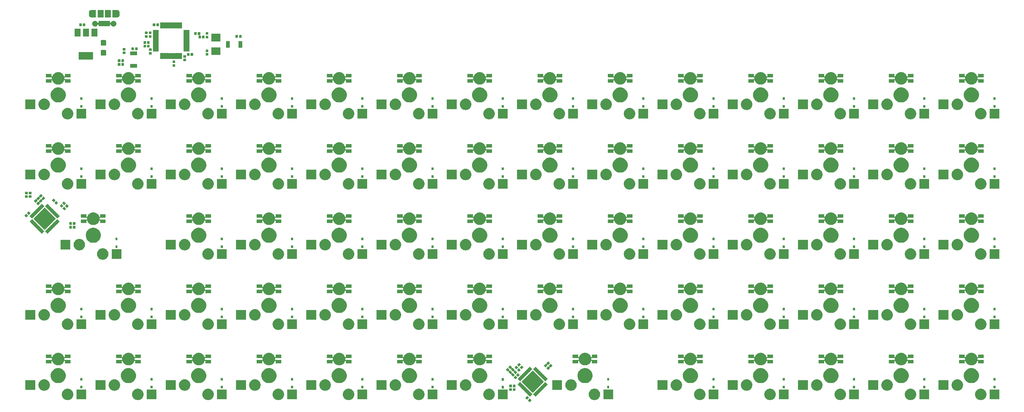
<source format=gbr>
G04 #@! TF.GenerationSoftware,KiCad,Pcbnew,(5.1.5)-3*
G04 #@! TF.CreationDate,2020-01-29T02:04:40-08:00*
G04 #@! TF.ProjectId,keyboard,6b657962-6f61-4726-942e-6b696361645f,rev?*
G04 #@! TF.SameCoordinates,Original*
G04 #@! TF.FileFunction,Soldermask,Top*
G04 #@! TF.FilePolarity,Negative*
%FSLAX46Y46*%
G04 Gerber Fmt 4.6, Leading zero omitted, Abs format (unit mm)*
G04 Created by KiCad (PCBNEW (5.1.5)-3) date 2020-01-29 02:04:40*
%MOMM*%
%LPD*%
G04 APERTURE LIST*
%ADD10C,0.100000*%
G04 APERTURE END LIST*
D10*
G36*
X230407063Y-189759438D02*
G01*
X230427682Y-189765693D01*
X230446678Y-189775846D01*
X230468099Y-189793426D01*
X230792468Y-190117795D01*
X230810048Y-190139216D01*
X230820201Y-190158212D01*
X230826456Y-190178831D01*
X230828567Y-190200269D01*
X230826456Y-190221707D01*
X230820201Y-190242326D01*
X230810048Y-190261322D01*
X230792468Y-190282743D01*
X230432743Y-190642468D01*
X230411322Y-190660048D01*
X230392326Y-190670201D01*
X230371707Y-190676456D01*
X230350269Y-190678567D01*
X230328831Y-190676456D01*
X230308212Y-190670201D01*
X230289216Y-190660048D01*
X230267795Y-190642468D01*
X229943426Y-190318099D01*
X229925846Y-190296678D01*
X229915693Y-190277682D01*
X229909438Y-190257063D01*
X229907327Y-190235625D01*
X229909438Y-190214187D01*
X229915693Y-190193568D01*
X229925846Y-190174572D01*
X229943426Y-190153151D01*
X230303151Y-189793426D01*
X230324572Y-189775846D01*
X230343568Y-189765693D01*
X230364187Y-189759438D01*
X230385625Y-189757327D01*
X230407063Y-189759438D01*
G37*
G36*
X219559743Y-187059539D02*
G01*
X219782610Y-187103870D01*
X220064874Y-187220787D01*
X220318905Y-187390525D01*
X220534941Y-187606561D01*
X220704679Y-187860592D01*
X220821596Y-188142856D01*
X220828181Y-188175962D01*
X220881200Y-188442505D01*
X220881200Y-188748027D01*
X220874738Y-188780513D01*
X220821596Y-189047676D01*
X220704679Y-189329940D01*
X220534941Y-189583971D01*
X220318905Y-189800007D01*
X220064874Y-189969745D01*
X219782610Y-190086662D01*
X219648712Y-190113296D01*
X219482961Y-190146266D01*
X219177439Y-190146266D01*
X219011688Y-190113296D01*
X218877790Y-190086662D01*
X218595526Y-189969745D01*
X218341495Y-189800007D01*
X218125459Y-189583971D01*
X217955721Y-189329940D01*
X217838804Y-189047676D01*
X217785662Y-188780513D01*
X217779200Y-188748027D01*
X217779200Y-188442505D01*
X217832219Y-188175962D01*
X217838804Y-188142856D01*
X217955721Y-187860592D01*
X218125459Y-187606561D01*
X218341495Y-187390525D01*
X218595526Y-187220787D01*
X218877790Y-187103870D01*
X219100657Y-187059539D01*
X219177439Y-187044266D01*
X219482961Y-187044266D01*
X219559743Y-187059539D01*
G37*
G36*
X124309742Y-187059539D02*
G01*
X124532609Y-187103870D01*
X124814873Y-187220787D01*
X125068904Y-187390525D01*
X125284940Y-187606561D01*
X125454678Y-187860592D01*
X125571595Y-188142856D01*
X125578180Y-188175962D01*
X125631199Y-188442505D01*
X125631199Y-188748027D01*
X125624737Y-188780513D01*
X125571595Y-189047676D01*
X125454678Y-189329940D01*
X125284940Y-189583971D01*
X125068904Y-189800007D01*
X124814873Y-189969745D01*
X124532609Y-190086662D01*
X124398711Y-190113296D01*
X124232960Y-190146266D01*
X123927438Y-190146266D01*
X123761687Y-190113296D01*
X123627789Y-190086662D01*
X123345525Y-189969745D01*
X123091494Y-189800007D01*
X122875458Y-189583971D01*
X122705720Y-189329940D01*
X122588803Y-189047676D01*
X122535661Y-188780513D01*
X122529199Y-188748027D01*
X122529199Y-188442505D01*
X122582218Y-188175962D01*
X122588803Y-188142856D01*
X122705720Y-187860592D01*
X122875458Y-187606561D01*
X123091494Y-187390525D01*
X123345525Y-187220787D01*
X123627789Y-187103870D01*
X123850656Y-187059539D01*
X123927438Y-187044266D01*
X124232960Y-187044266D01*
X124309742Y-187059539D01*
G37*
G36*
X200509742Y-187059539D02*
G01*
X200732609Y-187103870D01*
X201014873Y-187220787D01*
X201268904Y-187390525D01*
X201484940Y-187606561D01*
X201654678Y-187860592D01*
X201771595Y-188142856D01*
X201778180Y-188175962D01*
X201831199Y-188442505D01*
X201831199Y-188748027D01*
X201824737Y-188780513D01*
X201771595Y-189047676D01*
X201654678Y-189329940D01*
X201484940Y-189583971D01*
X201268904Y-189800007D01*
X201014873Y-189969745D01*
X200732609Y-190086662D01*
X200598711Y-190113296D01*
X200432960Y-190146266D01*
X200127438Y-190146266D01*
X199961687Y-190113296D01*
X199827789Y-190086662D01*
X199545525Y-189969745D01*
X199291494Y-189800007D01*
X199075458Y-189583971D01*
X198905720Y-189329940D01*
X198788803Y-189047676D01*
X198735661Y-188780513D01*
X198729199Y-188748027D01*
X198729199Y-188442505D01*
X198782218Y-188175962D01*
X198788803Y-188142856D01*
X198905720Y-187860592D01*
X199075458Y-187606561D01*
X199291494Y-187390525D01*
X199545525Y-187220787D01*
X199827789Y-187103870D01*
X200050656Y-187059539D01*
X200127438Y-187044266D01*
X200432960Y-187044266D01*
X200509742Y-187059539D01*
G37*
G36*
X181459742Y-187059539D02*
G01*
X181682609Y-187103870D01*
X181964873Y-187220787D01*
X182218904Y-187390525D01*
X182434940Y-187606561D01*
X182604678Y-187860592D01*
X182721595Y-188142856D01*
X182728180Y-188175962D01*
X182781199Y-188442505D01*
X182781199Y-188748027D01*
X182774737Y-188780513D01*
X182721595Y-189047676D01*
X182604678Y-189329940D01*
X182434940Y-189583971D01*
X182218904Y-189800007D01*
X181964873Y-189969745D01*
X181682609Y-190086662D01*
X181548711Y-190113296D01*
X181382960Y-190146266D01*
X181077438Y-190146266D01*
X180911687Y-190113296D01*
X180777789Y-190086662D01*
X180495525Y-189969745D01*
X180241494Y-189800007D01*
X180025458Y-189583971D01*
X179855720Y-189329940D01*
X179738803Y-189047676D01*
X179685661Y-188780513D01*
X179679199Y-188748027D01*
X179679199Y-188442505D01*
X179732218Y-188175962D01*
X179738803Y-188142856D01*
X179855720Y-187860592D01*
X180025458Y-187606561D01*
X180241494Y-187390525D01*
X180495525Y-187220787D01*
X180777789Y-187103870D01*
X181000656Y-187059539D01*
X181077438Y-187044266D01*
X181382960Y-187044266D01*
X181459742Y-187059539D01*
G37*
G36*
X143359742Y-187059539D02*
G01*
X143582609Y-187103870D01*
X143864873Y-187220787D01*
X144118904Y-187390525D01*
X144334940Y-187606561D01*
X144504678Y-187860592D01*
X144621595Y-188142856D01*
X144628180Y-188175962D01*
X144681199Y-188442505D01*
X144681199Y-188748027D01*
X144674737Y-188780513D01*
X144621595Y-189047676D01*
X144504678Y-189329940D01*
X144334940Y-189583971D01*
X144118904Y-189800007D01*
X143864873Y-189969745D01*
X143582609Y-190086662D01*
X143448711Y-190113296D01*
X143282960Y-190146266D01*
X142977438Y-190146266D01*
X142811687Y-190113296D01*
X142677789Y-190086662D01*
X142395525Y-189969745D01*
X142141494Y-189800007D01*
X141925458Y-189583971D01*
X141755720Y-189329940D01*
X141638803Y-189047676D01*
X141585661Y-188780513D01*
X141579199Y-188748027D01*
X141579199Y-188442505D01*
X141632218Y-188175962D01*
X141638803Y-188142856D01*
X141755720Y-187860592D01*
X141925458Y-187606561D01*
X142141494Y-187390525D01*
X142395525Y-187220787D01*
X142677789Y-187103870D01*
X142900656Y-187059539D01*
X142977438Y-187044266D01*
X143282960Y-187044266D01*
X143359742Y-187059539D01*
G37*
G36*
X105259742Y-187059539D02*
G01*
X105482609Y-187103870D01*
X105764873Y-187220787D01*
X106018904Y-187390525D01*
X106234940Y-187606561D01*
X106404678Y-187860592D01*
X106521595Y-188142856D01*
X106528180Y-188175962D01*
X106581199Y-188442505D01*
X106581199Y-188748027D01*
X106574737Y-188780513D01*
X106521595Y-189047676D01*
X106404678Y-189329940D01*
X106234940Y-189583971D01*
X106018904Y-189800007D01*
X105764873Y-189969745D01*
X105482609Y-190086662D01*
X105348711Y-190113296D01*
X105182960Y-190146266D01*
X104877438Y-190146266D01*
X104711687Y-190113296D01*
X104577789Y-190086662D01*
X104295525Y-189969745D01*
X104041494Y-189800007D01*
X103825458Y-189583971D01*
X103655720Y-189329940D01*
X103538803Y-189047676D01*
X103485661Y-188780513D01*
X103479199Y-188748027D01*
X103479199Y-188442505D01*
X103532218Y-188175962D01*
X103538803Y-188142856D01*
X103655720Y-187860592D01*
X103825458Y-187606561D01*
X104041494Y-187390525D01*
X104295525Y-187220787D01*
X104577789Y-187103870D01*
X104800656Y-187059539D01*
X104877438Y-187044266D01*
X105182960Y-187044266D01*
X105259742Y-187059539D01*
G37*
G36*
X162409742Y-187059539D02*
G01*
X162632609Y-187103870D01*
X162914873Y-187220787D01*
X163168904Y-187390525D01*
X163384940Y-187606561D01*
X163554678Y-187860592D01*
X163671595Y-188142856D01*
X163678180Y-188175962D01*
X163731199Y-188442505D01*
X163731199Y-188748027D01*
X163724737Y-188780513D01*
X163671595Y-189047676D01*
X163554678Y-189329940D01*
X163384940Y-189583971D01*
X163168904Y-189800007D01*
X162914873Y-189969745D01*
X162632609Y-190086662D01*
X162498711Y-190113296D01*
X162332960Y-190146266D01*
X162027438Y-190146266D01*
X161861687Y-190113296D01*
X161727789Y-190086662D01*
X161445525Y-189969745D01*
X161191494Y-189800007D01*
X160975458Y-189583971D01*
X160805720Y-189329940D01*
X160688803Y-189047676D01*
X160635661Y-188780513D01*
X160629199Y-188748027D01*
X160629199Y-188442505D01*
X160682218Y-188175962D01*
X160688803Y-188142856D01*
X160805720Y-187860592D01*
X160975458Y-187606561D01*
X161191494Y-187390525D01*
X161445525Y-187220787D01*
X161727789Y-187103870D01*
X161950656Y-187059539D01*
X162027438Y-187044266D01*
X162332960Y-187044266D01*
X162409742Y-187059539D01*
G37*
G36*
X248134747Y-187059539D02*
G01*
X248357609Y-187103869D01*
X248639873Y-187220786D01*
X248893904Y-187390524D01*
X249109940Y-187606560D01*
X249279678Y-187860591D01*
X249396595Y-188142855D01*
X249408315Y-188201775D01*
X249448069Y-188401630D01*
X249456199Y-188442505D01*
X249456199Y-188748025D01*
X249396595Y-189047675D01*
X249279678Y-189329939D01*
X249109940Y-189583970D01*
X248893904Y-189800006D01*
X248639873Y-189969744D01*
X248357609Y-190086661D01*
X248223706Y-190113296D01*
X248057960Y-190146265D01*
X247752438Y-190146265D01*
X247586692Y-190113296D01*
X247452789Y-190086661D01*
X247170525Y-189969744D01*
X246916494Y-189800006D01*
X246700458Y-189583970D01*
X246530720Y-189329939D01*
X246413803Y-189047675D01*
X246354199Y-188748025D01*
X246354199Y-188442505D01*
X246362330Y-188401630D01*
X246402083Y-188201775D01*
X246413803Y-188142855D01*
X246530720Y-187860591D01*
X246700458Y-187606560D01*
X246916494Y-187390524D01*
X247170525Y-187220786D01*
X247452789Y-187103869D01*
X247675651Y-187059539D01*
X247752438Y-187044265D01*
X248057960Y-187044265D01*
X248134747Y-187059539D01*
G37*
G36*
X333859898Y-187059539D02*
G01*
X334082760Y-187103869D01*
X334365024Y-187220786D01*
X334619055Y-187390524D01*
X334835091Y-187606560D01*
X335004829Y-187860591D01*
X335121746Y-188142855D01*
X335133466Y-188201775D01*
X335173220Y-188401630D01*
X335181350Y-188442505D01*
X335181350Y-188748025D01*
X335121746Y-189047675D01*
X335004829Y-189329939D01*
X334835091Y-189583970D01*
X334619055Y-189800006D01*
X334365024Y-189969744D01*
X334082760Y-190086661D01*
X333948857Y-190113296D01*
X333783111Y-190146265D01*
X333477589Y-190146265D01*
X333311843Y-190113296D01*
X333177940Y-190086661D01*
X332895676Y-189969744D01*
X332641645Y-189800006D01*
X332425609Y-189583970D01*
X332255871Y-189329939D01*
X332138954Y-189047675D01*
X332079350Y-188748025D01*
X332079350Y-188442505D01*
X332087481Y-188401630D01*
X332127234Y-188201775D01*
X332138954Y-188142855D01*
X332255871Y-187860591D01*
X332425609Y-187606560D01*
X332641645Y-187390524D01*
X332895676Y-187220786D01*
X333177940Y-187103869D01*
X333400802Y-187059539D01*
X333477589Y-187044265D01*
X333783111Y-187044265D01*
X333859898Y-187059539D01*
G37*
G36*
X352909823Y-187059539D02*
G01*
X353132685Y-187103869D01*
X353414949Y-187220786D01*
X353668980Y-187390524D01*
X353885016Y-187606560D01*
X354054754Y-187860591D01*
X354171671Y-188142855D01*
X354183391Y-188201775D01*
X354223145Y-188401630D01*
X354231275Y-188442505D01*
X354231275Y-188748025D01*
X354171671Y-189047675D01*
X354054754Y-189329939D01*
X353885016Y-189583970D01*
X353668980Y-189800006D01*
X353414949Y-189969744D01*
X353132685Y-190086661D01*
X352998782Y-190113296D01*
X352833036Y-190146265D01*
X352527514Y-190146265D01*
X352361768Y-190113296D01*
X352227865Y-190086661D01*
X351945601Y-189969744D01*
X351691570Y-189800006D01*
X351475534Y-189583970D01*
X351305796Y-189329939D01*
X351188879Y-189047675D01*
X351129275Y-188748025D01*
X351129275Y-188442505D01*
X351137406Y-188401630D01*
X351177159Y-188201775D01*
X351188879Y-188142855D01*
X351305796Y-187860591D01*
X351475534Y-187606560D01*
X351691570Y-187390524D01*
X351945601Y-187220786D01*
X352227865Y-187103869D01*
X352450727Y-187059539D01*
X352527514Y-187044265D01*
X352833036Y-187044265D01*
X352909823Y-187059539D01*
G37*
G36*
X314809898Y-187059539D02*
G01*
X315032760Y-187103869D01*
X315315024Y-187220786D01*
X315569055Y-187390524D01*
X315785091Y-187606560D01*
X315954829Y-187860591D01*
X316071746Y-188142855D01*
X316083466Y-188201775D01*
X316123220Y-188401630D01*
X316131350Y-188442505D01*
X316131350Y-188748025D01*
X316071746Y-189047675D01*
X315954829Y-189329939D01*
X315785091Y-189583970D01*
X315569055Y-189800006D01*
X315315024Y-189969744D01*
X315032760Y-190086661D01*
X314898857Y-190113296D01*
X314733111Y-190146265D01*
X314427589Y-190146265D01*
X314261843Y-190113296D01*
X314127940Y-190086661D01*
X313845676Y-189969744D01*
X313591645Y-189800006D01*
X313375609Y-189583970D01*
X313205871Y-189329939D01*
X313088954Y-189047675D01*
X313029350Y-188748025D01*
X313029350Y-188442505D01*
X313037481Y-188401630D01*
X313077234Y-188201775D01*
X313088954Y-188142855D01*
X313205871Y-187860591D01*
X313375609Y-187606560D01*
X313591645Y-187390524D01*
X313845676Y-187220786D01*
X314127940Y-187103869D01*
X314350802Y-187059539D01*
X314427589Y-187044265D01*
X314733111Y-187044265D01*
X314809898Y-187059539D01*
G37*
G36*
X295759898Y-187059539D02*
G01*
X295982760Y-187103869D01*
X296265024Y-187220786D01*
X296519055Y-187390524D01*
X296735091Y-187606560D01*
X296904829Y-187860591D01*
X297021746Y-188142855D01*
X297033466Y-188201775D01*
X297073220Y-188401630D01*
X297081350Y-188442505D01*
X297081350Y-188748025D01*
X297021746Y-189047675D01*
X296904829Y-189329939D01*
X296735091Y-189583970D01*
X296519055Y-189800006D01*
X296265024Y-189969744D01*
X295982760Y-190086661D01*
X295848857Y-190113296D01*
X295683111Y-190146265D01*
X295377589Y-190146265D01*
X295211843Y-190113296D01*
X295077940Y-190086661D01*
X294795676Y-189969744D01*
X294541645Y-189800006D01*
X294325609Y-189583970D01*
X294155871Y-189329939D01*
X294038954Y-189047675D01*
X293979350Y-188748025D01*
X293979350Y-188442505D01*
X293987481Y-188401630D01*
X294027234Y-188201775D01*
X294038954Y-188142855D01*
X294155871Y-187860591D01*
X294325609Y-187606560D01*
X294541645Y-187390524D01*
X294795676Y-187220786D01*
X295077940Y-187103869D01*
X295300802Y-187059539D01*
X295377589Y-187044265D01*
X295683111Y-187044265D01*
X295759898Y-187059539D01*
G37*
G36*
X276709898Y-187059539D02*
G01*
X276932760Y-187103869D01*
X277215024Y-187220786D01*
X277469055Y-187390524D01*
X277685091Y-187606560D01*
X277854829Y-187860591D01*
X277971746Y-188142855D01*
X277983466Y-188201775D01*
X278023220Y-188401630D01*
X278031350Y-188442505D01*
X278031350Y-188748025D01*
X277971746Y-189047675D01*
X277854829Y-189329939D01*
X277685091Y-189583970D01*
X277469055Y-189800006D01*
X277215024Y-189969744D01*
X276932760Y-190086661D01*
X276798857Y-190113296D01*
X276633111Y-190146265D01*
X276327589Y-190146265D01*
X276161843Y-190113296D01*
X276027940Y-190086661D01*
X275745676Y-189969744D01*
X275491645Y-189800006D01*
X275275609Y-189583970D01*
X275105871Y-189329939D01*
X274988954Y-189047675D01*
X274929350Y-188748025D01*
X274929350Y-188442505D01*
X274937481Y-188401630D01*
X274977234Y-188201775D01*
X274988954Y-188142855D01*
X275105871Y-187860591D01*
X275275609Y-187606560D01*
X275491645Y-187390524D01*
X275745676Y-187220786D01*
X276027940Y-187103869D01*
X276250802Y-187059539D01*
X276327589Y-187044265D01*
X276633111Y-187044265D01*
X276709898Y-187059539D01*
G37*
G36*
X229721169Y-189073544D02*
G01*
X229741788Y-189079799D01*
X229760784Y-189089952D01*
X229782205Y-189107532D01*
X230106574Y-189431901D01*
X230124154Y-189453322D01*
X230134307Y-189472318D01*
X230140562Y-189492937D01*
X230142673Y-189514375D01*
X230140562Y-189535813D01*
X230134307Y-189556432D01*
X230124154Y-189575428D01*
X230106574Y-189596849D01*
X229746849Y-189956574D01*
X229725428Y-189974154D01*
X229706432Y-189984307D01*
X229685813Y-189990562D01*
X229664375Y-189992673D01*
X229642937Y-189990562D01*
X229622318Y-189984307D01*
X229603322Y-189974154D01*
X229581901Y-189956574D01*
X229257532Y-189632205D01*
X229239952Y-189610784D01*
X229229799Y-189591788D01*
X229223544Y-189571169D01*
X229221433Y-189549731D01*
X229223544Y-189528293D01*
X229229799Y-189507674D01*
X229239952Y-189488678D01*
X229257532Y-189467257D01*
X229617257Y-189107532D01*
X229638678Y-189089952D01*
X229657674Y-189079799D01*
X229678293Y-189073544D01*
X229699731Y-189071433D01*
X229721169Y-189073544D01*
G37*
G36*
X129156199Y-189896266D02*
G01*
X126504199Y-189896266D01*
X126504199Y-187294266D01*
X129156199Y-187294266D01*
X129156199Y-189896266D01*
G37*
G36*
X186306199Y-189896266D02*
G01*
X183654199Y-189896266D01*
X183654199Y-187294266D01*
X186306199Y-187294266D01*
X186306199Y-189896266D01*
G37*
G36*
X205356199Y-189896266D02*
G01*
X202704199Y-189896266D01*
X202704199Y-187294266D01*
X205356199Y-187294266D01*
X205356199Y-189896266D01*
G37*
G36*
X167256199Y-189896266D02*
G01*
X164604199Y-189896266D01*
X164604199Y-187294266D01*
X167256199Y-187294266D01*
X167256199Y-189896266D01*
G37*
G36*
X224406200Y-189896266D02*
G01*
X221754200Y-189896266D01*
X221754200Y-187294266D01*
X224406200Y-187294266D01*
X224406200Y-189896266D01*
G37*
G36*
X148206199Y-189896266D02*
G01*
X145554199Y-189896266D01*
X145554199Y-187294266D01*
X148206199Y-187294266D01*
X148206199Y-189896266D01*
G37*
G36*
X110106199Y-189896266D02*
G01*
X107454199Y-189896266D01*
X107454199Y-187294266D01*
X110106199Y-187294266D01*
X110106199Y-189896266D01*
G37*
G36*
X281556350Y-189896265D02*
G01*
X278904350Y-189896265D01*
X278904350Y-187294265D01*
X281556350Y-187294265D01*
X281556350Y-189896265D01*
G37*
G36*
X252981199Y-189896265D02*
G01*
X250329199Y-189896265D01*
X250329199Y-187294265D01*
X252981199Y-187294265D01*
X252981199Y-189896265D01*
G37*
G36*
X300606350Y-189896265D02*
G01*
X297954350Y-189896265D01*
X297954350Y-187294265D01*
X300606350Y-187294265D01*
X300606350Y-189896265D01*
G37*
G36*
X357756275Y-189896265D02*
G01*
X355104275Y-189896265D01*
X355104275Y-187294265D01*
X357756275Y-187294265D01*
X357756275Y-189896265D01*
G37*
G36*
X319656350Y-189896265D02*
G01*
X317004350Y-189896265D01*
X317004350Y-187294265D01*
X319656350Y-187294265D01*
X319656350Y-189896265D01*
G37*
G36*
X338706350Y-189896265D02*
G01*
X336054350Y-189896265D01*
X336054350Y-187294265D01*
X338706350Y-187294265D01*
X338706350Y-189896265D01*
G37*
G36*
X234595594Y-185246627D02*
G01*
X234600322Y-185250507D01*
X234640166Y-185290351D01*
X234640177Y-185290360D01*
X235206570Y-185856753D01*
X235206579Y-185856764D01*
X235246424Y-185896609D01*
X235251876Y-185903253D01*
X235253021Y-185905395D01*
X235253728Y-185907724D01*
X235253966Y-185910140D01*
X235253728Y-185912556D01*
X235253021Y-185914885D01*
X235251876Y-185917027D01*
X235246424Y-185923671D01*
X235206579Y-185963516D01*
X235206570Y-185963527D01*
X235099797Y-186070300D01*
X235099786Y-186070309D01*
X235059941Y-186110154D01*
X235053297Y-186115606D01*
X235049490Y-186117641D01*
X235030326Y-186125579D01*
X235009951Y-186139192D01*
X234992623Y-186156519D01*
X234979009Y-186176893D01*
X234971069Y-186196063D01*
X234969033Y-186199870D01*
X234963581Y-186206514D01*
X234923736Y-186246359D01*
X234923727Y-186246370D01*
X234816954Y-186353143D01*
X234816943Y-186353152D01*
X234777098Y-186392997D01*
X234770454Y-186398449D01*
X234766647Y-186400484D01*
X234747483Y-186408422D01*
X234727108Y-186422035D01*
X234709780Y-186439362D01*
X234696166Y-186459736D01*
X234688226Y-186478906D01*
X234686190Y-186482713D01*
X234680738Y-186489357D01*
X234640893Y-186529202D01*
X234640884Y-186529213D01*
X234534111Y-186635986D01*
X234534100Y-186635995D01*
X234494255Y-186675840D01*
X234487611Y-186681292D01*
X234483798Y-186683331D01*
X234464638Y-186691267D01*
X234444263Y-186704881D01*
X234426936Y-186722208D01*
X234413323Y-186742582D01*
X234405387Y-186761742D01*
X234403348Y-186765555D01*
X234397896Y-186772199D01*
X234358051Y-186812044D01*
X234358042Y-186812055D01*
X234251269Y-186918828D01*
X234251258Y-186918837D01*
X234211413Y-186958682D01*
X234204769Y-186964134D01*
X234200962Y-186966169D01*
X234181798Y-186974107D01*
X234161423Y-186987720D01*
X234144095Y-187005047D01*
X234130481Y-187025421D01*
X234122541Y-187044591D01*
X234120505Y-187048398D01*
X234115053Y-187055042D01*
X234075208Y-187094887D01*
X234075199Y-187094898D01*
X233968426Y-187201671D01*
X233968415Y-187201680D01*
X233928570Y-187241525D01*
X233921926Y-187246977D01*
X233918119Y-187249012D01*
X233898955Y-187256950D01*
X233878580Y-187270563D01*
X233861252Y-187287890D01*
X233847638Y-187308264D01*
X233839698Y-187327434D01*
X233837662Y-187331241D01*
X233832210Y-187337885D01*
X233792365Y-187377730D01*
X233792356Y-187377741D01*
X233685583Y-187484514D01*
X233685572Y-187484523D01*
X233645727Y-187524368D01*
X233639083Y-187529820D01*
X233635270Y-187531859D01*
X233616110Y-187539795D01*
X233595735Y-187553409D01*
X233578408Y-187570736D01*
X233564795Y-187591110D01*
X233556859Y-187610270D01*
X233554820Y-187614083D01*
X233549368Y-187620727D01*
X233509523Y-187660572D01*
X233509514Y-187660583D01*
X233402741Y-187767356D01*
X233402730Y-187767365D01*
X233362885Y-187807210D01*
X233356241Y-187812662D01*
X233352434Y-187814697D01*
X233333270Y-187822635D01*
X233312895Y-187836248D01*
X233295567Y-187853575D01*
X233281953Y-187873949D01*
X233274013Y-187893119D01*
X233271977Y-187896926D01*
X233266525Y-187903570D01*
X233226680Y-187943415D01*
X233226671Y-187943426D01*
X233119898Y-188050199D01*
X233119887Y-188050208D01*
X233080042Y-188090053D01*
X233073398Y-188095505D01*
X233069591Y-188097540D01*
X233050427Y-188105478D01*
X233030052Y-188119091D01*
X233012724Y-188136418D01*
X232999110Y-188156792D01*
X232991170Y-188175962D01*
X232989134Y-188179769D01*
X232983682Y-188186413D01*
X232943837Y-188226258D01*
X232943828Y-188226269D01*
X232837055Y-188333042D01*
X232837044Y-188333051D01*
X232797199Y-188372896D01*
X232790555Y-188378348D01*
X232786742Y-188380387D01*
X232767582Y-188388323D01*
X232747207Y-188401937D01*
X232729880Y-188419264D01*
X232716267Y-188439638D01*
X232708331Y-188458798D01*
X232706292Y-188462611D01*
X232700840Y-188469255D01*
X232660995Y-188509100D01*
X232660986Y-188509111D01*
X232554213Y-188615884D01*
X232554202Y-188615893D01*
X232514357Y-188655738D01*
X232507713Y-188661190D01*
X232503906Y-188663225D01*
X232484742Y-188671163D01*
X232464367Y-188684776D01*
X232447039Y-188702103D01*
X232433425Y-188722477D01*
X232425485Y-188741647D01*
X232423449Y-188745454D01*
X232417997Y-188752098D01*
X232378152Y-188791943D01*
X232378143Y-188791954D01*
X232271370Y-188898727D01*
X232271359Y-188898736D01*
X232231514Y-188938581D01*
X232224870Y-188944033D01*
X232221063Y-188946068D01*
X232201899Y-188954006D01*
X232181524Y-188967619D01*
X232164196Y-188984946D01*
X232150582Y-189005320D01*
X232142642Y-189024490D01*
X232140606Y-189028297D01*
X232135154Y-189034941D01*
X232095309Y-189074786D01*
X232095300Y-189074797D01*
X231988527Y-189181570D01*
X231988516Y-189181579D01*
X231948671Y-189221424D01*
X231942027Y-189226876D01*
X231939885Y-189228021D01*
X231937556Y-189228728D01*
X231935140Y-189228966D01*
X231932724Y-189228728D01*
X231930395Y-189228021D01*
X231928253Y-189226876D01*
X231921609Y-189221424D01*
X231881764Y-189181579D01*
X231881753Y-189181570D01*
X231315360Y-188615177D01*
X231315351Y-188615166D01*
X231275507Y-188575322D01*
X231271627Y-188570594D01*
X231262823Y-188561790D01*
X231271627Y-188552986D01*
X231275507Y-188548258D01*
X231315351Y-188508414D01*
X231315360Y-188508403D01*
X231422133Y-188401630D01*
X231422144Y-188401621D01*
X231461989Y-188361776D01*
X231468633Y-188356324D01*
X231472440Y-188354289D01*
X231491604Y-188346351D01*
X231511979Y-188332738D01*
X231529307Y-188315411D01*
X231542921Y-188295037D01*
X231550861Y-188275867D01*
X231552897Y-188272060D01*
X231558349Y-188265416D01*
X231598194Y-188225571D01*
X231598203Y-188225560D01*
X231704976Y-188118787D01*
X231704987Y-188118778D01*
X231744832Y-188078933D01*
X231751476Y-188073481D01*
X231755283Y-188071446D01*
X231774447Y-188063508D01*
X231794822Y-188049895D01*
X231812150Y-188032568D01*
X231825764Y-188012194D01*
X231833704Y-187993024D01*
X231835740Y-187989217D01*
X231841192Y-187982573D01*
X231881037Y-187942728D01*
X231881046Y-187942717D01*
X231987819Y-187835944D01*
X231987830Y-187835935D01*
X232027675Y-187796090D01*
X232034319Y-187790638D01*
X232038132Y-187788599D01*
X232057292Y-187780663D01*
X232077667Y-187767049D01*
X232094994Y-187749722D01*
X232108607Y-187729348D01*
X232116543Y-187710188D01*
X232118582Y-187706375D01*
X232124034Y-187699731D01*
X232163879Y-187659886D01*
X232163888Y-187659875D01*
X232270661Y-187553102D01*
X232270672Y-187553093D01*
X232310517Y-187513248D01*
X232317161Y-187507796D01*
X232320968Y-187505761D01*
X232340132Y-187497823D01*
X232360507Y-187484210D01*
X232377835Y-187466883D01*
X232391449Y-187446509D01*
X232399389Y-187427339D01*
X232401425Y-187423532D01*
X232406877Y-187416888D01*
X232446722Y-187377043D01*
X232446731Y-187377032D01*
X232553504Y-187270259D01*
X232553515Y-187270250D01*
X232593360Y-187230405D01*
X232600004Y-187224953D01*
X232603811Y-187222918D01*
X232622975Y-187214980D01*
X232643350Y-187201367D01*
X232660678Y-187184040D01*
X232674292Y-187163666D01*
X232682232Y-187144496D01*
X232684268Y-187140689D01*
X232689720Y-187134045D01*
X232729565Y-187094200D01*
X232729574Y-187094189D01*
X232836347Y-186987416D01*
X232836358Y-186987407D01*
X232876203Y-186947562D01*
X232882847Y-186942110D01*
X232886660Y-186940071D01*
X232905820Y-186932135D01*
X232926195Y-186918521D01*
X232943522Y-186901194D01*
X232957135Y-186880820D01*
X232965071Y-186861660D01*
X232967110Y-186857847D01*
X232972562Y-186851203D01*
X233012407Y-186811358D01*
X233012416Y-186811347D01*
X233119189Y-186704574D01*
X233119200Y-186704565D01*
X233159045Y-186664720D01*
X233165689Y-186659268D01*
X233169496Y-186657233D01*
X233188660Y-186649295D01*
X233209035Y-186635682D01*
X233226363Y-186618355D01*
X233239977Y-186597981D01*
X233247917Y-186578811D01*
X233249953Y-186575004D01*
X233255405Y-186568360D01*
X233295250Y-186528515D01*
X233295259Y-186528504D01*
X233402032Y-186421731D01*
X233402043Y-186421722D01*
X233441888Y-186381877D01*
X233448532Y-186376425D01*
X233452339Y-186374390D01*
X233471503Y-186366452D01*
X233491878Y-186352839D01*
X233509206Y-186335512D01*
X233522820Y-186315138D01*
X233530760Y-186295968D01*
X233532796Y-186292161D01*
X233538248Y-186285517D01*
X233578093Y-186245672D01*
X233578102Y-186245661D01*
X233684875Y-186138888D01*
X233684886Y-186138879D01*
X233724731Y-186099034D01*
X233731375Y-186093582D01*
X233735188Y-186091543D01*
X233754348Y-186083607D01*
X233774723Y-186069993D01*
X233792050Y-186052666D01*
X233805663Y-186032292D01*
X233813599Y-186013132D01*
X233815638Y-186009319D01*
X233821090Y-186002675D01*
X233860935Y-185962830D01*
X233860944Y-185962819D01*
X233967717Y-185856046D01*
X233967728Y-185856037D01*
X234007573Y-185816192D01*
X234014217Y-185810740D01*
X234018024Y-185808705D01*
X234037188Y-185800767D01*
X234057563Y-185787154D01*
X234074891Y-185769827D01*
X234088505Y-185749453D01*
X234096445Y-185730283D01*
X234098481Y-185726476D01*
X234103933Y-185719832D01*
X234143778Y-185679987D01*
X234143787Y-185679976D01*
X234250560Y-185573203D01*
X234250571Y-185573194D01*
X234290416Y-185533349D01*
X234297060Y-185527897D01*
X234300867Y-185525862D01*
X234320031Y-185517924D01*
X234340406Y-185504311D01*
X234357734Y-185486984D01*
X234371348Y-185466610D01*
X234379288Y-185447440D01*
X234381324Y-185443633D01*
X234386776Y-185436989D01*
X234426621Y-185397144D01*
X234426630Y-185397133D01*
X234533403Y-185290360D01*
X234533414Y-185290351D01*
X234573258Y-185250507D01*
X234577986Y-185246627D01*
X234586790Y-185237823D01*
X234595594Y-185246627D01*
G37*
G36*
X227772014Y-185246627D02*
G01*
X227776742Y-185250507D01*
X227816586Y-185290351D01*
X227816597Y-185290360D01*
X227923370Y-185397133D01*
X227923379Y-185397144D01*
X227963224Y-185436989D01*
X227968676Y-185443633D01*
X227970711Y-185447440D01*
X227978649Y-185466604D01*
X227992262Y-185486979D01*
X228009589Y-185504307D01*
X228029963Y-185517921D01*
X228049133Y-185525861D01*
X228052940Y-185527897D01*
X228059584Y-185533349D01*
X228099429Y-185573194D01*
X228099440Y-185573203D01*
X228206213Y-185679976D01*
X228206222Y-185679987D01*
X228246067Y-185719832D01*
X228251519Y-185726476D01*
X228253554Y-185730283D01*
X228261492Y-185749447D01*
X228275105Y-185769822D01*
X228292432Y-185787150D01*
X228312806Y-185800764D01*
X228331976Y-185808704D01*
X228335783Y-185810740D01*
X228342427Y-185816192D01*
X228382272Y-185856037D01*
X228382283Y-185856046D01*
X228489056Y-185962819D01*
X228489065Y-185962830D01*
X228528910Y-186002675D01*
X228534362Y-186009319D01*
X228536401Y-186013132D01*
X228544337Y-186032292D01*
X228557951Y-186052667D01*
X228575278Y-186069994D01*
X228595652Y-186083607D01*
X228614812Y-186091543D01*
X228618625Y-186093582D01*
X228625269Y-186099034D01*
X228665114Y-186138879D01*
X228665125Y-186138888D01*
X228771898Y-186245661D01*
X228771907Y-186245672D01*
X228811752Y-186285517D01*
X228817204Y-186292161D01*
X228819239Y-186295968D01*
X228827177Y-186315132D01*
X228840790Y-186335507D01*
X228858117Y-186352835D01*
X228878491Y-186366449D01*
X228897661Y-186374389D01*
X228901468Y-186376425D01*
X228908112Y-186381877D01*
X228947957Y-186421722D01*
X228947968Y-186421731D01*
X229054741Y-186528504D01*
X229054750Y-186528515D01*
X229094595Y-186568360D01*
X229100047Y-186575004D01*
X229102082Y-186578811D01*
X229110020Y-186597975D01*
X229123633Y-186618350D01*
X229140960Y-186635678D01*
X229161334Y-186649292D01*
X229180504Y-186657232D01*
X229184311Y-186659268D01*
X229190955Y-186664720D01*
X229230800Y-186704565D01*
X229230811Y-186704574D01*
X229337584Y-186811347D01*
X229337593Y-186811358D01*
X229377438Y-186851203D01*
X229382890Y-186857847D01*
X229384929Y-186861660D01*
X229392865Y-186880820D01*
X229406479Y-186901195D01*
X229423806Y-186918522D01*
X229444180Y-186932135D01*
X229463340Y-186940071D01*
X229467153Y-186942110D01*
X229473797Y-186947562D01*
X229513642Y-186987407D01*
X229513653Y-186987416D01*
X229620426Y-187094189D01*
X229620435Y-187094200D01*
X229660280Y-187134045D01*
X229665732Y-187140689D01*
X229667767Y-187144496D01*
X229675705Y-187163660D01*
X229689318Y-187184035D01*
X229706645Y-187201363D01*
X229727019Y-187214977D01*
X229746189Y-187222917D01*
X229749996Y-187224953D01*
X229756640Y-187230405D01*
X229796485Y-187270250D01*
X229796496Y-187270259D01*
X229903269Y-187377032D01*
X229903278Y-187377043D01*
X229943123Y-187416888D01*
X229948575Y-187423532D01*
X229950610Y-187427339D01*
X229958548Y-187446503D01*
X229972161Y-187466878D01*
X229989488Y-187484206D01*
X230009862Y-187497820D01*
X230029032Y-187505760D01*
X230032839Y-187507796D01*
X230039483Y-187513248D01*
X230079328Y-187553093D01*
X230079339Y-187553102D01*
X230186112Y-187659875D01*
X230186121Y-187659886D01*
X230225966Y-187699731D01*
X230231418Y-187706375D01*
X230233457Y-187710188D01*
X230241393Y-187729348D01*
X230255007Y-187749723D01*
X230272334Y-187767050D01*
X230292708Y-187780663D01*
X230311868Y-187788599D01*
X230315681Y-187790638D01*
X230322325Y-187796090D01*
X230362170Y-187835935D01*
X230362181Y-187835944D01*
X230468954Y-187942717D01*
X230468963Y-187942728D01*
X230508808Y-187982573D01*
X230514260Y-187989217D01*
X230516295Y-187993024D01*
X230524233Y-188012188D01*
X230537846Y-188032563D01*
X230555173Y-188049891D01*
X230575547Y-188063505D01*
X230594717Y-188071445D01*
X230598524Y-188073481D01*
X230605168Y-188078933D01*
X230645013Y-188118778D01*
X230645024Y-188118787D01*
X230751797Y-188225560D01*
X230751806Y-188225571D01*
X230791651Y-188265416D01*
X230797103Y-188272060D01*
X230799138Y-188275867D01*
X230807076Y-188295031D01*
X230820689Y-188315406D01*
X230838016Y-188332734D01*
X230858390Y-188346348D01*
X230877560Y-188354288D01*
X230881367Y-188356324D01*
X230888011Y-188361776D01*
X230927856Y-188401621D01*
X230927867Y-188401630D01*
X231034640Y-188508403D01*
X231034649Y-188508414D01*
X231074493Y-188548258D01*
X231078373Y-188552986D01*
X231087177Y-188561790D01*
X231078373Y-188570594D01*
X231074493Y-188575322D01*
X231034649Y-188615166D01*
X231034640Y-188615177D01*
X230468247Y-189181570D01*
X230468236Y-189181579D01*
X230428391Y-189221424D01*
X230421747Y-189226876D01*
X230419605Y-189228021D01*
X230417276Y-189228728D01*
X230414860Y-189228966D01*
X230412444Y-189228728D01*
X230410115Y-189228021D01*
X230407973Y-189226876D01*
X230401329Y-189221424D01*
X230361484Y-189181579D01*
X230361473Y-189181570D01*
X230254700Y-189074797D01*
X230254691Y-189074786D01*
X230214846Y-189034941D01*
X230209394Y-189028297D01*
X230207359Y-189024490D01*
X230199421Y-189005326D01*
X230185808Y-188984951D01*
X230168481Y-188967623D01*
X230148107Y-188954009D01*
X230128937Y-188946069D01*
X230125130Y-188944033D01*
X230118486Y-188938581D01*
X230078641Y-188898736D01*
X230078630Y-188898727D01*
X229971857Y-188791954D01*
X229971848Y-188791943D01*
X229932003Y-188752098D01*
X229926551Y-188745454D01*
X229924516Y-188741647D01*
X229916578Y-188722483D01*
X229902965Y-188702108D01*
X229885638Y-188684780D01*
X229865264Y-188671166D01*
X229846094Y-188663226D01*
X229842287Y-188661190D01*
X229835643Y-188655738D01*
X229795798Y-188615893D01*
X229795787Y-188615884D01*
X229689014Y-188509111D01*
X229689005Y-188509100D01*
X229649160Y-188469255D01*
X229643708Y-188462611D01*
X229641669Y-188458798D01*
X229633733Y-188439638D01*
X229620119Y-188419263D01*
X229602792Y-188401936D01*
X229582418Y-188388323D01*
X229563258Y-188380387D01*
X229559445Y-188378348D01*
X229552801Y-188372896D01*
X229512956Y-188333051D01*
X229512945Y-188333042D01*
X229406172Y-188226269D01*
X229406163Y-188226258D01*
X229366318Y-188186413D01*
X229360866Y-188179769D01*
X229358831Y-188175962D01*
X229350893Y-188156798D01*
X229337280Y-188136423D01*
X229319953Y-188119095D01*
X229299579Y-188105481D01*
X229280409Y-188097541D01*
X229276602Y-188095505D01*
X229269958Y-188090053D01*
X229230113Y-188050208D01*
X229230102Y-188050199D01*
X229123329Y-187943426D01*
X229123320Y-187943415D01*
X229083475Y-187903570D01*
X229078023Y-187896926D01*
X229075988Y-187893119D01*
X229068050Y-187873955D01*
X229054437Y-187853580D01*
X229037110Y-187836252D01*
X229016736Y-187822638D01*
X228997566Y-187814698D01*
X228993759Y-187812662D01*
X228987115Y-187807210D01*
X228947270Y-187767365D01*
X228947259Y-187767356D01*
X228840486Y-187660583D01*
X228840477Y-187660572D01*
X228800632Y-187620727D01*
X228795180Y-187614083D01*
X228793141Y-187610270D01*
X228785205Y-187591110D01*
X228771591Y-187570735D01*
X228754264Y-187553408D01*
X228733890Y-187539795D01*
X228714730Y-187531859D01*
X228710917Y-187529820D01*
X228704273Y-187524368D01*
X228664428Y-187484523D01*
X228664417Y-187484514D01*
X228557644Y-187377741D01*
X228557635Y-187377730D01*
X228517790Y-187337885D01*
X228512338Y-187331241D01*
X228510303Y-187327434D01*
X228502365Y-187308270D01*
X228488752Y-187287895D01*
X228471425Y-187270567D01*
X228451051Y-187256953D01*
X228431881Y-187249013D01*
X228428074Y-187246977D01*
X228421430Y-187241525D01*
X228381585Y-187201680D01*
X228381574Y-187201671D01*
X228274801Y-187094898D01*
X228274792Y-187094887D01*
X228234947Y-187055042D01*
X228229495Y-187048398D01*
X228227460Y-187044591D01*
X228219522Y-187025427D01*
X228205909Y-187005052D01*
X228188582Y-186987724D01*
X228168208Y-186974110D01*
X228149038Y-186966170D01*
X228145231Y-186964134D01*
X228138587Y-186958682D01*
X228098742Y-186918837D01*
X228098731Y-186918828D01*
X227991958Y-186812055D01*
X227991949Y-186812044D01*
X227952104Y-186772199D01*
X227946652Y-186765555D01*
X227944613Y-186761742D01*
X227936677Y-186742582D01*
X227923063Y-186722207D01*
X227905736Y-186704880D01*
X227885362Y-186691267D01*
X227866202Y-186683331D01*
X227862389Y-186681292D01*
X227855745Y-186675840D01*
X227815900Y-186635995D01*
X227815889Y-186635986D01*
X227709116Y-186529213D01*
X227709107Y-186529202D01*
X227669262Y-186489357D01*
X227663810Y-186482713D01*
X227661775Y-186478906D01*
X227653837Y-186459742D01*
X227640224Y-186439367D01*
X227622897Y-186422039D01*
X227602523Y-186408425D01*
X227583353Y-186400485D01*
X227579546Y-186398449D01*
X227572902Y-186392997D01*
X227533057Y-186353152D01*
X227533046Y-186353143D01*
X227426273Y-186246370D01*
X227426264Y-186246359D01*
X227386419Y-186206514D01*
X227380967Y-186199870D01*
X227378932Y-186196063D01*
X227370994Y-186176899D01*
X227357381Y-186156524D01*
X227340054Y-186139196D01*
X227319680Y-186125582D01*
X227300510Y-186117642D01*
X227296703Y-186115606D01*
X227290059Y-186110154D01*
X227250214Y-186070309D01*
X227250203Y-186070300D01*
X227143430Y-185963527D01*
X227143421Y-185963516D01*
X227103576Y-185923671D01*
X227098124Y-185917027D01*
X227096979Y-185914885D01*
X227096272Y-185912556D01*
X227096034Y-185910140D01*
X227096272Y-185907724D01*
X227096979Y-185905395D01*
X227098124Y-185903253D01*
X227103576Y-185896609D01*
X227143421Y-185856764D01*
X227143430Y-185856753D01*
X227709823Y-185290360D01*
X227709834Y-185290351D01*
X227749678Y-185250507D01*
X227754406Y-185246627D01*
X227763210Y-185237823D01*
X227772014Y-185246627D01*
G37*
G36*
X231203357Y-182171880D02*
G01*
X231230620Y-182180150D01*
X231255752Y-182193584D01*
X231282545Y-182215572D01*
X234109428Y-185042455D01*
X234131416Y-185069248D01*
X234144850Y-185094380D01*
X234153120Y-185121643D01*
X234155912Y-185150000D01*
X234153120Y-185178357D01*
X234144850Y-185205620D01*
X234131416Y-185230752D01*
X234109428Y-185257545D01*
X231282545Y-188084428D01*
X231255752Y-188106416D01*
X231230620Y-188119850D01*
X231203357Y-188128120D01*
X231175000Y-188130912D01*
X231146643Y-188128120D01*
X231119380Y-188119850D01*
X231094248Y-188106416D01*
X231067455Y-188084428D01*
X228240572Y-185257545D01*
X228218584Y-185230752D01*
X228205150Y-185205620D01*
X228196880Y-185178357D01*
X228194088Y-185150000D01*
X228196880Y-185121643D01*
X228205150Y-185094380D01*
X228218584Y-185069248D01*
X228240572Y-185042455D01*
X231067455Y-182215572D01*
X231094248Y-182193584D01*
X231119380Y-182180150D01*
X231146643Y-182171880D01*
X231175000Y-182169088D01*
X231203357Y-182171880D01*
G37*
G36*
X226435653Y-186950918D02*
G01*
X226456272Y-186957173D01*
X226475268Y-186967326D01*
X226491923Y-186980994D01*
X226505591Y-186997649D01*
X226515744Y-187016645D01*
X226521999Y-187037264D01*
X226524715Y-187064842D01*
X226524715Y-187523562D01*
X226521999Y-187551140D01*
X226515744Y-187571759D01*
X226505591Y-187590755D01*
X226491923Y-187607410D01*
X226475268Y-187621078D01*
X226456272Y-187631231D01*
X226435653Y-187637486D01*
X226408075Y-187640202D01*
X225899355Y-187640202D01*
X225871777Y-187637486D01*
X225851158Y-187631231D01*
X225832162Y-187621078D01*
X225815507Y-187607410D01*
X225801839Y-187590755D01*
X225791686Y-187571759D01*
X225785431Y-187551140D01*
X225782715Y-187523562D01*
X225782715Y-187064842D01*
X225785431Y-187037264D01*
X225791686Y-187016645D01*
X225801839Y-186997649D01*
X225815507Y-186980994D01*
X225832162Y-186967326D01*
X225851158Y-186957173D01*
X225871777Y-186950918D01*
X225899355Y-186948202D01*
X226408075Y-186948202D01*
X226435653Y-186950918D01*
G37*
G36*
X225438586Y-186945615D02*
G01*
X225459205Y-186951870D01*
X225478201Y-186962023D01*
X225494856Y-186975691D01*
X225508524Y-186992346D01*
X225518677Y-187011342D01*
X225524932Y-187031961D01*
X225527648Y-187059539D01*
X225527648Y-187518259D01*
X225524932Y-187545837D01*
X225518677Y-187566456D01*
X225508524Y-187585452D01*
X225494856Y-187602107D01*
X225478201Y-187615775D01*
X225459205Y-187625928D01*
X225438586Y-187632183D01*
X225411008Y-187634899D01*
X224902288Y-187634899D01*
X224874710Y-187632183D01*
X224854091Y-187625928D01*
X224835095Y-187615775D01*
X224818440Y-187602107D01*
X224804772Y-187585452D01*
X224794619Y-187566456D01*
X224788364Y-187545837D01*
X224785648Y-187518259D01*
X224785648Y-187059539D01*
X224788364Y-187031961D01*
X224794619Y-187011342D01*
X224804772Y-186992346D01*
X224818440Y-186975691D01*
X224835095Y-186962023D01*
X224854091Y-186951870D01*
X224874710Y-186945615D01*
X224902288Y-186942899D01*
X225411008Y-186942899D01*
X225438586Y-186945615D01*
G37*
G36*
X213263229Y-184530178D02*
G01*
X213432610Y-184563870D01*
X213714874Y-184680787D01*
X213968905Y-184850525D01*
X214184941Y-185066561D01*
X214354679Y-185320592D01*
X214471596Y-185602856D01*
X214496943Y-185730283D01*
X214531200Y-185902505D01*
X214531200Y-186208027D01*
X214504751Y-186340994D01*
X214471596Y-186507676D01*
X214354679Y-186789940D01*
X214184941Y-187043971D01*
X213968905Y-187260007D01*
X213714874Y-187429745D01*
X213432610Y-187546662D01*
X213306439Y-187571759D01*
X213132961Y-187606266D01*
X212827439Y-187606266D01*
X212653961Y-187571759D01*
X212527790Y-187546662D01*
X212245526Y-187429745D01*
X211991495Y-187260007D01*
X211775459Y-187043971D01*
X211605721Y-186789940D01*
X211488804Y-186507676D01*
X211455649Y-186340994D01*
X211429200Y-186208027D01*
X211429200Y-185902505D01*
X211463457Y-185730283D01*
X211488804Y-185602856D01*
X211605721Y-185320592D01*
X211775459Y-185066561D01*
X211991495Y-184850525D01*
X212245526Y-184680787D01*
X212527790Y-184563870D01*
X212697171Y-184530178D01*
X212827439Y-184504266D01*
X213132961Y-184504266D01*
X213263229Y-184530178D01*
G37*
G36*
X137063228Y-184530178D02*
G01*
X137232609Y-184563870D01*
X137514873Y-184680787D01*
X137768904Y-184850525D01*
X137984940Y-185066561D01*
X138154678Y-185320592D01*
X138271595Y-185602856D01*
X138296942Y-185730283D01*
X138331199Y-185902505D01*
X138331199Y-186208027D01*
X138304750Y-186340994D01*
X138271595Y-186507676D01*
X138154678Y-186789940D01*
X137984940Y-187043971D01*
X137768904Y-187260007D01*
X137514873Y-187429745D01*
X137232609Y-187546662D01*
X137106438Y-187571759D01*
X136932960Y-187606266D01*
X136627438Y-187606266D01*
X136453960Y-187571759D01*
X136327789Y-187546662D01*
X136045525Y-187429745D01*
X135791494Y-187260007D01*
X135575458Y-187043971D01*
X135405720Y-186789940D01*
X135288803Y-186507676D01*
X135255648Y-186340994D01*
X135229199Y-186208027D01*
X135229199Y-185902505D01*
X135263456Y-185730283D01*
X135288803Y-185602856D01*
X135405720Y-185320592D01*
X135575458Y-185066561D01*
X135791494Y-184850525D01*
X136045525Y-184680787D01*
X136327789Y-184563870D01*
X136497170Y-184530178D01*
X136627438Y-184504266D01*
X136932960Y-184504266D01*
X137063228Y-184530178D01*
G37*
G36*
X98963228Y-184530178D02*
G01*
X99132609Y-184563870D01*
X99414873Y-184680787D01*
X99668904Y-184850525D01*
X99884940Y-185066561D01*
X100054678Y-185320592D01*
X100171595Y-185602856D01*
X100196942Y-185730283D01*
X100231199Y-185902505D01*
X100231199Y-186208027D01*
X100204750Y-186340994D01*
X100171595Y-186507676D01*
X100054678Y-186789940D01*
X99884940Y-187043971D01*
X99668904Y-187260007D01*
X99414873Y-187429745D01*
X99132609Y-187546662D01*
X99006438Y-187571759D01*
X98832960Y-187606266D01*
X98527438Y-187606266D01*
X98353960Y-187571759D01*
X98227789Y-187546662D01*
X97945525Y-187429745D01*
X97691494Y-187260007D01*
X97475458Y-187043971D01*
X97305720Y-186789940D01*
X97188803Y-186507676D01*
X97155648Y-186340994D01*
X97129199Y-186208027D01*
X97129199Y-185902505D01*
X97163456Y-185730283D01*
X97188803Y-185602856D01*
X97305720Y-185320592D01*
X97475458Y-185066561D01*
X97691494Y-184850525D01*
X97945525Y-184680787D01*
X98227789Y-184563870D01*
X98397170Y-184530178D01*
X98527438Y-184504266D01*
X98832960Y-184504266D01*
X98963228Y-184530178D01*
G37*
G36*
X156113228Y-184530178D02*
G01*
X156282609Y-184563870D01*
X156564873Y-184680787D01*
X156818904Y-184850525D01*
X157034940Y-185066561D01*
X157204678Y-185320592D01*
X157321595Y-185602856D01*
X157346942Y-185730283D01*
X157381199Y-185902505D01*
X157381199Y-186208027D01*
X157354750Y-186340994D01*
X157321595Y-186507676D01*
X157204678Y-186789940D01*
X157034940Y-187043971D01*
X156818904Y-187260007D01*
X156564873Y-187429745D01*
X156282609Y-187546662D01*
X156156438Y-187571759D01*
X155982960Y-187606266D01*
X155677438Y-187606266D01*
X155503960Y-187571759D01*
X155377789Y-187546662D01*
X155095525Y-187429745D01*
X154841494Y-187260007D01*
X154625458Y-187043971D01*
X154455720Y-186789940D01*
X154338803Y-186507676D01*
X154305648Y-186340994D01*
X154279199Y-186208027D01*
X154279199Y-185902505D01*
X154313456Y-185730283D01*
X154338803Y-185602856D01*
X154455720Y-185320592D01*
X154625458Y-185066561D01*
X154841494Y-184850525D01*
X155095525Y-184680787D01*
X155377789Y-184563870D01*
X155547170Y-184530178D01*
X155677438Y-184504266D01*
X155982960Y-184504266D01*
X156113228Y-184530178D01*
G37*
G36*
X118013228Y-184530178D02*
G01*
X118182609Y-184563870D01*
X118464873Y-184680787D01*
X118718904Y-184850525D01*
X118934940Y-185066561D01*
X119104678Y-185320592D01*
X119221595Y-185602856D01*
X119246942Y-185730283D01*
X119281199Y-185902505D01*
X119281199Y-186208027D01*
X119254750Y-186340994D01*
X119221595Y-186507676D01*
X119104678Y-186789940D01*
X118934940Y-187043971D01*
X118718904Y-187260007D01*
X118464873Y-187429745D01*
X118182609Y-187546662D01*
X118056438Y-187571759D01*
X117882960Y-187606266D01*
X117577438Y-187606266D01*
X117403960Y-187571759D01*
X117277789Y-187546662D01*
X116995525Y-187429745D01*
X116741494Y-187260007D01*
X116525458Y-187043971D01*
X116355720Y-186789940D01*
X116238803Y-186507676D01*
X116205648Y-186340994D01*
X116179199Y-186208027D01*
X116179199Y-185902505D01*
X116213456Y-185730283D01*
X116238803Y-185602856D01*
X116355720Y-185320592D01*
X116525458Y-185066561D01*
X116741494Y-184850525D01*
X116995525Y-184680787D01*
X117277789Y-184563870D01*
X117447170Y-184530178D01*
X117577438Y-184504266D01*
X117882960Y-184504266D01*
X118013228Y-184530178D01*
G37*
G36*
X194213228Y-184530178D02*
G01*
X194382609Y-184563870D01*
X194664873Y-184680787D01*
X194918904Y-184850525D01*
X195134940Y-185066561D01*
X195304678Y-185320592D01*
X195421595Y-185602856D01*
X195446942Y-185730283D01*
X195481199Y-185902505D01*
X195481199Y-186208027D01*
X195454750Y-186340994D01*
X195421595Y-186507676D01*
X195304678Y-186789940D01*
X195134940Y-187043971D01*
X194918904Y-187260007D01*
X194664873Y-187429745D01*
X194382609Y-187546662D01*
X194256438Y-187571759D01*
X194082960Y-187606266D01*
X193777438Y-187606266D01*
X193603960Y-187571759D01*
X193477789Y-187546662D01*
X193195525Y-187429745D01*
X192941494Y-187260007D01*
X192725458Y-187043971D01*
X192555720Y-186789940D01*
X192438803Y-186507676D01*
X192405648Y-186340994D01*
X192379199Y-186208027D01*
X192379199Y-185902505D01*
X192413456Y-185730283D01*
X192438803Y-185602856D01*
X192555720Y-185320592D01*
X192725458Y-185066561D01*
X192941494Y-184850525D01*
X193195525Y-184680787D01*
X193477789Y-184563870D01*
X193647170Y-184530178D01*
X193777438Y-184504266D01*
X194082960Y-184504266D01*
X194213228Y-184530178D01*
G37*
G36*
X175163228Y-184530178D02*
G01*
X175332609Y-184563870D01*
X175614873Y-184680787D01*
X175868904Y-184850525D01*
X176084940Y-185066561D01*
X176254678Y-185320592D01*
X176371595Y-185602856D01*
X176396942Y-185730283D01*
X176431199Y-185902505D01*
X176431199Y-186208027D01*
X176404750Y-186340994D01*
X176371595Y-186507676D01*
X176254678Y-186789940D01*
X176084940Y-187043971D01*
X175868904Y-187260007D01*
X175614873Y-187429745D01*
X175332609Y-187546662D01*
X175206438Y-187571759D01*
X175032960Y-187606266D01*
X174727438Y-187606266D01*
X174553960Y-187571759D01*
X174427789Y-187546662D01*
X174145525Y-187429745D01*
X173891494Y-187260007D01*
X173675458Y-187043971D01*
X173505720Y-186789940D01*
X173388803Y-186507676D01*
X173355648Y-186340994D01*
X173329199Y-186208027D01*
X173329199Y-185902505D01*
X173363456Y-185730283D01*
X173388803Y-185602856D01*
X173505720Y-185320592D01*
X173675458Y-185066561D01*
X173891494Y-184850525D01*
X174145525Y-184680787D01*
X174427789Y-184563870D01*
X174597170Y-184530178D01*
X174727438Y-184504266D01*
X175032960Y-184504266D01*
X175163228Y-184530178D01*
G37*
G36*
X289376250Y-184512846D02*
G01*
X289632760Y-184563869D01*
X289915024Y-184680786D01*
X290169055Y-184850524D01*
X290385091Y-185066560D01*
X290554829Y-185320591D01*
X290671746Y-185602855D01*
X290671746Y-185602856D01*
X290731350Y-185902504D01*
X290731350Y-186208026D01*
X290710315Y-186313777D01*
X290671746Y-186507675D01*
X290554829Y-186789939D01*
X290385091Y-187043970D01*
X290169055Y-187260006D01*
X289915024Y-187429744D01*
X289632760Y-187546661D01*
X289482935Y-187576463D01*
X289333111Y-187606265D01*
X289027589Y-187606265D01*
X288877765Y-187576463D01*
X288727940Y-187546661D01*
X288445676Y-187429744D01*
X288191645Y-187260006D01*
X287975609Y-187043970D01*
X287805871Y-186789939D01*
X287688954Y-186507675D01*
X287650385Y-186313777D01*
X287629350Y-186208026D01*
X287629350Y-185902504D01*
X287688954Y-185602856D01*
X287688954Y-185602855D01*
X287805871Y-185320591D01*
X287975609Y-185066560D01*
X288191645Y-184850524D01*
X288445676Y-184680786D01*
X288727940Y-184563869D01*
X288984450Y-184512846D01*
X289027589Y-184504265D01*
X289333111Y-184504265D01*
X289376250Y-184512846D01*
G37*
G36*
X270326250Y-184512846D02*
G01*
X270582760Y-184563869D01*
X270865024Y-184680786D01*
X271119055Y-184850524D01*
X271335091Y-185066560D01*
X271504829Y-185320591D01*
X271621746Y-185602855D01*
X271621746Y-185602856D01*
X271681350Y-185902504D01*
X271681350Y-186208026D01*
X271660315Y-186313777D01*
X271621746Y-186507675D01*
X271504829Y-186789939D01*
X271335091Y-187043970D01*
X271119055Y-187260006D01*
X270865024Y-187429744D01*
X270582760Y-187546661D01*
X270432935Y-187576463D01*
X270283111Y-187606265D01*
X269977589Y-187606265D01*
X269827765Y-187576463D01*
X269677940Y-187546661D01*
X269395676Y-187429744D01*
X269141645Y-187260006D01*
X268925609Y-187043970D01*
X268755871Y-186789939D01*
X268638954Y-186507675D01*
X268600385Y-186313777D01*
X268579350Y-186208026D01*
X268579350Y-185902504D01*
X268638954Y-185602856D01*
X268638954Y-185602855D01*
X268755871Y-185320591D01*
X268925609Y-185066560D01*
X269141645Y-184850524D01*
X269395676Y-184680786D01*
X269677940Y-184563869D01*
X269934450Y-184512846D01*
X269977589Y-184504265D01*
X270283111Y-184504265D01*
X270326250Y-184512846D01*
G37*
G36*
X241751099Y-184512846D02*
G01*
X242007609Y-184563869D01*
X242289873Y-184680786D01*
X242543904Y-184850524D01*
X242759940Y-185066560D01*
X242929678Y-185320591D01*
X243046595Y-185602855D01*
X243046595Y-185602856D01*
X243106199Y-185902504D01*
X243106199Y-186208026D01*
X243085164Y-186313777D01*
X243046595Y-186507675D01*
X242929678Y-186789939D01*
X242759940Y-187043970D01*
X242543904Y-187260006D01*
X242289873Y-187429744D01*
X242007609Y-187546661D01*
X241857784Y-187576463D01*
X241707960Y-187606265D01*
X241402438Y-187606265D01*
X241252614Y-187576463D01*
X241102789Y-187546661D01*
X240820525Y-187429744D01*
X240566494Y-187260006D01*
X240350458Y-187043970D01*
X240180720Y-186789939D01*
X240063803Y-186507675D01*
X240025234Y-186313777D01*
X240004199Y-186208026D01*
X240004199Y-185902504D01*
X240063803Y-185602856D01*
X240063803Y-185602855D01*
X240180720Y-185320591D01*
X240350458Y-185066560D01*
X240566494Y-184850524D01*
X240820525Y-184680786D01*
X241102789Y-184563869D01*
X241359299Y-184512846D01*
X241402438Y-184504265D01*
X241707960Y-184504265D01*
X241751099Y-184512846D01*
G37*
G36*
X308426250Y-184512846D02*
G01*
X308682760Y-184563869D01*
X308965024Y-184680786D01*
X309219055Y-184850524D01*
X309435091Y-185066560D01*
X309604829Y-185320591D01*
X309721746Y-185602855D01*
X309721746Y-185602856D01*
X309781350Y-185902504D01*
X309781350Y-186208026D01*
X309760315Y-186313777D01*
X309721746Y-186507675D01*
X309604829Y-186789939D01*
X309435091Y-187043970D01*
X309219055Y-187260006D01*
X308965024Y-187429744D01*
X308682760Y-187546661D01*
X308532935Y-187576463D01*
X308383111Y-187606265D01*
X308077589Y-187606265D01*
X307927765Y-187576463D01*
X307777940Y-187546661D01*
X307495676Y-187429744D01*
X307241645Y-187260006D01*
X307025609Y-187043970D01*
X306855871Y-186789939D01*
X306738954Y-186507675D01*
X306700385Y-186313777D01*
X306679350Y-186208026D01*
X306679350Y-185902504D01*
X306738954Y-185602856D01*
X306738954Y-185602855D01*
X306855871Y-185320591D01*
X307025609Y-185066560D01*
X307241645Y-184850524D01*
X307495676Y-184680786D01*
X307777940Y-184563869D01*
X308034450Y-184512846D01*
X308077589Y-184504265D01*
X308383111Y-184504265D01*
X308426250Y-184512846D01*
G37*
G36*
X327476250Y-184512846D02*
G01*
X327732760Y-184563869D01*
X328015024Y-184680786D01*
X328269055Y-184850524D01*
X328485091Y-185066560D01*
X328654829Y-185320591D01*
X328771746Y-185602855D01*
X328771746Y-185602856D01*
X328831350Y-185902504D01*
X328831350Y-186208026D01*
X328810315Y-186313777D01*
X328771746Y-186507675D01*
X328654829Y-186789939D01*
X328485091Y-187043970D01*
X328269055Y-187260006D01*
X328015024Y-187429744D01*
X327732760Y-187546661D01*
X327582935Y-187576463D01*
X327433111Y-187606265D01*
X327127589Y-187606265D01*
X326977765Y-187576463D01*
X326827940Y-187546661D01*
X326545676Y-187429744D01*
X326291645Y-187260006D01*
X326075609Y-187043970D01*
X325905871Y-186789939D01*
X325788954Y-186507675D01*
X325750385Y-186313777D01*
X325729350Y-186208026D01*
X325729350Y-185902504D01*
X325788954Y-185602856D01*
X325788954Y-185602855D01*
X325905871Y-185320591D01*
X326075609Y-185066560D01*
X326291645Y-184850524D01*
X326545676Y-184680786D01*
X326827940Y-184563869D01*
X327084450Y-184512846D01*
X327127589Y-184504265D01*
X327433111Y-184504265D01*
X327476250Y-184512846D01*
G37*
G36*
X346526175Y-184512846D02*
G01*
X346782685Y-184563869D01*
X347064949Y-184680786D01*
X347318980Y-184850524D01*
X347535016Y-185066560D01*
X347704754Y-185320591D01*
X347821671Y-185602855D01*
X347821671Y-185602856D01*
X347881275Y-185902504D01*
X347881275Y-186208026D01*
X347860240Y-186313777D01*
X347821671Y-186507675D01*
X347704754Y-186789939D01*
X347535016Y-187043970D01*
X347318980Y-187260006D01*
X347064949Y-187429744D01*
X346782685Y-187546661D01*
X346632860Y-187576463D01*
X346483036Y-187606265D01*
X346177514Y-187606265D01*
X346027690Y-187576463D01*
X345877865Y-187546661D01*
X345595601Y-187429744D01*
X345341570Y-187260006D01*
X345125534Y-187043970D01*
X344955796Y-186789939D01*
X344838879Y-186507675D01*
X344800310Y-186313777D01*
X344779275Y-186208026D01*
X344779275Y-185902504D01*
X344838879Y-185602856D01*
X344838879Y-185602855D01*
X344955796Y-185320591D01*
X345125534Y-185066560D01*
X345341570Y-184850524D01*
X345595601Y-184680786D01*
X345877865Y-184563869D01*
X346134375Y-184512846D01*
X346177514Y-184504265D01*
X346483036Y-184504265D01*
X346526175Y-184512846D01*
G37*
G36*
X134356199Y-187356266D02*
G01*
X131704199Y-187356266D01*
X131704199Y-184754266D01*
X134356199Y-184754266D01*
X134356199Y-187356266D01*
G37*
G36*
X96256199Y-187356266D02*
G01*
X93604199Y-187356266D01*
X93604199Y-184754266D01*
X96256199Y-184754266D01*
X96256199Y-187356266D01*
G37*
G36*
X153406199Y-187356266D02*
G01*
X150754199Y-187356266D01*
X150754199Y-184754266D01*
X153406199Y-184754266D01*
X153406199Y-187356266D01*
G37*
G36*
X172456199Y-187356266D02*
G01*
X169804199Y-187356266D01*
X169804199Y-184754266D01*
X172456199Y-184754266D01*
X172456199Y-187356266D01*
G37*
G36*
X115306199Y-187356266D02*
G01*
X112654199Y-187356266D01*
X112654199Y-184754266D01*
X115306199Y-184754266D01*
X115306199Y-187356266D01*
G37*
G36*
X210556200Y-187356266D02*
G01*
X207904200Y-187356266D01*
X207904200Y-184754266D01*
X210556200Y-184754266D01*
X210556200Y-187356266D01*
G37*
G36*
X191506199Y-187356266D02*
G01*
X188854199Y-187356266D01*
X188854199Y-184754266D01*
X191506199Y-184754266D01*
X191506199Y-187356266D01*
G37*
G36*
X343906275Y-187356265D02*
G01*
X341254275Y-187356265D01*
X341254275Y-184754265D01*
X343906275Y-184754265D01*
X343906275Y-187356265D01*
G37*
G36*
X305806350Y-187356265D02*
G01*
X303154350Y-187356265D01*
X303154350Y-184754265D01*
X305806350Y-184754265D01*
X305806350Y-187356265D01*
G37*
G36*
X239131199Y-187356265D02*
G01*
X236479199Y-187356265D01*
X236479199Y-184754265D01*
X239131199Y-184754265D01*
X239131199Y-187356265D01*
G37*
G36*
X286756350Y-187356265D02*
G01*
X284104350Y-187356265D01*
X284104350Y-184754265D01*
X286756350Y-184754265D01*
X286756350Y-187356265D01*
G37*
G36*
X324856350Y-187356265D02*
G01*
X322204350Y-187356265D01*
X322204350Y-184754265D01*
X324856350Y-184754265D01*
X324856350Y-187356265D01*
G37*
G36*
X267706350Y-187356265D02*
G01*
X265054350Y-187356265D01*
X265054350Y-184754265D01*
X267706350Y-184754265D01*
X267706350Y-187356265D01*
G37*
G36*
X223351000Y-187001000D02*
G01*
X222799000Y-187001000D01*
X222799000Y-186299000D01*
X223351000Y-186299000D01*
X223351000Y-187001000D01*
G37*
G36*
X128104800Y-186963000D02*
G01*
X127552800Y-186963000D01*
X127552800Y-186261000D01*
X128104800Y-186261000D01*
X128104800Y-186963000D01*
G37*
G36*
X109054800Y-186963000D02*
G01*
X108502800Y-186963000D01*
X108502800Y-186261000D01*
X109054800Y-186261000D01*
X109054800Y-186963000D01*
G37*
G36*
X147154800Y-186963000D02*
G01*
X146602800Y-186963000D01*
X146602800Y-186261000D01*
X147154800Y-186261000D01*
X147154800Y-186963000D01*
G37*
G36*
X166204800Y-186963000D02*
G01*
X165652800Y-186963000D01*
X165652800Y-186261000D01*
X166204800Y-186261000D01*
X166204800Y-186963000D01*
G37*
G36*
X185254800Y-186963000D02*
G01*
X184702800Y-186963000D01*
X184702800Y-186261000D01*
X185254800Y-186261000D01*
X185254800Y-186963000D01*
G37*
G36*
X204304800Y-186963000D02*
G01*
X203752800Y-186963000D01*
X203752800Y-186261000D01*
X204304800Y-186261000D01*
X204304800Y-186963000D01*
G37*
G36*
X299554800Y-186963000D02*
G01*
X299002800Y-186963000D01*
X299002800Y-186261000D01*
X299554800Y-186261000D01*
X299554800Y-186963000D01*
G37*
G36*
X318604800Y-186963000D02*
G01*
X318052800Y-186963000D01*
X318052800Y-186261000D01*
X318604800Y-186261000D01*
X318604800Y-186963000D01*
G37*
G36*
X337654800Y-186963000D02*
G01*
X337102800Y-186963000D01*
X337102800Y-186261000D01*
X337654800Y-186261000D01*
X337654800Y-186963000D01*
G37*
G36*
X356704800Y-186963000D02*
G01*
X356152800Y-186963000D01*
X356152800Y-186261000D01*
X356704800Y-186261000D01*
X356704800Y-186963000D01*
G37*
G36*
X280504800Y-186963000D02*
G01*
X279952800Y-186963000D01*
X279952800Y-186261000D01*
X280504800Y-186261000D01*
X280504800Y-186963000D01*
G37*
G36*
X251904400Y-186963000D02*
G01*
X251352400Y-186963000D01*
X251352400Y-186261000D01*
X251904400Y-186261000D01*
X251904400Y-186963000D01*
G37*
G36*
X226435653Y-185980918D02*
G01*
X226456272Y-185987173D01*
X226475268Y-185997326D01*
X226491923Y-186010994D01*
X226505591Y-186027649D01*
X226515744Y-186046645D01*
X226521999Y-186067264D01*
X226524715Y-186094842D01*
X226524715Y-186553562D01*
X226521999Y-186581140D01*
X226515744Y-186601759D01*
X226505591Y-186620755D01*
X226491923Y-186637410D01*
X226475268Y-186651078D01*
X226456272Y-186661231D01*
X226435653Y-186667486D01*
X226408075Y-186670202D01*
X225899355Y-186670202D01*
X225871777Y-186667486D01*
X225851158Y-186661231D01*
X225832162Y-186651078D01*
X225815507Y-186637410D01*
X225801839Y-186620755D01*
X225791686Y-186601759D01*
X225785431Y-186581140D01*
X225782715Y-186553562D01*
X225782715Y-186094842D01*
X225785431Y-186067264D01*
X225791686Y-186046645D01*
X225801839Y-186027649D01*
X225815507Y-186010994D01*
X225832162Y-185997326D01*
X225851158Y-185987173D01*
X225871777Y-185980918D01*
X225899355Y-185978202D01*
X226408075Y-185978202D01*
X226435653Y-185980918D01*
G37*
G36*
X225438586Y-185975615D02*
G01*
X225459205Y-185981870D01*
X225478201Y-185992023D01*
X225494856Y-186005691D01*
X225508524Y-186022346D01*
X225518677Y-186041342D01*
X225524932Y-186061961D01*
X225527648Y-186089539D01*
X225527648Y-186548259D01*
X225524932Y-186575837D01*
X225518677Y-186596456D01*
X225508524Y-186615452D01*
X225494856Y-186632107D01*
X225478201Y-186645775D01*
X225459205Y-186655928D01*
X225438586Y-186662183D01*
X225411008Y-186664899D01*
X224902288Y-186664899D01*
X224874710Y-186662183D01*
X224854091Y-186655928D01*
X224835095Y-186645775D01*
X224818440Y-186632107D01*
X224804772Y-186615452D01*
X224794619Y-186596456D01*
X224788364Y-186575837D01*
X224785648Y-186548259D01*
X224785648Y-186089539D01*
X224788364Y-186061961D01*
X224794619Y-186041342D01*
X224804772Y-186022346D01*
X224818440Y-186005691D01*
X224835095Y-185992023D01*
X224854091Y-185981870D01*
X224874710Y-185975615D01*
X224902288Y-185972899D01*
X225411008Y-185972899D01*
X225438586Y-185975615D01*
G37*
G36*
X122136673Y-181548950D02*
G01*
X122329530Y-181628834D01*
X122508822Y-181703099D01*
X122843747Y-181926889D01*
X123128576Y-182211718D01*
X123352366Y-182546643D01*
X123410055Y-182685917D01*
X123506515Y-182918792D01*
X123585099Y-183313860D01*
X123585099Y-183716672D01*
X123506515Y-184111740D01*
X123441911Y-184267708D01*
X123352366Y-184483889D01*
X123128576Y-184818814D01*
X122843747Y-185103643D01*
X122508822Y-185327433D01*
X122500041Y-185331070D01*
X122136673Y-185481582D01*
X121741605Y-185560166D01*
X121338793Y-185560166D01*
X120943725Y-185481582D01*
X120580357Y-185331070D01*
X120571576Y-185327433D01*
X120236651Y-185103643D01*
X119951822Y-184818814D01*
X119728032Y-184483889D01*
X119638487Y-184267708D01*
X119573883Y-184111740D01*
X119495299Y-183716672D01*
X119495299Y-183313860D01*
X119573883Y-182918792D01*
X119670343Y-182685917D01*
X119728032Y-182546643D01*
X119951822Y-182211718D01*
X120236651Y-181926889D01*
X120571576Y-181703099D01*
X120750868Y-181628834D01*
X120943725Y-181548950D01*
X121338793Y-181470366D01*
X121741605Y-181470366D01*
X122136673Y-181548950D01*
G37*
G36*
X141186673Y-181548950D02*
G01*
X141379530Y-181628834D01*
X141558822Y-181703099D01*
X141893747Y-181926889D01*
X142178576Y-182211718D01*
X142402366Y-182546643D01*
X142460055Y-182685917D01*
X142556515Y-182918792D01*
X142635099Y-183313860D01*
X142635099Y-183716672D01*
X142556515Y-184111740D01*
X142491911Y-184267708D01*
X142402366Y-184483889D01*
X142178576Y-184818814D01*
X141893747Y-185103643D01*
X141558822Y-185327433D01*
X141550041Y-185331070D01*
X141186673Y-185481582D01*
X140791605Y-185560166D01*
X140388793Y-185560166D01*
X139993725Y-185481582D01*
X139630357Y-185331070D01*
X139621576Y-185327433D01*
X139286651Y-185103643D01*
X139001822Y-184818814D01*
X138778032Y-184483889D01*
X138688487Y-184267708D01*
X138623883Y-184111740D01*
X138545299Y-183716672D01*
X138545299Y-183313860D01*
X138623883Y-182918792D01*
X138720343Y-182685917D01*
X138778032Y-182546643D01*
X139001822Y-182211718D01*
X139286651Y-181926889D01*
X139621576Y-181703099D01*
X139800868Y-181628834D01*
X139993725Y-181548950D01*
X140388793Y-181470366D01*
X140791605Y-181470366D01*
X141186673Y-181548950D01*
G37*
G36*
X160236673Y-181548950D02*
G01*
X160429530Y-181628834D01*
X160608822Y-181703099D01*
X160943747Y-181926889D01*
X161228576Y-182211718D01*
X161452366Y-182546643D01*
X161510055Y-182685917D01*
X161606515Y-182918792D01*
X161685099Y-183313860D01*
X161685099Y-183716672D01*
X161606515Y-184111740D01*
X161541911Y-184267708D01*
X161452366Y-184483889D01*
X161228576Y-184818814D01*
X160943747Y-185103643D01*
X160608822Y-185327433D01*
X160600041Y-185331070D01*
X160236673Y-185481582D01*
X159841605Y-185560166D01*
X159438793Y-185560166D01*
X159043725Y-185481582D01*
X158680357Y-185331070D01*
X158671576Y-185327433D01*
X158336651Y-185103643D01*
X158051822Y-184818814D01*
X157828032Y-184483889D01*
X157738487Y-184267708D01*
X157673883Y-184111740D01*
X157595299Y-183716672D01*
X157595299Y-183313860D01*
X157673883Y-182918792D01*
X157770343Y-182685917D01*
X157828032Y-182546643D01*
X158051822Y-182211718D01*
X158336651Y-181926889D01*
X158671576Y-181703099D01*
X158850868Y-181628834D01*
X159043725Y-181548950D01*
X159438793Y-181470366D01*
X159841605Y-181470366D01*
X160236673Y-181548950D01*
G37*
G36*
X198336673Y-181548950D02*
G01*
X198529530Y-181628834D01*
X198708822Y-181703099D01*
X199043747Y-181926889D01*
X199328576Y-182211718D01*
X199552366Y-182546643D01*
X199610055Y-182685917D01*
X199706515Y-182918792D01*
X199785099Y-183313860D01*
X199785099Y-183716672D01*
X199706515Y-184111740D01*
X199641911Y-184267708D01*
X199552366Y-184483889D01*
X199328576Y-184818814D01*
X199043747Y-185103643D01*
X198708822Y-185327433D01*
X198700041Y-185331070D01*
X198336673Y-185481582D01*
X197941605Y-185560166D01*
X197538793Y-185560166D01*
X197143725Y-185481582D01*
X196780357Y-185331070D01*
X196771576Y-185327433D01*
X196436651Y-185103643D01*
X196151822Y-184818814D01*
X195928032Y-184483889D01*
X195838487Y-184267708D01*
X195773883Y-184111740D01*
X195695299Y-183716672D01*
X195695299Y-183313860D01*
X195773883Y-182918792D01*
X195870343Y-182685917D01*
X195928032Y-182546643D01*
X196151822Y-182211718D01*
X196436651Y-181926889D01*
X196771576Y-181703099D01*
X196950868Y-181628834D01*
X197143725Y-181548950D01*
X197538793Y-181470366D01*
X197941605Y-181470366D01*
X198336673Y-181548950D01*
G37*
G36*
X217386674Y-181548950D02*
G01*
X217579531Y-181628834D01*
X217758823Y-181703099D01*
X218093748Y-181926889D01*
X218378577Y-182211718D01*
X218602367Y-182546643D01*
X218660056Y-182685917D01*
X218756516Y-182918792D01*
X218835100Y-183313860D01*
X218835100Y-183716672D01*
X218756516Y-184111740D01*
X218691912Y-184267708D01*
X218602367Y-184483889D01*
X218378577Y-184818814D01*
X218093748Y-185103643D01*
X217758823Y-185327433D01*
X217750042Y-185331070D01*
X217386674Y-185481582D01*
X216991606Y-185560166D01*
X216588794Y-185560166D01*
X216193726Y-185481582D01*
X215830358Y-185331070D01*
X215821577Y-185327433D01*
X215486652Y-185103643D01*
X215201823Y-184818814D01*
X214978033Y-184483889D01*
X214888488Y-184267708D01*
X214823884Y-184111740D01*
X214745300Y-183716672D01*
X214745300Y-183313860D01*
X214823884Y-182918792D01*
X214920344Y-182685917D01*
X214978033Y-182546643D01*
X215201823Y-182211718D01*
X215486652Y-181926889D01*
X215821577Y-181703099D01*
X216000869Y-181628834D01*
X216193726Y-181548950D01*
X216588794Y-181470366D01*
X216991606Y-181470366D01*
X217386674Y-181548950D01*
G37*
G36*
X103086673Y-181548950D02*
G01*
X103279530Y-181628834D01*
X103458822Y-181703099D01*
X103793747Y-181926889D01*
X104078576Y-182211718D01*
X104302366Y-182546643D01*
X104360055Y-182685917D01*
X104456515Y-182918792D01*
X104535099Y-183313860D01*
X104535099Y-183716672D01*
X104456515Y-184111740D01*
X104391911Y-184267708D01*
X104302366Y-184483889D01*
X104078576Y-184818814D01*
X103793747Y-185103643D01*
X103458822Y-185327433D01*
X103450041Y-185331070D01*
X103086673Y-185481582D01*
X102691605Y-185560166D01*
X102288793Y-185560166D01*
X101893725Y-185481582D01*
X101530357Y-185331070D01*
X101521576Y-185327433D01*
X101186651Y-185103643D01*
X100901822Y-184818814D01*
X100678032Y-184483889D01*
X100588487Y-184267708D01*
X100523883Y-184111740D01*
X100445299Y-183716672D01*
X100445299Y-183313860D01*
X100523883Y-182918792D01*
X100620343Y-182685917D01*
X100678032Y-182546643D01*
X100901822Y-182211718D01*
X101186651Y-181926889D01*
X101521576Y-181703099D01*
X101700868Y-181628834D01*
X101893725Y-181548950D01*
X102288793Y-181470366D01*
X102691605Y-181470366D01*
X103086673Y-181548950D01*
G37*
G36*
X179286673Y-181548950D02*
G01*
X179479530Y-181628834D01*
X179658822Y-181703099D01*
X179993747Y-181926889D01*
X180278576Y-182211718D01*
X180502366Y-182546643D01*
X180560055Y-182685917D01*
X180656515Y-182918792D01*
X180735099Y-183313860D01*
X180735099Y-183716672D01*
X180656515Y-184111740D01*
X180591911Y-184267708D01*
X180502366Y-184483889D01*
X180278576Y-184818814D01*
X179993747Y-185103643D01*
X179658822Y-185327433D01*
X179650041Y-185331070D01*
X179286673Y-185481582D01*
X178891605Y-185560166D01*
X178488793Y-185560166D01*
X178093725Y-185481582D01*
X177730357Y-185331070D01*
X177721576Y-185327433D01*
X177386651Y-185103643D01*
X177101822Y-184818814D01*
X176878032Y-184483889D01*
X176788487Y-184267708D01*
X176723883Y-184111740D01*
X176645299Y-183716672D01*
X176645299Y-183313860D01*
X176723883Y-182918792D01*
X176820343Y-182685917D01*
X176878032Y-182546643D01*
X177101822Y-182211718D01*
X177386651Y-181926889D01*
X177721576Y-181703099D01*
X177900868Y-181628834D01*
X178093725Y-181548950D01*
X178488793Y-181470366D01*
X178891605Y-181470366D01*
X179286673Y-181548950D01*
G37*
G36*
X350736749Y-181548949D02*
G01*
X350930542Y-181629221D01*
X351108898Y-181703098D01*
X351443823Y-181926888D01*
X351728652Y-182211717D01*
X351952442Y-182546642D01*
X352003468Y-182669830D01*
X352106591Y-182918791D01*
X352185175Y-183313859D01*
X352185175Y-183716671D01*
X352106591Y-184111739D01*
X352047291Y-184254901D01*
X351952442Y-184483888D01*
X351728652Y-184818813D01*
X351443823Y-185103642D01*
X351108898Y-185327432D01*
X350954749Y-185391282D01*
X350736749Y-185481581D01*
X350341681Y-185560165D01*
X349938869Y-185560165D01*
X349543801Y-185481581D01*
X349325801Y-185391282D01*
X349171652Y-185327432D01*
X348836727Y-185103642D01*
X348551898Y-184818813D01*
X348328108Y-184483888D01*
X348233259Y-184254901D01*
X348173959Y-184111739D01*
X348095375Y-183716671D01*
X348095375Y-183313859D01*
X348173959Y-182918791D01*
X348277082Y-182669830D01*
X348328108Y-182546642D01*
X348551898Y-182211717D01*
X348836727Y-181926888D01*
X349171652Y-181703098D01*
X349350008Y-181629221D01*
X349543801Y-181548949D01*
X349938869Y-181470365D01*
X350341681Y-181470365D01*
X350736749Y-181548949D01*
G37*
G36*
X245961673Y-181548949D02*
G01*
X246155466Y-181629221D01*
X246333822Y-181703098D01*
X246668747Y-181926888D01*
X246953576Y-182211717D01*
X247177366Y-182546642D01*
X247228392Y-182669830D01*
X247331515Y-182918791D01*
X247410099Y-183313859D01*
X247410099Y-183716671D01*
X247331515Y-184111739D01*
X247272215Y-184254901D01*
X247177366Y-184483888D01*
X246953576Y-184818813D01*
X246668747Y-185103642D01*
X246333822Y-185327432D01*
X246179673Y-185391282D01*
X245961673Y-185481581D01*
X245566605Y-185560165D01*
X245163793Y-185560165D01*
X244768725Y-185481581D01*
X244550725Y-185391282D01*
X244396576Y-185327432D01*
X244061651Y-185103642D01*
X243776822Y-184818813D01*
X243553032Y-184483888D01*
X243458183Y-184254901D01*
X243398883Y-184111739D01*
X243320299Y-183716671D01*
X243320299Y-183313859D01*
X243398883Y-182918791D01*
X243502006Y-182669830D01*
X243553032Y-182546642D01*
X243776822Y-182211717D01*
X244061651Y-181926888D01*
X244396576Y-181703098D01*
X244574932Y-181629221D01*
X244768725Y-181548949D01*
X245163793Y-181470365D01*
X245566605Y-181470365D01*
X245961673Y-181548949D01*
G37*
G36*
X293586824Y-181548949D02*
G01*
X293780617Y-181629221D01*
X293958973Y-181703098D01*
X294293898Y-181926888D01*
X294578727Y-182211717D01*
X294802517Y-182546642D01*
X294853543Y-182669830D01*
X294956666Y-182918791D01*
X295035250Y-183313859D01*
X295035250Y-183716671D01*
X294956666Y-184111739D01*
X294897366Y-184254901D01*
X294802517Y-184483888D01*
X294578727Y-184818813D01*
X294293898Y-185103642D01*
X293958973Y-185327432D01*
X293804824Y-185391282D01*
X293586824Y-185481581D01*
X293191756Y-185560165D01*
X292788944Y-185560165D01*
X292393876Y-185481581D01*
X292175876Y-185391282D01*
X292021727Y-185327432D01*
X291686802Y-185103642D01*
X291401973Y-184818813D01*
X291178183Y-184483888D01*
X291083334Y-184254901D01*
X291024034Y-184111739D01*
X290945450Y-183716671D01*
X290945450Y-183313859D01*
X291024034Y-182918791D01*
X291127157Y-182669830D01*
X291178183Y-182546642D01*
X291401973Y-182211717D01*
X291686802Y-181926888D01*
X292021727Y-181703098D01*
X292200083Y-181629221D01*
X292393876Y-181548949D01*
X292788944Y-181470365D01*
X293191756Y-181470365D01*
X293586824Y-181548949D01*
G37*
G36*
X274536824Y-181548949D02*
G01*
X274730617Y-181629221D01*
X274908973Y-181703098D01*
X275243898Y-181926888D01*
X275528727Y-182211717D01*
X275752517Y-182546642D01*
X275803543Y-182669830D01*
X275906666Y-182918791D01*
X275985250Y-183313859D01*
X275985250Y-183716671D01*
X275906666Y-184111739D01*
X275847366Y-184254901D01*
X275752517Y-184483888D01*
X275528727Y-184818813D01*
X275243898Y-185103642D01*
X274908973Y-185327432D01*
X274754824Y-185391282D01*
X274536824Y-185481581D01*
X274141756Y-185560165D01*
X273738944Y-185560165D01*
X273343876Y-185481581D01*
X273125876Y-185391282D01*
X272971727Y-185327432D01*
X272636802Y-185103642D01*
X272351973Y-184818813D01*
X272128183Y-184483888D01*
X272033334Y-184254901D01*
X271974034Y-184111739D01*
X271895450Y-183716671D01*
X271895450Y-183313859D01*
X271974034Y-182918791D01*
X272077157Y-182669830D01*
X272128183Y-182546642D01*
X272351973Y-182211717D01*
X272636802Y-181926888D01*
X272971727Y-181703098D01*
X273150083Y-181629221D01*
X273343876Y-181548949D01*
X273738944Y-181470365D01*
X274141756Y-181470365D01*
X274536824Y-181548949D01*
G37*
G36*
X331686824Y-181548949D02*
G01*
X331880617Y-181629221D01*
X332058973Y-181703098D01*
X332393898Y-181926888D01*
X332678727Y-182211717D01*
X332902517Y-182546642D01*
X332953543Y-182669830D01*
X333056666Y-182918791D01*
X333135250Y-183313859D01*
X333135250Y-183716671D01*
X333056666Y-184111739D01*
X332997366Y-184254901D01*
X332902517Y-184483888D01*
X332678727Y-184818813D01*
X332393898Y-185103642D01*
X332058973Y-185327432D01*
X331904824Y-185391282D01*
X331686824Y-185481581D01*
X331291756Y-185560165D01*
X330888944Y-185560165D01*
X330493876Y-185481581D01*
X330275876Y-185391282D01*
X330121727Y-185327432D01*
X329786802Y-185103642D01*
X329501973Y-184818813D01*
X329278183Y-184483888D01*
X329183334Y-184254901D01*
X329124034Y-184111739D01*
X329045450Y-183716671D01*
X329045450Y-183313859D01*
X329124034Y-182918791D01*
X329227157Y-182669830D01*
X329278183Y-182546642D01*
X329501973Y-182211717D01*
X329786802Y-181926888D01*
X330121727Y-181703098D01*
X330300083Y-181629221D01*
X330493876Y-181548949D01*
X330888944Y-181470365D01*
X331291756Y-181470365D01*
X331686824Y-181548949D01*
G37*
G36*
X312636824Y-181548949D02*
G01*
X312830617Y-181629221D01*
X313008973Y-181703098D01*
X313343898Y-181926888D01*
X313628727Y-182211717D01*
X313852517Y-182546642D01*
X313903543Y-182669830D01*
X314006666Y-182918791D01*
X314085250Y-183313859D01*
X314085250Y-183716671D01*
X314006666Y-184111739D01*
X313947366Y-184254901D01*
X313852517Y-184483888D01*
X313628727Y-184818813D01*
X313343898Y-185103642D01*
X313008973Y-185327432D01*
X312854824Y-185391282D01*
X312636824Y-185481581D01*
X312241756Y-185560165D01*
X311838944Y-185560165D01*
X311443876Y-185481581D01*
X311225876Y-185391282D01*
X311071727Y-185327432D01*
X310736802Y-185103642D01*
X310451973Y-184818813D01*
X310228183Y-184483888D01*
X310133334Y-184254901D01*
X310074034Y-184111739D01*
X309995450Y-183716671D01*
X309995450Y-183313859D01*
X310074034Y-182918791D01*
X310177157Y-182669830D01*
X310228183Y-182546642D01*
X310451973Y-182211717D01*
X310736802Y-181926888D01*
X311071727Y-181703098D01*
X311250083Y-181629221D01*
X311443876Y-181548949D01*
X311838944Y-181470365D01*
X312241756Y-181470365D01*
X312636824Y-181548949D01*
G37*
G36*
X231937556Y-181071272D02*
G01*
X231939885Y-181071979D01*
X231942027Y-181073124D01*
X231948671Y-181078576D01*
X231988516Y-181118421D01*
X231988527Y-181118430D01*
X232095300Y-181225203D01*
X232095309Y-181225214D01*
X232135154Y-181265059D01*
X232140606Y-181271703D01*
X232142641Y-181275510D01*
X232150579Y-181294674D01*
X232164192Y-181315049D01*
X232181519Y-181332377D01*
X232201893Y-181345991D01*
X232221063Y-181353931D01*
X232224870Y-181355967D01*
X232231514Y-181361419D01*
X232271359Y-181401264D01*
X232271370Y-181401273D01*
X232378143Y-181508046D01*
X232378152Y-181508057D01*
X232417997Y-181547902D01*
X232423449Y-181554546D01*
X232425484Y-181558353D01*
X232433422Y-181577517D01*
X232447035Y-181597892D01*
X232464362Y-181615220D01*
X232484736Y-181628834D01*
X232503906Y-181636774D01*
X232507713Y-181638810D01*
X232514357Y-181644262D01*
X232554202Y-181684107D01*
X232554213Y-181684116D01*
X232660986Y-181790889D01*
X232660995Y-181790900D01*
X232700840Y-181830745D01*
X232706292Y-181837389D01*
X232708331Y-181841202D01*
X232716267Y-181860362D01*
X232729881Y-181880737D01*
X232747208Y-181898064D01*
X232767582Y-181911677D01*
X232786742Y-181919613D01*
X232790555Y-181921652D01*
X232797199Y-181927104D01*
X232837044Y-181966949D01*
X232837055Y-181966958D01*
X232943828Y-182073731D01*
X232943837Y-182073742D01*
X232983682Y-182113587D01*
X232989134Y-182120231D01*
X232991169Y-182124038D01*
X232999107Y-182143202D01*
X233012720Y-182163577D01*
X233030047Y-182180905D01*
X233050421Y-182194519D01*
X233069591Y-182202459D01*
X233073398Y-182204495D01*
X233080042Y-182209947D01*
X233119887Y-182249792D01*
X233119898Y-182249801D01*
X233226671Y-182356574D01*
X233226680Y-182356585D01*
X233266525Y-182396430D01*
X233271977Y-182403074D01*
X233274012Y-182406881D01*
X233281950Y-182426045D01*
X233295563Y-182446420D01*
X233312890Y-182463748D01*
X233333264Y-182477362D01*
X233352434Y-182485302D01*
X233356241Y-182487338D01*
X233362885Y-182492790D01*
X233402730Y-182532635D01*
X233402741Y-182532644D01*
X233509514Y-182639417D01*
X233509523Y-182639428D01*
X233549368Y-182679273D01*
X233554820Y-182685917D01*
X233556859Y-182689730D01*
X233564795Y-182708890D01*
X233578409Y-182729265D01*
X233595736Y-182746592D01*
X233616110Y-182760205D01*
X233635270Y-182768141D01*
X233639083Y-182770180D01*
X233645727Y-182775632D01*
X233685572Y-182815477D01*
X233685583Y-182815486D01*
X233792356Y-182922259D01*
X233792365Y-182922270D01*
X233832210Y-182962115D01*
X233837662Y-182968759D01*
X233839697Y-182972566D01*
X233847635Y-182991730D01*
X233861248Y-183012105D01*
X233878575Y-183029433D01*
X233898949Y-183043047D01*
X233918119Y-183050987D01*
X233921926Y-183053023D01*
X233928570Y-183058475D01*
X233968415Y-183098320D01*
X233968426Y-183098329D01*
X234075199Y-183205102D01*
X234075208Y-183205113D01*
X234115053Y-183244958D01*
X234120505Y-183251602D01*
X234122540Y-183255409D01*
X234130478Y-183274573D01*
X234144091Y-183294948D01*
X234161418Y-183312276D01*
X234181792Y-183325890D01*
X234200962Y-183333830D01*
X234204769Y-183335866D01*
X234211413Y-183341318D01*
X234251258Y-183381163D01*
X234251269Y-183381172D01*
X234358042Y-183487945D01*
X234358051Y-183487956D01*
X234397896Y-183527801D01*
X234403348Y-183534445D01*
X234405387Y-183538258D01*
X234413323Y-183557418D01*
X234426937Y-183577793D01*
X234444264Y-183595120D01*
X234464638Y-183608733D01*
X234483798Y-183616669D01*
X234487611Y-183618708D01*
X234494255Y-183624160D01*
X234534100Y-183664005D01*
X234534111Y-183664014D01*
X234640884Y-183770787D01*
X234640893Y-183770798D01*
X234680738Y-183810643D01*
X234686190Y-183817287D01*
X234688225Y-183821094D01*
X234696163Y-183840258D01*
X234709776Y-183860633D01*
X234727103Y-183877961D01*
X234747477Y-183891575D01*
X234766647Y-183899515D01*
X234770454Y-183901551D01*
X234777098Y-183907003D01*
X234816943Y-183946848D01*
X234816954Y-183946857D01*
X234923727Y-184053630D01*
X234923736Y-184053641D01*
X234963581Y-184093486D01*
X234969033Y-184100130D01*
X234971068Y-184103937D01*
X234979006Y-184123101D01*
X234992619Y-184143476D01*
X235009946Y-184160804D01*
X235030320Y-184174418D01*
X235049490Y-184182358D01*
X235053297Y-184184394D01*
X235059941Y-184189846D01*
X235099786Y-184229691D01*
X235099797Y-184229700D01*
X235206570Y-184336473D01*
X235206579Y-184336484D01*
X235246424Y-184376329D01*
X235251876Y-184382973D01*
X235253021Y-184385115D01*
X235253728Y-184387444D01*
X235253966Y-184389860D01*
X235253728Y-184392276D01*
X235253021Y-184394605D01*
X235251876Y-184396747D01*
X235246424Y-184403391D01*
X235206579Y-184443236D01*
X235206570Y-184443247D01*
X234640177Y-185009640D01*
X234640166Y-185009649D01*
X234600322Y-185049493D01*
X234595594Y-185053373D01*
X234586790Y-185062177D01*
X234577986Y-185053373D01*
X234573258Y-185049493D01*
X234533414Y-185009649D01*
X234533403Y-185009640D01*
X234426630Y-184902867D01*
X234426621Y-184902856D01*
X234386776Y-184863011D01*
X234381324Y-184856367D01*
X234379289Y-184852560D01*
X234371351Y-184833396D01*
X234357738Y-184813021D01*
X234340411Y-184795693D01*
X234320037Y-184782079D01*
X234300867Y-184774139D01*
X234297060Y-184772103D01*
X234290416Y-184766651D01*
X234250571Y-184726806D01*
X234250560Y-184726797D01*
X234143787Y-184620024D01*
X234143778Y-184620013D01*
X234103933Y-184580168D01*
X234098481Y-184573524D01*
X234096446Y-184569717D01*
X234088508Y-184550553D01*
X234074895Y-184530178D01*
X234057568Y-184512850D01*
X234037194Y-184499236D01*
X234018024Y-184491296D01*
X234014217Y-184489260D01*
X234007573Y-184483808D01*
X233967728Y-184443963D01*
X233967717Y-184443954D01*
X233860944Y-184337181D01*
X233860935Y-184337170D01*
X233821090Y-184297325D01*
X233815638Y-184290681D01*
X233813599Y-184286868D01*
X233805663Y-184267708D01*
X233792049Y-184247333D01*
X233774722Y-184230006D01*
X233754348Y-184216393D01*
X233735188Y-184208457D01*
X233731375Y-184206418D01*
X233724731Y-184200966D01*
X233684886Y-184161121D01*
X233684875Y-184161112D01*
X233578102Y-184054339D01*
X233578093Y-184054328D01*
X233538248Y-184014483D01*
X233532796Y-184007839D01*
X233530761Y-184004032D01*
X233522823Y-183984868D01*
X233509210Y-183964493D01*
X233491883Y-183947165D01*
X233471509Y-183933551D01*
X233452339Y-183925611D01*
X233448532Y-183923575D01*
X233441888Y-183918123D01*
X233402043Y-183878278D01*
X233402032Y-183878269D01*
X233295259Y-183771496D01*
X233295250Y-183771485D01*
X233255405Y-183731640D01*
X233249953Y-183724996D01*
X233247918Y-183721189D01*
X233239980Y-183702025D01*
X233226367Y-183681650D01*
X233209040Y-183664322D01*
X233188666Y-183650708D01*
X233169496Y-183642768D01*
X233165689Y-183640732D01*
X233159045Y-183635280D01*
X233119200Y-183595435D01*
X233119189Y-183595426D01*
X233012416Y-183488653D01*
X233012407Y-183488642D01*
X232972562Y-183448797D01*
X232967110Y-183442153D01*
X232965071Y-183438340D01*
X232957135Y-183419180D01*
X232943521Y-183398805D01*
X232926194Y-183381478D01*
X232905820Y-183367865D01*
X232886660Y-183359929D01*
X232882847Y-183357890D01*
X232876203Y-183352438D01*
X232836358Y-183312593D01*
X232836347Y-183312584D01*
X232729574Y-183205811D01*
X232729565Y-183205800D01*
X232689720Y-183165955D01*
X232684268Y-183159311D01*
X232682233Y-183155504D01*
X232674295Y-183136340D01*
X232660682Y-183115965D01*
X232643355Y-183098637D01*
X232622981Y-183085023D01*
X232603811Y-183077083D01*
X232600004Y-183075047D01*
X232593360Y-183069595D01*
X232553515Y-183029750D01*
X232553504Y-183029741D01*
X232446731Y-182922968D01*
X232446722Y-182922957D01*
X232406877Y-182883112D01*
X232401425Y-182876468D01*
X232399390Y-182872661D01*
X232391452Y-182853497D01*
X232377839Y-182833122D01*
X232360512Y-182815794D01*
X232340138Y-182802180D01*
X232320968Y-182794240D01*
X232317161Y-182792204D01*
X232310517Y-182786752D01*
X232270672Y-182746907D01*
X232270661Y-182746898D01*
X232163888Y-182640125D01*
X232163879Y-182640114D01*
X232124034Y-182600269D01*
X232118582Y-182593625D01*
X232116543Y-182589812D01*
X232108607Y-182570652D01*
X232094993Y-182550277D01*
X232077666Y-182532950D01*
X232057292Y-182519337D01*
X232038132Y-182511401D01*
X232034319Y-182509362D01*
X232027675Y-182503910D01*
X231987830Y-182464065D01*
X231987819Y-182464056D01*
X231881046Y-182357283D01*
X231881037Y-182357272D01*
X231841192Y-182317427D01*
X231835740Y-182310783D01*
X231833705Y-182306976D01*
X231825767Y-182287812D01*
X231812154Y-182267437D01*
X231794827Y-182250109D01*
X231774453Y-182236495D01*
X231755283Y-182228555D01*
X231751476Y-182226519D01*
X231744832Y-182221067D01*
X231704987Y-182181222D01*
X231704976Y-182181213D01*
X231598203Y-182074440D01*
X231598194Y-182074429D01*
X231558349Y-182034584D01*
X231552897Y-182027940D01*
X231550862Y-182024133D01*
X231542924Y-182004969D01*
X231529311Y-181984594D01*
X231511984Y-181967266D01*
X231491610Y-181953652D01*
X231472440Y-181945712D01*
X231468633Y-181943676D01*
X231461989Y-181938224D01*
X231422144Y-181898379D01*
X231422133Y-181898370D01*
X231315360Y-181791597D01*
X231315351Y-181791586D01*
X231275507Y-181751742D01*
X231271627Y-181747014D01*
X231262823Y-181738210D01*
X231271627Y-181729406D01*
X231275507Y-181724678D01*
X231315351Y-181684834D01*
X231315360Y-181684823D01*
X231881753Y-181118430D01*
X231881764Y-181118421D01*
X231921609Y-181078576D01*
X231928253Y-181073124D01*
X231930395Y-181071979D01*
X231932724Y-181071272D01*
X231935140Y-181071034D01*
X231937556Y-181071272D01*
G37*
G36*
X230417276Y-181071272D02*
G01*
X230419605Y-181071979D01*
X230421747Y-181073124D01*
X230428391Y-181078576D01*
X230468236Y-181118421D01*
X230468247Y-181118430D01*
X231034640Y-181684823D01*
X231034649Y-181684834D01*
X231074493Y-181724678D01*
X231078373Y-181729406D01*
X231087177Y-181738210D01*
X231078373Y-181747014D01*
X231074493Y-181751742D01*
X231034649Y-181791586D01*
X231034640Y-181791597D01*
X230927867Y-181898370D01*
X230927856Y-181898379D01*
X230888011Y-181938224D01*
X230881367Y-181943676D01*
X230877560Y-181945711D01*
X230858396Y-181953649D01*
X230838021Y-181967262D01*
X230820693Y-181984589D01*
X230807079Y-182004963D01*
X230799139Y-182024133D01*
X230797103Y-182027940D01*
X230791651Y-182034584D01*
X230751806Y-182074429D01*
X230751797Y-182074440D01*
X230645024Y-182181213D01*
X230645013Y-182181222D01*
X230605168Y-182221067D01*
X230598524Y-182226519D01*
X230594717Y-182228554D01*
X230575553Y-182236492D01*
X230555178Y-182250105D01*
X230537850Y-182267432D01*
X230524236Y-182287806D01*
X230516296Y-182306976D01*
X230514260Y-182310783D01*
X230508808Y-182317427D01*
X230468963Y-182357272D01*
X230468954Y-182357283D01*
X230362181Y-182464056D01*
X230362170Y-182464065D01*
X230322325Y-182503910D01*
X230315681Y-182509362D01*
X230311868Y-182511401D01*
X230292708Y-182519337D01*
X230272333Y-182532951D01*
X230255006Y-182550278D01*
X230241393Y-182570652D01*
X230233457Y-182589812D01*
X230231418Y-182593625D01*
X230225966Y-182600269D01*
X230186121Y-182640114D01*
X230186112Y-182640125D01*
X230079339Y-182746898D01*
X230079328Y-182746907D01*
X230039483Y-182786752D01*
X230032839Y-182792204D01*
X230029032Y-182794239D01*
X230009868Y-182802177D01*
X229989493Y-182815790D01*
X229972165Y-182833117D01*
X229958551Y-182853491D01*
X229950611Y-182872661D01*
X229948575Y-182876468D01*
X229943123Y-182883112D01*
X229903278Y-182922957D01*
X229903269Y-182922968D01*
X229796496Y-183029741D01*
X229796485Y-183029750D01*
X229756640Y-183069595D01*
X229749996Y-183075047D01*
X229746189Y-183077082D01*
X229727025Y-183085020D01*
X229706650Y-183098633D01*
X229689322Y-183115960D01*
X229675708Y-183136334D01*
X229667768Y-183155504D01*
X229665732Y-183159311D01*
X229660280Y-183165955D01*
X229620435Y-183205800D01*
X229620426Y-183205811D01*
X229513653Y-183312584D01*
X229513642Y-183312593D01*
X229473797Y-183352438D01*
X229467153Y-183357890D01*
X229463340Y-183359929D01*
X229444180Y-183367865D01*
X229423805Y-183381479D01*
X229406478Y-183398806D01*
X229392865Y-183419180D01*
X229384929Y-183438340D01*
X229382890Y-183442153D01*
X229377438Y-183448797D01*
X229337593Y-183488642D01*
X229337584Y-183488653D01*
X229230811Y-183595426D01*
X229230800Y-183595435D01*
X229190955Y-183635280D01*
X229184311Y-183640732D01*
X229180504Y-183642767D01*
X229161340Y-183650705D01*
X229140965Y-183664318D01*
X229123637Y-183681645D01*
X229110023Y-183702019D01*
X229102083Y-183721189D01*
X229100047Y-183724996D01*
X229094595Y-183731640D01*
X229054750Y-183771485D01*
X229054741Y-183771496D01*
X228947968Y-183878269D01*
X228947957Y-183878278D01*
X228908112Y-183918123D01*
X228901468Y-183923575D01*
X228897661Y-183925610D01*
X228878497Y-183933548D01*
X228858122Y-183947161D01*
X228840794Y-183964488D01*
X228827180Y-183984862D01*
X228819240Y-184004032D01*
X228817204Y-184007839D01*
X228811752Y-184014483D01*
X228771907Y-184054328D01*
X228771898Y-184054339D01*
X228665125Y-184161112D01*
X228665114Y-184161121D01*
X228625269Y-184200966D01*
X228618625Y-184206418D01*
X228614812Y-184208457D01*
X228595652Y-184216393D01*
X228575277Y-184230007D01*
X228557950Y-184247334D01*
X228544337Y-184267708D01*
X228536401Y-184286868D01*
X228534362Y-184290681D01*
X228528910Y-184297325D01*
X228489065Y-184337170D01*
X228489056Y-184337181D01*
X228382283Y-184443954D01*
X228382272Y-184443963D01*
X228342427Y-184483808D01*
X228335783Y-184489260D01*
X228331976Y-184491295D01*
X228312812Y-184499233D01*
X228292437Y-184512846D01*
X228275109Y-184530173D01*
X228261495Y-184550547D01*
X228253555Y-184569717D01*
X228251519Y-184573524D01*
X228246067Y-184580168D01*
X228206222Y-184620013D01*
X228206213Y-184620024D01*
X228099440Y-184726797D01*
X228099429Y-184726806D01*
X228059584Y-184766651D01*
X228052940Y-184772103D01*
X228049133Y-184774138D01*
X228029969Y-184782076D01*
X228009594Y-184795689D01*
X227992266Y-184813016D01*
X227978652Y-184833390D01*
X227970712Y-184852560D01*
X227968676Y-184856367D01*
X227963224Y-184863011D01*
X227923379Y-184902856D01*
X227923370Y-184902867D01*
X227816597Y-185009640D01*
X227816586Y-185009649D01*
X227776742Y-185049493D01*
X227772014Y-185053373D01*
X227763210Y-185062177D01*
X227754406Y-185053373D01*
X227749678Y-185049493D01*
X227709834Y-185009649D01*
X227709823Y-185009640D01*
X227143430Y-184443247D01*
X227143421Y-184443236D01*
X227103576Y-184403391D01*
X227098124Y-184396747D01*
X227096979Y-184394605D01*
X227096272Y-184392276D01*
X227096034Y-184389860D01*
X227096272Y-184387444D01*
X227096979Y-184385115D01*
X227098124Y-184382973D01*
X227103576Y-184376329D01*
X227143421Y-184336484D01*
X227143430Y-184336473D01*
X227250203Y-184229700D01*
X227250214Y-184229691D01*
X227290059Y-184189846D01*
X227296703Y-184184394D01*
X227300510Y-184182359D01*
X227319674Y-184174421D01*
X227340049Y-184160808D01*
X227357377Y-184143481D01*
X227370991Y-184123107D01*
X227378931Y-184103937D01*
X227380967Y-184100130D01*
X227386419Y-184093486D01*
X227426264Y-184053641D01*
X227426273Y-184053630D01*
X227533046Y-183946857D01*
X227533057Y-183946848D01*
X227572902Y-183907003D01*
X227579546Y-183901551D01*
X227583353Y-183899516D01*
X227602517Y-183891578D01*
X227622892Y-183877965D01*
X227640220Y-183860638D01*
X227653834Y-183840264D01*
X227661774Y-183821094D01*
X227663810Y-183817287D01*
X227669262Y-183810643D01*
X227709107Y-183770798D01*
X227709116Y-183770787D01*
X227815889Y-183664014D01*
X227815900Y-183664005D01*
X227855745Y-183624160D01*
X227862389Y-183618708D01*
X227866202Y-183616669D01*
X227885362Y-183608733D01*
X227905737Y-183595119D01*
X227923064Y-183577792D01*
X227936677Y-183557418D01*
X227944613Y-183538258D01*
X227946652Y-183534445D01*
X227952104Y-183527801D01*
X227991949Y-183487956D01*
X227991958Y-183487945D01*
X228098731Y-183381172D01*
X228098742Y-183381163D01*
X228138587Y-183341318D01*
X228145231Y-183335866D01*
X228149038Y-183333831D01*
X228168202Y-183325893D01*
X228188577Y-183312280D01*
X228205905Y-183294953D01*
X228219519Y-183274579D01*
X228227459Y-183255409D01*
X228229495Y-183251602D01*
X228234947Y-183244958D01*
X228274792Y-183205113D01*
X228274801Y-183205102D01*
X228381574Y-183098329D01*
X228381585Y-183098320D01*
X228421430Y-183058475D01*
X228428074Y-183053023D01*
X228431881Y-183050988D01*
X228451045Y-183043050D01*
X228471420Y-183029437D01*
X228488748Y-183012110D01*
X228502362Y-182991736D01*
X228510302Y-182972566D01*
X228512338Y-182968759D01*
X228517790Y-182962115D01*
X228557635Y-182922270D01*
X228557644Y-182922259D01*
X228664417Y-182815486D01*
X228664428Y-182815477D01*
X228704273Y-182775632D01*
X228710917Y-182770180D01*
X228714730Y-182768141D01*
X228733890Y-182760205D01*
X228754265Y-182746591D01*
X228771592Y-182729264D01*
X228785205Y-182708890D01*
X228793141Y-182689730D01*
X228795180Y-182685917D01*
X228800632Y-182679273D01*
X228840477Y-182639428D01*
X228840486Y-182639417D01*
X228947259Y-182532644D01*
X228947270Y-182532635D01*
X228987115Y-182492790D01*
X228993759Y-182487338D01*
X228997566Y-182485303D01*
X229016730Y-182477365D01*
X229037105Y-182463752D01*
X229054433Y-182446425D01*
X229068047Y-182426051D01*
X229075987Y-182406881D01*
X229078023Y-182403074D01*
X229083475Y-182396430D01*
X229123320Y-182356585D01*
X229123329Y-182356574D01*
X229230102Y-182249801D01*
X229230113Y-182249792D01*
X229269958Y-182209947D01*
X229276602Y-182204495D01*
X229280409Y-182202460D01*
X229299573Y-182194522D01*
X229319948Y-182180909D01*
X229337276Y-182163582D01*
X229350890Y-182143208D01*
X229358830Y-182124038D01*
X229360866Y-182120231D01*
X229366318Y-182113587D01*
X229406163Y-182073742D01*
X229406172Y-182073731D01*
X229512945Y-181966958D01*
X229512956Y-181966949D01*
X229552801Y-181927104D01*
X229559445Y-181921652D01*
X229563258Y-181919613D01*
X229582418Y-181911677D01*
X229602793Y-181898063D01*
X229620120Y-181880736D01*
X229633733Y-181860362D01*
X229641669Y-181841202D01*
X229643708Y-181837389D01*
X229649160Y-181830745D01*
X229689005Y-181790900D01*
X229689014Y-181790889D01*
X229795787Y-181684116D01*
X229795798Y-181684107D01*
X229835643Y-181644262D01*
X229842287Y-181638810D01*
X229846094Y-181636775D01*
X229865258Y-181628837D01*
X229885633Y-181615224D01*
X229902961Y-181597897D01*
X229916575Y-181577523D01*
X229924515Y-181558353D01*
X229926551Y-181554546D01*
X229932003Y-181547902D01*
X229971848Y-181508057D01*
X229971857Y-181508046D01*
X230078630Y-181401273D01*
X230078641Y-181401264D01*
X230118486Y-181361419D01*
X230125130Y-181355967D01*
X230128937Y-181353932D01*
X230148101Y-181345994D01*
X230168476Y-181332381D01*
X230185804Y-181315054D01*
X230199418Y-181294680D01*
X230207358Y-181275510D01*
X230209394Y-181271703D01*
X230214846Y-181265059D01*
X230254691Y-181225214D01*
X230254700Y-181225203D01*
X230361473Y-181118430D01*
X230361484Y-181118421D01*
X230401329Y-181078576D01*
X230407973Y-181073124D01*
X230410115Y-181071979D01*
X230412444Y-181071272D01*
X230414860Y-181071034D01*
X230417276Y-181071272D01*
G37*
G36*
X223351000Y-184901000D02*
G01*
X222799000Y-184901000D01*
X222799000Y-184199000D01*
X223351000Y-184199000D01*
X223351000Y-184901000D01*
G37*
G36*
X128104800Y-184863000D02*
G01*
X127552800Y-184863000D01*
X127552800Y-184161000D01*
X128104800Y-184161000D01*
X128104800Y-184863000D01*
G37*
G36*
X109054800Y-184863000D02*
G01*
X108502800Y-184863000D01*
X108502800Y-184161000D01*
X109054800Y-184161000D01*
X109054800Y-184863000D01*
G37*
G36*
X147154800Y-184863000D02*
G01*
X146602800Y-184863000D01*
X146602800Y-184161000D01*
X147154800Y-184161000D01*
X147154800Y-184863000D01*
G37*
G36*
X166204800Y-184863000D02*
G01*
X165652800Y-184863000D01*
X165652800Y-184161000D01*
X166204800Y-184161000D01*
X166204800Y-184863000D01*
G37*
G36*
X204304800Y-184863000D02*
G01*
X203752800Y-184863000D01*
X203752800Y-184161000D01*
X204304800Y-184161000D01*
X204304800Y-184863000D01*
G37*
G36*
X251904400Y-184863000D02*
G01*
X251352400Y-184863000D01*
X251352400Y-184161000D01*
X251904400Y-184161000D01*
X251904400Y-184863000D01*
G37*
G36*
X318604800Y-184863000D02*
G01*
X318052800Y-184863000D01*
X318052800Y-184161000D01*
X318604800Y-184161000D01*
X318604800Y-184863000D01*
G37*
G36*
X299554800Y-184863000D02*
G01*
X299002800Y-184863000D01*
X299002800Y-184161000D01*
X299554800Y-184161000D01*
X299554800Y-184863000D01*
G37*
G36*
X337654800Y-184863000D02*
G01*
X337102800Y-184863000D01*
X337102800Y-184161000D01*
X337654800Y-184161000D01*
X337654800Y-184863000D01*
G37*
G36*
X356704800Y-184863000D02*
G01*
X356152800Y-184863000D01*
X356152800Y-184161000D01*
X356704800Y-184161000D01*
X356704800Y-184863000D01*
G37*
G36*
X185254800Y-184863000D02*
G01*
X184702800Y-184863000D01*
X184702800Y-184161000D01*
X185254800Y-184161000D01*
X185254800Y-184863000D01*
G37*
G36*
X280504800Y-184863000D02*
G01*
X279952800Y-184863000D01*
X279952800Y-184161000D01*
X280504800Y-184161000D01*
X280504800Y-184863000D01*
G37*
G36*
X226485813Y-183534438D02*
G01*
X226506432Y-183540693D01*
X226525428Y-183550846D01*
X226546849Y-183568426D01*
X226906574Y-183928151D01*
X226924154Y-183949572D01*
X226934307Y-183968568D01*
X226940562Y-183989187D01*
X226942673Y-184010625D01*
X226940562Y-184032063D01*
X226934307Y-184052682D01*
X226924154Y-184071678D01*
X226906574Y-184093099D01*
X226582205Y-184417468D01*
X226560784Y-184435048D01*
X226541788Y-184445201D01*
X226521169Y-184451456D01*
X226499731Y-184453567D01*
X226478293Y-184451456D01*
X226457674Y-184445201D01*
X226438678Y-184435048D01*
X226417257Y-184417468D01*
X226057532Y-184057743D01*
X226039952Y-184036322D01*
X226029799Y-184017326D01*
X226023544Y-183996707D01*
X226021433Y-183975269D01*
X226023544Y-183953831D01*
X226029799Y-183933212D01*
X226039952Y-183914216D01*
X226057532Y-183892795D01*
X226381901Y-183568426D01*
X226403322Y-183550846D01*
X226422318Y-183540693D01*
X226442937Y-183534438D01*
X226464375Y-183532327D01*
X226485813Y-183534438D01*
G37*
G36*
X227171707Y-182848544D02*
G01*
X227192326Y-182854799D01*
X227211322Y-182864952D01*
X227232743Y-182882532D01*
X227592468Y-183242257D01*
X227610048Y-183263678D01*
X227620201Y-183282674D01*
X227626456Y-183303293D01*
X227628567Y-183324731D01*
X227626456Y-183346169D01*
X227620201Y-183366788D01*
X227610048Y-183385784D01*
X227592468Y-183407205D01*
X227268099Y-183731574D01*
X227246678Y-183749154D01*
X227227682Y-183759307D01*
X227207063Y-183765562D01*
X227185625Y-183767673D01*
X227164187Y-183765562D01*
X227143568Y-183759307D01*
X227124572Y-183749154D01*
X227103151Y-183731574D01*
X226743426Y-183371849D01*
X226725846Y-183350428D01*
X226715693Y-183331432D01*
X226709438Y-183310813D01*
X226707327Y-183289375D01*
X226709438Y-183267937D01*
X226715693Y-183247318D01*
X226725846Y-183228322D01*
X226743426Y-183206901D01*
X227067795Y-182882532D01*
X227089216Y-182864952D01*
X227108212Y-182854799D01*
X227128831Y-182848544D01*
X227150269Y-182846433D01*
X227171707Y-182848544D01*
G37*
G36*
X224385813Y-181434438D02*
G01*
X224406432Y-181440693D01*
X224425428Y-181450846D01*
X224446849Y-181468426D01*
X224806574Y-181828151D01*
X224824154Y-181849572D01*
X224834307Y-181868568D01*
X224840562Y-181889187D01*
X224842673Y-181910625D01*
X224840562Y-181932063D01*
X224834307Y-181952682D01*
X224824153Y-181971678D01*
X224809306Y-181989770D01*
X224795692Y-182010145D01*
X224786315Y-182032784D01*
X224781535Y-182056817D01*
X224781535Y-182081321D01*
X224786316Y-182105355D01*
X224795693Y-182127993D01*
X224809307Y-182148368D01*
X224826634Y-182165694D01*
X224847009Y-182179308D01*
X224869648Y-182188685D01*
X224893681Y-182193465D01*
X224918185Y-182193465D01*
X224942219Y-182188684D01*
X224964857Y-182179307D01*
X224985230Y-182165694D01*
X225003322Y-182150847D01*
X225022318Y-182140693D01*
X225042937Y-182134438D01*
X225064375Y-182132327D01*
X225085813Y-182134438D01*
X225106432Y-182140693D01*
X225125428Y-182150846D01*
X225146849Y-182168426D01*
X225506574Y-182528151D01*
X225524154Y-182549572D01*
X225534307Y-182568568D01*
X225540562Y-182589187D01*
X225542673Y-182610625D01*
X225540562Y-182632063D01*
X225534307Y-182652682D01*
X225524154Y-182671678D01*
X225517512Y-182679771D01*
X225503899Y-182700146D01*
X225494522Y-182722785D01*
X225489743Y-182746819D01*
X225489743Y-182771323D01*
X225494524Y-182795356D01*
X225503902Y-182817994D01*
X225517517Y-182838368D01*
X225534844Y-182855695D01*
X225555219Y-182869308D01*
X225577858Y-182878685D01*
X225601892Y-182883464D01*
X225626396Y-182883464D01*
X225650429Y-182878683D01*
X225673067Y-182869305D01*
X225693439Y-182855692D01*
X225701804Y-182848827D01*
X225720799Y-182838674D01*
X225741418Y-182832419D01*
X225762856Y-182830308D01*
X225784294Y-182832419D01*
X225804913Y-182838674D01*
X225823909Y-182848827D01*
X225845330Y-182866407D01*
X226205055Y-183226132D01*
X226222635Y-183247553D01*
X226232788Y-183266549D01*
X226239043Y-183287168D01*
X226241154Y-183308606D01*
X226239043Y-183330044D01*
X226232788Y-183350663D01*
X226222635Y-183369659D01*
X226205055Y-183391080D01*
X225880686Y-183715449D01*
X225859265Y-183733029D01*
X225840269Y-183743182D01*
X225819650Y-183749437D01*
X225798212Y-183751548D01*
X225776774Y-183749437D01*
X225756155Y-183743182D01*
X225737159Y-183733029D01*
X225715738Y-183715449D01*
X225356013Y-183355724D01*
X225338433Y-183334303D01*
X225328280Y-183315307D01*
X225322025Y-183294688D01*
X225319914Y-183273250D01*
X225322025Y-183251812D01*
X225328280Y-183231193D01*
X225338433Y-183212197D01*
X225345075Y-183204104D01*
X225358688Y-183183729D01*
X225368065Y-183161090D01*
X225372844Y-183137056D01*
X225372844Y-183112552D01*
X225368063Y-183088519D01*
X225358685Y-183065881D01*
X225345070Y-183045507D01*
X225327743Y-183028180D01*
X225307368Y-183014567D01*
X225284729Y-183005190D01*
X225260695Y-183000411D01*
X225236191Y-183000411D01*
X225212158Y-183005192D01*
X225189520Y-183014570D01*
X225169148Y-183028183D01*
X225160783Y-183035048D01*
X225141788Y-183045201D01*
X225121169Y-183051456D01*
X225099731Y-183053567D01*
X225078293Y-183051456D01*
X225057674Y-183045201D01*
X225038678Y-183035048D01*
X225017257Y-183017468D01*
X224657532Y-182657743D01*
X224639952Y-182636322D01*
X224629799Y-182617326D01*
X224623544Y-182596707D01*
X224621433Y-182575269D01*
X224623544Y-182553831D01*
X224629799Y-182533212D01*
X224639953Y-182514216D01*
X224654800Y-182496124D01*
X224668414Y-182475749D01*
X224677791Y-182453110D01*
X224682571Y-182429077D01*
X224682571Y-182404573D01*
X224677790Y-182380539D01*
X224668413Y-182357901D01*
X224654799Y-182337526D01*
X224637472Y-182320200D01*
X224617097Y-182306586D01*
X224594458Y-182297209D01*
X224570425Y-182292429D01*
X224545921Y-182292429D01*
X224521887Y-182297210D01*
X224499249Y-182306587D01*
X224478876Y-182320200D01*
X224460784Y-182335047D01*
X224441788Y-182345201D01*
X224421169Y-182351456D01*
X224399731Y-182353567D01*
X224378293Y-182351456D01*
X224357674Y-182345201D01*
X224338678Y-182335048D01*
X224317257Y-182317468D01*
X223957532Y-181957743D01*
X223939952Y-181936322D01*
X223929799Y-181917326D01*
X223923544Y-181896707D01*
X223921433Y-181875269D01*
X223923544Y-181853831D01*
X223929799Y-181833212D01*
X223939952Y-181814216D01*
X223957532Y-181792795D01*
X224281901Y-181468426D01*
X224303322Y-181450846D01*
X224322318Y-181440693D01*
X224342937Y-181434438D01*
X224364375Y-181432327D01*
X224385813Y-181434438D01*
G37*
G36*
X225071707Y-180748544D02*
G01*
X225092326Y-180754799D01*
X225111322Y-180764952D01*
X225132743Y-180782532D01*
X225492468Y-181142257D01*
X225510048Y-181163678D01*
X225520201Y-181182674D01*
X225526456Y-181203293D01*
X225528567Y-181224731D01*
X225526456Y-181246169D01*
X225520201Y-181266788D01*
X225510047Y-181285784D01*
X225495200Y-181303876D01*
X225481586Y-181324251D01*
X225472209Y-181346890D01*
X225467429Y-181370923D01*
X225467429Y-181395427D01*
X225472210Y-181419461D01*
X225481587Y-181442099D01*
X225495201Y-181462474D01*
X225512528Y-181479800D01*
X225532903Y-181493414D01*
X225555542Y-181502791D01*
X225579575Y-181507571D01*
X225604079Y-181507571D01*
X225628113Y-181502790D01*
X225650751Y-181493413D01*
X225671124Y-181479800D01*
X225689216Y-181464953D01*
X225708212Y-181454799D01*
X225728831Y-181448544D01*
X225750269Y-181446433D01*
X225771707Y-181448544D01*
X225792326Y-181454799D01*
X225811322Y-181464952D01*
X225832743Y-181482532D01*
X226192468Y-181842257D01*
X226210048Y-181863678D01*
X226220201Y-181882674D01*
X226226456Y-181903293D01*
X226228567Y-181924731D01*
X226226456Y-181946169D01*
X226220201Y-181966788D01*
X226210048Y-181985784D01*
X226203406Y-181993877D01*
X226189793Y-182014252D01*
X226180416Y-182036891D01*
X226175637Y-182060925D01*
X226175637Y-182085429D01*
X226180418Y-182109462D01*
X226189796Y-182132100D01*
X226203411Y-182152474D01*
X226220738Y-182169801D01*
X226241113Y-182183414D01*
X226263752Y-182192791D01*
X226287786Y-182197570D01*
X226312290Y-182197570D01*
X226336323Y-182192789D01*
X226358961Y-182183411D01*
X226379333Y-182169798D01*
X226387698Y-182162933D01*
X226406693Y-182152780D01*
X226427312Y-182146525D01*
X226448750Y-182144414D01*
X226470188Y-182146525D01*
X226490807Y-182152780D01*
X226509803Y-182162933D01*
X226531224Y-182180513D01*
X226890949Y-182540238D01*
X226908529Y-182561659D01*
X226918682Y-182580655D01*
X226924937Y-182601274D01*
X226927048Y-182622712D01*
X226924937Y-182644150D01*
X226918682Y-182664769D01*
X226908529Y-182683765D01*
X226890949Y-182705186D01*
X226566580Y-183029555D01*
X226545159Y-183047135D01*
X226526163Y-183057288D01*
X226505544Y-183063543D01*
X226484106Y-183065654D01*
X226462668Y-183063543D01*
X226442049Y-183057288D01*
X226423053Y-183047135D01*
X226401632Y-183029555D01*
X226041907Y-182669830D01*
X226024327Y-182648409D01*
X226014174Y-182629413D01*
X226007919Y-182608794D01*
X226005808Y-182587356D01*
X226007919Y-182565918D01*
X226014174Y-182545299D01*
X226024327Y-182526303D01*
X226030969Y-182518210D01*
X226044582Y-182497835D01*
X226053959Y-182475196D01*
X226058738Y-182451162D01*
X226058738Y-182426658D01*
X226053957Y-182402625D01*
X226044579Y-182379987D01*
X226030964Y-182359613D01*
X226013637Y-182342286D01*
X225993262Y-182328673D01*
X225970623Y-182319296D01*
X225946589Y-182314517D01*
X225922085Y-182314517D01*
X225898052Y-182319298D01*
X225875414Y-182328676D01*
X225855042Y-182342289D01*
X225846677Y-182349154D01*
X225827682Y-182359307D01*
X225807063Y-182365562D01*
X225785625Y-182367673D01*
X225764187Y-182365562D01*
X225743568Y-182359307D01*
X225724572Y-182349154D01*
X225703151Y-182331574D01*
X225343426Y-181971849D01*
X225325846Y-181950428D01*
X225315693Y-181931432D01*
X225309438Y-181910813D01*
X225307327Y-181889375D01*
X225309438Y-181867937D01*
X225315693Y-181847318D01*
X225325847Y-181828322D01*
X225340694Y-181810230D01*
X225354308Y-181789855D01*
X225363685Y-181767216D01*
X225368465Y-181743183D01*
X225368465Y-181718679D01*
X225363684Y-181694645D01*
X225354307Y-181672007D01*
X225340693Y-181651632D01*
X225323366Y-181634306D01*
X225302991Y-181620692D01*
X225280352Y-181611315D01*
X225256319Y-181606535D01*
X225231815Y-181606535D01*
X225207781Y-181611316D01*
X225185143Y-181620693D01*
X225164770Y-181634306D01*
X225146678Y-181649153D01*
X225127682Y-181659307D01*
X225107063Y-181665562D01*
X225085625Y-181667673D01*
X225064187Y-181665562D01*
X225043568Y-181659307D01*
X225024572Y-181649154D01*
X225003151Y-181631574D01*
X224643426Y-181271849D01*
X224625846Y-181250428D01*
X224615693Y-181231432D01*
X224609438Y-181210813D01*
X224607327Y-181189375D01*
X224609438Y-181167937D01*
X224615693Y-181147318D01*
X224625846Y-181128322D01*
X224643426Y-181106901D01*
X224967795Y-180782532D01*
X224989216Y-180764952D01*
X225008212Y-180754799D01*
X225028831Y-180748544D01*
X225050269Y-180746433D01*
X225071707Y-180748544D01*
G37*
G36*
X227466623Y-181504378D02*
G01*
X227487242Y-181510633D01*
X227506238Y-181520786D01*
X227527659Y-181538366D01*
X227852028Y-181862735D01*
X227869608Y-181884156D01*
X227879761Y-181903152D01*
X227886016Y-181923771D01*
X227888127Y-181945209D01*
X227886016Y-181966647D01*
X227879761Y-181987266D01*
X227869608Y-182006262D01*
X227852028Y-182027683D01*
X227492303Y-182387408D01*
X227470882Y-182404988D01*
X227451886Y-182415141D01*
X227431267Y-182421396D01*
X227409829Y-182423507D01*
X227388391Y-182421396D01*
X227367772Y-182415141D01*
X227348776Y-182404988D01*
X227327355Y-182387408D01*
X227002986Y-182063039D01*
X226985406Y-182041618D01*
X226975253Y-182022622D01*
X226968998Y-182002003D01*
X226966887Y-181980565D01*
X226968998Y-181959127D01*
X226975253Y-181938508D01*
X226985406Y-181919512D01*
X227002986Y-181898091D01*
X227362711Y-181538366D01*
X227384132Y-181520786D01*
X227403128Y-181510633D01*
X227423747Y-181504378D01*
X227445185Y-181502267D01*
X227466623Y-181504378D01*
G37*
G36*
X236107063Y-180334438D02*
G01*
X236127682Y-180340693D01*
X236146678Y-180350846D01*
X236168099Y-180368426D01*
X236492468Y-180692795D01*
X236510048Y-180714216D01*
X236520201Y-180733212D01*
X236526456Y-180753831D01*
X236528567Y-180775269D01*
X236526456Y-180796707D01*
X236520201Y-180817326D01*
X236510048Y-180836322D01*
X236492468Y-180857743D01*
X236132743Y-181217468D01*
X236111322Y-181235048D01*
X236092326Y-181245201D01*
X236071707Y-181251456D01*
X236050269Y-181253567D01*
X236028831Y-181251456D01*
X236008212Y-181245201D01*
X235989216Y-181235047D01*
X235971124Y-181220200D01*
X235950749Y-181206586D01*
X235928110Y-181197209D01*
X235904077Y-181192429D01*
X235879573Y-181192429D01*
X235855539Y-181197210D01*
X235832901Y-181206587D01*
X235812526Y-181220201D01*
X235795200Y-181237528D01*
X235781586Y-181257903D01*
X235772209Y-181280542D01*
X235767429Y-181304575D01*
X235767429Y-181329079D01*
X235772210Y-181353113D01*
X235781587Y-181375751D01*
X235795200Y-181396124D01*
X235810047Y-181414216D01*
X235820201Y-181433212D01*
X235826456Y-181453831D01*
X235828567Y-181475269D01*
X235826456Y-181496707D01*
X235820201Y-181517326D01*
X235810048Y-181536322D01*
X235792468Y-181557743D01*
X235432743Y-181917468D01*
X235411322Y-181935048D01*
X235392326Y-181945201D01*
X235371707Y-181951456D01*
X235350269Y-181953567D01*
X235328831Y-181951456D01*
X235308212Y-181945201D01*
X235289216Y-181935048D01*
X235267795Y-181917468D01*
X234943426Y-181593099D01*
X234925846Y-181571678D01*
X234915693Y-181552682D01*
X234909438Y-181532063D01*
X234907327Y-181510625D01*
X234909438Y-181489187D01*
X234915693Y-181468568D01*
X234925846Y-181449572D01*
X234943426Y-181428151D01*
X235303151Y-181068426D01*
X235324572Y-181050846D01*
X235343568Y-181040693D01*
X235364187Y-181034438D01*
X235385625Y-181032327D01*
X235407063Y-181034438D01*
X235427682Y-181040693D01*
X235446678Y-181050847D01*
X235464770Y-181065694D01*
X235485145Y-181079308D01*
X235507784Y-181088685D01*
X235531817Y-181093465D01*
X235556321Y-181093465D01*
X235580355Y-181088684D01*
X235602993Y-181079307D01*
X235623368Y-181065693D01*
X235640694Y-181048366D01*
X235654308Y-181027991D01*
X235663685Y-181005352D01*
X235668465Y-180981319D01*
X235668465Y-180956815D01*
X235663684Y-180932781D01*
X235654307Y-180910143D01*
X235640694Y-180889770D01*
X235625847Y-180871678D01*
X235615693Y-180852682D01*
X235609438Y-180832063D01*
X235607327Y-180810625D01*
X235609438Y-180789187D01*
X235615693Y-180768568D01*
X235625846Y-180749572D01*
X235643426Y-180728151D01*
X236003151Y-180368426D01*
X236024572Y-180350846D01*
X236043568Y-180340693D01*
X236064187Y-180334438D01*
X236085625Y-180332327D01*
X236107063Y-180334438D01*
G37*
G36*
X226780729Y-180818484D02*
G01*
X226801348Y-180824739D01*
X226820344Y-180834892D01*
X226841765Y-180852472D01*
X227166134Y-181176841D01*
X227183714Y-181198262D01*
X227193867Y-181217258D01*
X227200122Y-181237877D01*
X227202233Y-181259315D01*
X227200122Y-181280753D01*
X227193867Y-181301372D01*
X227183714Y-181320368D01*
X227166134Y-181341789D01*
X226806409Y-181701514D01*
X226784988Y-181719094D01*
X226765992Y-181729247D01*
X226745373Y-181735502D01*
X226723935Y-181737613D01*
X226702497Y-181735502D01*
X226681878Y-181729247D01*
X226662882Y-181719094D01*
X226641461Y-181701514D01*
X226317092Y-181377145D01*
X226299512Y-181355724D01*
X226289359Y-181336728D01*
X226283104Y-181316109D01*
X226280993Y-181294671D01*
X226283104Y-181273233D01*
X226289359Y-181252614D01*
X226299512Y-181233618D01*
X226317092Y-181212197D01*
X226676817Y-180852472D01*
X226698238Y-180834892D01*
X226717234Y-180824739D01*
X226737853Y-180818484D01*
X226759291Y-180816373D01*
X226780729Y-180818484D01*
G37*
G36*
X228185044Y-180785957D02*
G01*
X228205663Y-180792212D01*
X228224659Y-180802365D01*
X228246080Y-180819945D01*
X228570449Y-181144314D01*
X228588029Y-181165735D01*
X228598182Y-181184731D01*
X228604437Y-181205350D01*
X228606548Y-181226788D01*
X228604437Y-181248226D01*
X228598182Y-181268845D01*
X228588029Y-181287841D01*
X228570449Y-181309262D01*
X228210724Y-181668987D01*
X228189303Y-181686567D01*
X228170307Y-181696720D01*
X228149688Y-181702975D01*
X228128250Y-181705086D01*
X228106812Y-181702975D01*
X228086193Y-181696720D01*
X228067197Y-181686567D01*
X228045776Y-181668987D01*
X227721407Y-181344618D01*
X227703827Y-181323197D01*
X227693674Y-181304201D01*
X227687419Y-181283582D01*
X227685308Y-181262144D01*
X227687419Y-181240706D01*
X227693674Y-181220087D01*
X227703827Y-181201091D01*
X227721407Y-181179670D01*
X228081132Y-180819945D01*
X228102553Y-180802365D01*
X228121549Y-180792212D01*
X228142168Y-180785957D01*
X228163606Y-180783846D01*
X228185044Y-180785957D01*
G37*
G36*
X235421169Y-179648544D02*
G01*
X235441788Y-179654799D01*
X235460784Y-179664952D01*
X235482205Y-179682532D01*
X235806574Y-180006901D01*
X235824154Y-180028322D01*
X235834307Y-180047318D01*
X235840562Y-180067937D01*
X235842673Y-180089375D01*
X235840562Y-180110813D01*
X235834307Y-180131432D01*
X235824154Y-180150428D01*
X235806574Y-180171849D01*
X235446849Y-180531574D01*
X235425428Y-180549154D01*
X235406432Y-180559307D01*
X235385813Y-180565562D01*
X235364375Y-180567673D01*
X235342937Y-180565562D01*
X235322318Y-180559307D01*
X235303322Y-180549153D01*
X235285230Y-180534306D01*
X235264855Y-180520692D01*
X235242216Y-180511315D01*
X235218183Y-180506535D01*
X235193679Y-180506535D01*
X235169645Y-180511316D01*
X235147007Y-180520693D01*
X235126632Y-180534307D01*
X235109306Y-180551634D01*
X235095692Y-180572009D01*
X235086315Y-180594648D01*
X235081535Y-180618681D01*
X235081535Y-180643185D01*
X235086316Y-180667219D01*
X235095693Y-180689857D01*
X235109306Y-180710230D01*
X235124153Y-180728322D01*
X235134307Y-180747318D01*
X235140562Y-180767937D01*
X235142673Y-180789375D01*
X235140562Y-180810813D01*
X235134307Y-180831432D01*
X235124154Y-180850428D01*
X235106574Y-180871849D01*
X234746849Y-181231574D01*
X234725428Y-181249154D01*
X234706432Y-181259307D01*
X234685813Y-181265562D01*
X234664375Y-181267673D01*
X234642937Y-181265562D01*
X234622318Y-181259307D01*
X234603322Y-181249154D01*
X234581901Y-181231574D01*
X234257532Y-180907205D01*
X234239952Y-180885784D01*
X234229799Y-180866788D01*
X234223544Y-180846169D01*
X234221433Y-180824731D01*
X234223544Y-180803293D01*
X234229799Y-180782674D01*
X234239952Y-180763678D01*
X234257532Y-180742257D01*
X234617257Y-180382532D01*
X234638678Y-180364952D01*
X234657674Y-180354799D01*
X234678293Y-180348544D01*
X234699731Y-180346433D01*
X234721169Y-180348544D01*
X234741788Y-180354799D01*
X234760784Y-180364953D01*
X234778876Y-180379800D01*
X234799251Y-180393414D01*
X234821890Y-180402791D01*
X234845923Y-180407571D01*
X234870427Y-180407571D01*
X234894461Y-180402790D01*
X234917099Y-180393413D01*
X234937474Y-180379799D01*
X234954800Y-180362472D01*
X234968414Y-180342097D01*
X234977791Y-180319458D01*
X234982571Y-180295425D01*
X234982571Y-180270921D01*
X234977790Y-180246887D01*
X234968413Y-180224249D01*
X234954800Y-180203876D01*
X234939953Y-180185784D01*
X234929799Y-180166788D01*
X234923544Y-180146169D01*
X234921433Y-180124731D01*
X234923544Y-180103293D01*
X234929799Y-180082674D01*
X234939952Y-180063678D01*
X234957532Y-180042257D01*
X235317257Y-179682532D01*
X235338678Y-179664952D01*
X235357674Y-179654799D01*
X235378293Y-179648544D01*
X235399731Y-179646433D01*
X235421169Y-179648544D01*
G37*
G36*
X227499150Y-180100063D02*
G01*
X227519769Y-180106318D01*
X227538765Y-180116471D01*
X227560186Y-180134051D01*
X227884555Y-180458420D01*
X227902135Y-180479841D01*
X227912288Y-180498837D01*
X227918543Y-180519456D01*
X227920654Y-180540894D01*
X227918543Y-180562332D01*
X227912288Y-180582951D01*
X227902135Y-180601947D01*
X227884555Y-180623368D01*
X227524830Y-180983093D01*
X227503409Y-181000673D01*
X227484413Y-181010826D01*
X227463794Y-181017081D01*
X227442356Y-181019192D01*
X227420918Y-181017081D01*
X227400299Y-181010826D01*
X227381303Y-181000673D01*
X227359882Y-180983093D01*
X227035513Y-180658724D01*
X227017933Y-180637303D01*
X227007780Y-180618307D01*
X227001525Y-180597688D01*
X226999414Y-180576250D01*
X227001525Y-180554812D01*
X227007780Y-180534193D01*
X227017933Y-180515197D01*
X227035513Y-180493776D01*
X227395238Y-180134051D01*
X227416659Y-180116471D01*
X227435655Y-180106318D01*
X227456274Y-180100063D01*
X227477712Y-180097952D01*
X227499150Y-180100063D01*
G37*
G36*
X198236361Y-177379634D02*
G01*
X198545923Y-177507859D01*
X198545924Y-177507860D01*
X198824523Y-177694013D01*
X199061452Y-177930942D01*
X199185836Y-178117096D01*
X199247606Y-178209542D01*
X199348716Y-178453642D01*
X199360267Y-178475253D01*
X199375812Y-178494195D01*
X199394754Y-178509740D01*
X199416365Y-178521291D01*
X199439814Y-178528404D01*
X199464200Y-178530806D01*
X199488586Y-178528404D01*
X199512035Y-178521291D01*
X199533646Y-178509740D01*
X199552588Y-178494195D01*
X199568133Y-178475253D01*
X199579684Y-178453642D01*
X199586797Y-178430193D01*
X199589199Y-178405807D01*
X199589199Y-177839266D01*
X201091199Y-177839266D01*
X201091199Y-178741266D01*
X199566198Y-178741266D01*
X199541812Y-178743668D01*
X199518363Y-178750781D01*
X199496752Y-178762332D01*
X199477810Y-178777877D01*
X199462265Y-178796819D01*
X199450714Y-178818430D01*
X199443601Y-178841879D01*
X199441199Y-178866265D01*
X199441199Y-179164267D01*
X199443601Y-179188653D01*
X199450714Y-179212102D01*
X199462265Y-179233713D01*
X199477810Y-179252655D01*
X199496752Y-179268200D01*
X199518363Y-179279751D01*
X199541812Y-179286864D01*
X199566198Y-179289266D01*
X201091199Y-179289266D01*
X201091199Y-180191266D01*
X199589199Y-180191266D01*
X199589199Y-179624724D01*
X199586797Y-179600339D01*
X199579684Y-179576890D01*
X199568133Y-179555279D01*
X199552588Y-179536337D01*
X199533646Y-179520792D01*
X199512035Y-179509241D01*
X199488586Y-179502128D01*
X199464200Y-179499726D01*
X199439814Y-179502128D01*
X199416365Y-179509241D01*
X199394754Y-179520792D01*
X199375812Y-179536337D01*
X199360267Y-179555279D01*
X199348716Y-179576890D01*
X199247606Y-179820990D01*
X199247605Y-179820991D01*
X199061452Y-180099590D01*
X198824523Y-180336519D01*
X198717123Y-180408281D01*
X198545923Y-180522673D01*
X198236361Y-180650898D01*
X197907734Y-180716266D01*
X197572664Y-180716266D01*
X197244037Y-180650898D01*
X196934475Y-180522673D01*
X196763275Y-180408281D01*
X196655875Y-180336519D01*
X196418946Y-180099590D01*
X196232793Y-179820991D01*
X196232792Y-179820990D01*
X196131682Y-179576890D01*
X196120131Y-179555279D01*
X196104586Y-179536337D01*
X196085644Y-179520792D01*
X196064033Y-179509241D01*
X196040584Y-179502128D01*
X196016198Y-179499726D01*
X195991812Y-179502128D01*
X195968363Y-179509241D01*
X195946752Y-179520792D01*
X195927810Y-179536337D01*
X195912265Y-179555279D01*
X195900714Y-179576890D01*
X195893601Y-179600339D01*
X195891199Y-179624725D01*
X195891199Y-180191266D01*
X194389199Y-180191266D01*
X194389199Y-179289266D01*
X195914200Y-179289266D01*
X195938586Y-179286864D01*
X195962035Y-179279751D01*
X195983646Y-179268200D01*
X196002588Y-179252655D01*
X196018133Y-179233713D01*
X196029684Y-179212102D01*
X196036797Y-179188653D01*
X196039199Y-179164267D01*
X196039199Y-178866265D01*
X196036797Y-178841879D01*
X196029684Y-178818430D01*
X196018133Y-178796819D01*
X196002588Y-178777877D01*
X195983646Y-178762332D01*
X195962035Y-178750781D01*
X195938586Y-178743668D01*
X195914200Y-178741266D01*
X194389199Y-178741266D01*
X194389199Y-177839266D01*
X195891199Y-177839266D01*
X195891199Y-178405807D01*
X195893601Y-178430193D01*
X195900714Y-178453642D01*
X195912265Y-178475253D01*
X195927810Y-178494195D01*
X195946752Y-178509740D01*
X195968363Y-178521291D01*
X195991812Y-178528404D01*
X196016198Y-178530806D01*
X196040584Y-178528404D01*
X196064033Y-178521291D01*
X196085644Y-178509740D01*
X196104586Y-178494195D01*
X196120131Y-178475253D01*
X196131682Y-178453642D01*
X196232792Y-178209542D01*
X196294562Y-178117096D01*
X196418946Y-177930942D01*
X196655875Y-177694013D01*
X196934474Y-177507860D01*
X196934475Y-177507859D01*
X197244037Y-177379634D01*
X197572664Y-177314266D01*
X197907734Y-177314266D01*
X198236361Y-177379634D01*
G37*
G36*
X217286362Y-177379634D02*
G01*
X217595924Y-177507859D01*
X217595925Y-177507860D01*
X217874524Y-177694013D01*
X218111453Y-177930942D01*
X218235837Y-178117096D01*
X218297607Y-178209542D01*
X218398717Y-178453642D01*
X218410268Y-178475253D01*
X218425813Y-178494195D01*
X218444755Y-178509740D01*
X218466366Y-178521291D01*
X218489815Y-178528404D01*
X218514201Y-178530806D01*
X218538587Y-178528404D01*
X218562036Y-178521291D01*
X218583647Y-178509740D01*
X218602589Y-178494195D01*
X218618134Y-178475253D01*
X218629685Y-178453642D01*
X218636798Y-178430193D01*
X218639200Y-178405807D01*
X218639200Y-177839266D01*
X220141200Y-177839266D01*
X220141200Y-178741266D01*
X218616199Y-178741266D01*
X218591813Y-178743668D01*
X218568364Y-178750781D01*
X218546753Y-178762332D01*
X218527811Y-178777877D01*
X218512266Y-178796819D01*
X218500715Y-178818430D01*
X218493602Y-178841879D01*
X218491200Y-178866265D01*
X218491200Y-179164267D01*
X218493602Y-179188653D01*
X218500715Y-179212102D01*
X218512266Y-179233713D01*
X218527811Y-179252655D01*
X218546753Y-179268200D01*
X218568364Y-179279751D01*
X218591813Y-179286864D01*
X218616199Y-179289266D01*
X220141200Y-179289266D01*
X220141200Y-180191266D01*
X218639200Y-180191266D01*
X218639200Y-179624724D01*
X218636798Y-179600339D01*
X218629685Y-179576890D01*
X218618134Y-179555279D01*
X218602589Y-179536337D01*
X218583647Y-179520792D01*
X218562036Y-179509241D01*
X218538587Y-179502128D01*
X218514201Y-179499726D01*
X218489815Y-179502128D01*
X218466366Y-179509241D01*
X218444755Y-179520792D01*
X218425813Y-179536337D01*
X218410268Y-179555279D01*
X218398717Y-179576890D01*
X218297607Y-179820990D01*
X218297606Y-179820991D01*
X218111453Y-180099590D01*
X217874524Y-180336519D01*
X217767124Y-180408281D01*
X217595924Y-180522673D01*
X217286362Y-180650898D01*
X216957735Y-180716266D01*
X216622665Y-180716266D01*
X216294038Y-180650898D01*
X215984476Y-180522673D01*
X215813276Y-180408281D01*
X215705876Y-180336519D01*
X215468947Y-180099590D01*
X215282794Y-179820991D01*
X215282793Y-179820990D01*
X215181683Y-179576890D01*
X215170132Y-179555279D01*
X215154587Y-179536337D01*
X215135645Y-179520792D01*
X215114034Y-179509241D01*
X215090585Y-179502128D01*
X215066199Y-179499726D01*
X215041813Y-179502128D01*
X215018364Y-179509241D01*
X214996753Y-179520792D01*
X214977811Y-179536337D01*
X214962266Y-179555279D01*
X214950715Y-179576890D01*
X214943602Y-179600339D01*
X214941200Y-179624724D01*
X214941200Y-180191266D01*
X213439200Y-180191266D01*
X213439200Y-179289266D01*
X214964201Y-179289266D01*
X214988587Y-179286864D01*
X215012036Y-179279751D01*
X215033647Y-179268200D01*
X215052589Y-179252655D01*
X215068134Y-179233713D01*
X215079685Y-179212102D01*
X215086798Y-179188653D01*
X215089200Y-179164267D01*
X215089200Y-178866265D01*
X215086798Y-178841879D01*
X215079685Y-178818430D01*
X215068134Y-178796819D01*
X215052589Y-178777877D01*
X215033647Y-178762332D01*
X215012036Y-178750781D01*
X214988587Y-178743668D01*
X214964201Y-178741266D01*
X213439200Y-178741266D01*
X213439200Y-177839266D01*
X214941200Y-177839266D01*
X214941200Y-178405807D01*
X214943602Y-178430193D01*
X214950715Y-178453642D01*
X214962266Y-178475253D01*
X214977811Y-178494195D01*
X214996753Y-178509740D01*
X215018364Y-178521291D01*
X215041813Y-178528404D01*
X215066199Y-178530806D01*
X215090585Y-178528404D01*
X215114034Y-178521291D01*
X215135645Y-178509740D01*
X215154587Y-178494195D01*
X215170132Y-178475253D01*
X215181683Y-178453642D01*
X215282793Y-178209542D01*
X215344563Y-178117096D01*
X215468947Y-177930942D01*
X215705876Y-177694013D01*
X215984475Y-177507860D01*
X215984476Y-177507859D01*
X216294038Y-177379634D01*
X216622665Y-177314266D01*
X216957735Y-177314266D01*
X217286362Y-177379634D01*
G37*
G36*
X179186361Y-177379634D02*
G01*
X179495923Y-177507859D01*
X179495924Y-177507860D01*
X179774523Y-177694013D01*
X180011452Y-177930942D01*
X180135836Y-178117096D01*
X180197606Y-178209542D01*
X180298716Y-178453642D01*
X180310267Y-178475253D01*
X180325812Y-178494195D01*
X180344754Y-178509740D01*
X180366365Y-178521291D01*
X180389814Y-178528404D01*
X180414200Y-178530806D01*
X180438586Y-178528404D01*
X180462035Y-178521291D01*
X180483646Y-178509740D01*
X180502588Y-178494195D01*
X180518133Y-178475253D01*
X180529684Y-178453642D01*
X180536797Y-178430193D01*
X180539199Y-178405807D01*
X180539199Y-177839266D01*
X182041199Y-177839266D01*
X182041199Y-178741266D01*
X180516198Y-178741266D01*
X180491812Y-178743668D01*
X180468363Y-178750781D01*
X180446752Y-178762332D01*
X180427810Y-178777877D01*
X180412265Y-178796819D01*
X180400714Y-178818430D01*
X180393601Y-178841879D01*
X180391199Y-178866265D01*
X180391199Y-179164267D01*
X180393601Y-179188653D01*
X180400714Y-179212102D01*
X180412265Y-179233713D01*
X180427810Y-179252655D01*
X180446752Y-179268200D01*
X180468363Y-179279751D01*
X180491812Y-179286864D01*
X180516198Y-179289266D01*
X182041199Y-179289266D01*
X182041199Y-180191266D01*
X180539199Y-180191266D01*
X180539199Y-179624724D01*
X180536797Y-179600339D01*
X180529684Y-179576890D01*
X180518133Y-179555279D01*
X180502588Y-179536337D01*
X180483646Y-179520792D01*
X180462035Y-179509241D01*
X180438586Y-179502128D01*
X180414200Y-179499726D01*
X180389814Y-179502128D01*
X180366365Y-179509241D01*
X180344754Y-179520792D01*
X180325812Y-179536337D01*
X180310267Y-179555279D01*
X180298716Y-179576890D01*
X180197606Y-179820990D01*
X180197605Y-179820991D01*
X180011452Y-180099590D01*
X179774523Y-180336519D01*
X179667123Y-180408281D01*
X179495923Y-180522673D01*
X179186361Y-180650898D01*
X178857734Y-180716266D01*
X178522664Y-180716266D01*
X178194037Y-180650898D01*
X177884475Y-180522673D01*
X177713275Y-180408281D01*
X177605875Y-180336519D01*
X177368946Y-180099590D01*
X177182793Y-179820991D01*
X177182792Y-179820990D01*
X177081682Y-179576890D01*
X177070131Y-179555279D01*
X177054586Y-179536337D01*
X177035644Y-179520792D01*
X177014033Y-179509241D01*
X176990584Y-179502128D01*
X176966198Y-179499726D01*
X176941812Y-179502128D01*
X176918363Y-179509241D01*
X176896752Y-179520792D01*
X176877810Y-179536337D01*
X176862265Y-179555279D01*
X176850714Y-179576890D01*
X176843601Y-179600339D01*
X176841199Y-179624724D01*
X176841199Y-180191266D01*
X175339199Y-180191266D01*
X175339199Y-179289266D01*
X176864200Y-179289266D01*
X176888586Y-179286864D01*
X176912035Y-179279751D01*
X176933646Y-179268200D01*
X176952588Y-179252655D01*
X176968133Y-179233713D01*
X176979684Y-179212102D01*
X176986797Y-179188653D01*
X176989199Y-179164267D01*
X176989199Y-178866265D01*
X176986797Y-178841879D01*
X176979684Y-178818430D01*
X176968133Y-178796819D01*
X176952588Y-178777877D01*
X176933646Y-178762332D01*
X176912035Y-178750781D01*
X176888586Y-178743668D01*
X176864200Y-178741266D01*
X175339199Y-178741266D01*
X175339199Y-177839266D01*
X176841199Y-177839266D01*
X176841199Y-178405807D01*
X176843601Y-178430193D01*
X176850714Y-178453642D01*
X176862265Y-178475253D01*
X176877810Y-178494195D01*
X176896752Y-178509740D01*
X176918363Y-178521291D01*
X176941812Y-178528404D01*
X176966198Y-178530806D01*
X176990584Y-178528404D01*
X177014033Y-178521291D01*
X177035644Y-178509740D01*
X177054586Y-178494195D01*
X177070131Y-178475253D01*
X177081682Y-178453642D01*
X177182792Y-178209542D01*
X177244562Y-178117096D01*
X177368946Y-177930942D01*
X177605875Y-177694013D01*
X177884474Y-177507860D01*
X177884475Y-177507859D01*
X178194037Y-177379634D01*
X178522664Y-177314266D01*
X178857734Y-177314266D01*
X179186361Y-177379634D01*
G37*
G36*
X122036361Y-177379634D02*
G01*
X122345923Y-177507859D01*
X122345924Y-177507860D01*
X122624523Y-177694013D01*
X122861452Y-177930942D01*
X122985836Y-178117096D01*
X123047606Y-178209542D01*
X123148716Y-178453642D01*
X123160267Y-178475253D01*
X123175812Y-178494195D01*
X123194754Y-178509740D01*
X123216365Y-178521291D01*
X123239814Y-178528404D01*
X123264200Y-178530806D01*
X123288586Y-178528404D01*
X123312035Y-178521291D01*
X123333646Y-178509740D01*
X123352588Y-178494195D01*
X123368133Y-178475253D01*
X123379684Y-178453642D01*
X123386797Y-178430193D01*
X123389199Y-178405807D01*
X123389199Y-177839266D01*
X124891199Y-177839266D01*
X124891199Y-178741266D01*
X123366198Y-178741266D01*
X123341812Y-178743668D01*
X123318363Y-178750781D01*
X123296752Y-178762332D01*
X123277810Y-178777877D01*
X123262265Y-178796819D01*
X123250714Y-178818430D01*
X123243601Y-178841879D01*
X123241199Y-178866265D01*
X123241199Y-179164267D01*
X123243601Y-179188653D01*
X123250714Y-179212102D01*
X123262265Y-179233713D01*
X123277810Y-179252655D01*
X123296752Y-179268200D01*
X123318363Y-179279751D01*
X123341812Y-179286864D01*
X123366198Y-179289266D01*
X124891199Y-179289266D01*
X124891199Y-180191266D01*
X123389199Y-180191266D01*
X123389199Y-179624724D01*
X123386797Y-179600339D01*
X123379684Y-179576890D01*
X123368133Y-179555279D01*
X123352588Y-179536337D01*
X123333646Y-179520792D01*
X123312035Y-179509241D01*
X123288586Y-179502128D01*
X123264200Y-179499726D01*
X123239814Y-179502128D01*
X123216365Y-179509241D01*
X123194754Y-179520792D01*
X123175812Y-179536337D01*
X123160267Y-179555279D01*
X123148716Y-179576890D01*
X123047606Y-179820990D01*
X123047605Y-179820991D01*
X122861452Y-180099590D01*
X122624523Y-180336519D01*
X122517123Y-180408281D01*
X122345923Y-180522673D01*
X122036361Y-180650898D01*
X121707734Y-180716266D01*
X121372664Y-180716266D01*
X121044037Y-180650898D01*
X120734475Y-180522673D01*
X120563275Y-180408281D01*
X120455875Y-180336519D01*
X120218946Y-180099590D01*
X120032793Y-179820991D01*
X120032792Y-179820990D01*
X119931682Y-179576890D01*
X119920131Y-179555279D01*
X119904586Y-179536337D01*
X119885644Y-179520792D01*
X119864033Y-179509241D01*
X119840584Y-179502128D01*
X119816198Y-179499726D01*
X119791812Y-179502128D01*
X119768363Y-179509241D01*
X119746752Y-179520792D01*
X119727810Y-179536337D01*
X119712265Y-179555279D01*
X119700714Y-179576890D01*
X119693601Y-179600339D01*
X119691199Y-179624725D01*
X119691199Y-180191266D01*
X118189199Y-180191266D01*
X118189199Y-179289266D01*
X119714200Y-179289266D01*
X119738586Y-179286864D01*
X119762035Y-179279751D01*
X119783646Y-179268200D01*
X119802588Y-179252655D01*
X119818133Y-179233713D01*
X119829684Y-179212102D01*
X119836797Y-179188653D01*
X119839199Y-179164267D01*
X119839199Y-178866265D01*
X119836797Y-178841879D01*
X119829684Y-178818430D01*
X119818133Y-178796819D01*
X119802588Y-178777877D01*
X119783646Y-178762332D01*
X119762035Y-178750781D01*
X119738586Y-178743668D01*
X119714200Y-178741266D01*
X118189199Y-178741266D01*
X118189199Y-177839266D01*
X119691199Y-177839266D01*
X119691199Y-178405807D01*
X119693601Y-178430193D01*
X119700714Y-178453642D01*
X119712265Y-178475253D01*
X119727810Y-178494195D01*
X119746752Y-178509740D01*
X119768363Y-178521291D01*
X119791812Y-178528404D01*
X119816198Y-178530806D01*
X119840584Y-178528404D01*
X119864033Y-178521291D01*
X119885644Y-178509740D01*
X119904586Y-178494195D01*
X119920131Y-178475253D01*
X119931682Y-178453642D01*
X120032792Y-178209542D01*
X120094562Y-178117096D01*
X120218946Y-177930942D01*
X120455875Y-177694013D01*
X120734474Y-177507860D01*
X120734475Y-177507859D01*
X121044037Y-177379634D01*
X121372664Y-177314266D01*
X121707734Y-177314266D01*
X122036361Y-177379634D01*
G37*
G36*
X141086361Y-177379634D02*
G01*
X141395923Y-177507859D01*
X141395924Y-177507860D01*
X141674523Y-177694013D01*
X141911452Y-177930942D01*
X142035836Y-178117096D01*
X142097606Y-178209542D01*
X142198716Y-178453642D01*
X142210267Y-178475253D01*
X142225812Y-178494195D01*
X142244754Y-178509740D01*
X142266365Y-178521291D01*
X142289814Y-178528404D01*
X142314200Y-178530806D01*
X142338586Y-178528404D01*
X142362035Y-178521291D01*
X142383646Y-178509740D01*
X142402588Y-178494195D01*
X142418133Y-178475253D01*
X142429684Y-178453642D01*
X142436797Y-178430193D01*
X142439199Y-178405807D01*
X142439199Y-177839266D01*
X143941199Y-177839266D01*
X143941199Y-178741266D01*
X142416198Y-178741266D01*
X142391812Y-178743668D01*
X142368363Y-178750781D01*
X142346752Y-178762332D01*
X142327810Y-178777877D01*
X142312265Y-178796819D01*
X142300714Y-178818430D01*
X142293601Y-178841879D01*
X142291199Y-178866265D01*
X142291199Y-179164267D01*
X142293601Y-179188653D01*
X142300714Y-179212102D01*
X142312265Y-179233713D01*
X142327810Y-179252655D01*
X142346752Y-179268200D01*
X142368363Y-179279751D01*
X142391812Y-179286864D01*
X142416198Y-179289266D01*
X143941199Y-179289266D01*
X143941199Y-180191266D01*
X142439199Y-180191266D01*
X142439199Y-179624725D01*
X142436797Y-179600339D01*
X142429684Y-179576890D01*
X142418133Y-179555279D01*
X142402588Y-179536337D01*
X142383646Y-179520792D01*
X142362035Y-179509241D01*
X142338586Y-179502128D01*
X142314200Y-179499726D01*
X142289814Y-179502128D01*
X142266365Y-179509241D01*
X142244754Y-179520792D01*
X142225812Y-179536337D01*
X142210267Y-179555279D01*
X142198716Y-179576890D01*
X142097606Y-179820990D01*
X142097605Y-179820991D01*
X141911452Y-180099590D01*
X141674523Y-180336519D01*
X141567123Y-180408281D01*
X141395923Y-180522673D01*
X141086361Y-180650898D01*
X140757734Y-180716266D01*
X140422664Y-180716266D01*
X140094037Y-180650898D01*
X139784475Y-180522673D01*
X139613275Y-180408281D01*
X139505875Y-180336519D01*
X139268946Y-180099590D01*
X139082793Y-179820991D01*
X139082792Y-179820990D01*
X138981682Y-179576890D01*
X138970131Y-179555279D01*
X138954586Y-179536337D01*
X138935644Y-179520792D01*
X138914033Y-179509241D01*
X138890584Y-179502128D01*
X138866198Y-179499726D01*
X138841812Y-179502128D01*
X138818363Y-179509241D01*
X138796752Y-179520792D01*
X138777810Y-179536337D01*
X138762265Y-179555279D01*
X138750714Y-179576890D01*
X138743601Y-179600339D01*
X138741199Y-179624724D01*
X138741199Y-180191266D01*
X137239199Y-180191266D01*
X137239199Y-179289266D01*
X138764200Y-179289266D01*
X138788586Y-179286864D01*
X138812035Y-179279751D01*
X138833646Y-179268200D01*
X138852588Y-179252655D01*
X138868133Y-179233713D01*
X138879684Y-179212102D01*
X138886797Y-179188653D01*
X138889199Y-179164267D01*
X138889199Y-178866265D01*
X138886797Y-178841879D01*
X138879684Y-178818430D01*
X138868133Y-178796819D01*
X138852588Y-178777877D01*
X138833646Y-178762332D01*
X138812035Y-178750781D01*
X138788586Y-178743668D01*
X138764200Y-178741266D01*
X137239199Y-178741266D01*
X137239199Y-177839266D01*
X138741199Y-177839266D01*
X138741199Y-178405807D01*
X138743601Y-178430193D01*
X138750714Y-178453642D01*
X138762265Y-178475253D01*
X138777810Y-178494195D01*
X138796752Y-178509740D01*
X138818363Y-178521291D01*
X138841812Y-178528404D01*
X138866198Y-178530806D01*
X138890584Y-178528404D01*
X138914033Y-178521291D01*
X138935644Y-178509740D01*
X138954586Y-178494195D01*
X138970131Y-178475253D01*
X138981682Y-178453642D01*
X139082792Y-178209542D01*
X139144562Y-178117096D01*
X139268946Y-177930942D01*
X139505875Y-177694013D01*
X139784474Y-177507860D01*
X139784475Y-177507859D01*
X140094037Y-177379634D01*
X140422664Y-177314266D01*
X140757734Y-177314266D01*
X141086361Y-177379634D01*
G37*
G36*
X160136361Y-177379634D02*
G01*
X160445923Y-177507859D01*
X160445924Y-177507860D01*
X160724523Y-177694013D01*
X160961452Y-177930942D01*
X161085836Y-178117096D01*
X161147606Y-178209542D01*
X161248716Y-178453642D01*
X161260267Y-178475253D01*
X161275812Y-178494195D01*
X161294754Y-178509740D01*
X161316365Y-178521291D01*
X161339814Y-178528404D01*
X161364200Y-178530806D01*
X161388586Y-178528404D01*
X161412035Y-178521291D01*
X161433646Y-178509740D01*
X161452588Y-178494195D01*
X161468133Y-178475253D01*
X161479684Y-178453642D01*
X161486797Y-178430193D01*
X161489199Y-178405807D01*
X161489199Y-177839266D01*
X162991199Y-177839266D01*
X162991199Y-178741266D01*
X161466198Y-178741266D01*
X161441812Y-178743668D01*
X161418363Y-178750781D01*
X161396752Y-178762332D01*
X161377810Y-178777877D01*
X161362265Y-178796819D01*
X161350714Y-178818430D01*
X161343601Y-178841879D01*
X161341199Y-178866265D01*
X161341199Y-179164267D01*
X161343601Y-179188653D01*
X161350714Y-179212102D01*
X161362265Y-179233713D01*
X161377810Y-179252655D01*
X161396752Y-179268200D01*
X161418363Y-179279751D01*
X161441812Y-179286864D01*
X161466198Y-179289266D01*
X162991199Y-179289266D01*
X162991199Y-180191266D01*
X161489199Y-180191266D01*
X161489199Y-179624725D01*
X161486797Y-179600339D01*
X161479684Y-179576890D01*
X161468133Y-179555279D01*
X161452588Y-179536337D01*
X161433646Y-179520792D01*
X161412035Y-179509241D01*
X161388586Y-179502128D01*
X161364200Y-179499726D01*
X161339814Y-179502128D01*
X161316365Y-179509241D01*
X161294754Y-179520792D01*
X161275812Y-179536337D01*
X161260267Y-179555279D01*
X161248716Y-179576890D01*
X161147606Y-179820990D01*
X161147605Y-179820991D01*
X160961452Y-180099590D01*
X160724523Y-180336519D01*
X160617123Y-180408281D01*
X160445923Y-180522673D01*
X160136361Y-180650898D01*
X159807734Y-180716266D01*
X159472664Y-180716266D01*
X159144037Y-180650898D01*
X158834475Y-180522673D01*
X158663275Y-180408281D01*
X158555875Y-180336519D01*
X158318946Y-180099590D01*
X158132793Y-179820991D01*
X158132792Y-179820990D01*
X158031682Y-179576890D01*
X158020131Y-179555279D01*
X158004586Y-179536337D01*
X157985644Y-179520792D01*
X157964033Y-179509241D01*
X157940584Y-179502128D01*
X157916198Y-179499726D01*
X157891812Y-179502128D01*
X157868363Y-179509241D01*
X157846752Y-179520792D01*
X157827810Y-179536337D01*
X157812265Y-179555279D01*
X157800714Y-179576890D01*
X157793601Y-179600339D01*
X157791199Y-179624725D01*
X157791199Y-180191266D01*
X156289199Y-180191266D01*
X156289199Y-179289266D01*
X157814200Y-179289266D01*
X157838586Y-179286864D01*
X157862035Y-179279751D01*
X157883646Y-179268200D01*
X157902588Y-179252655D01*
X157918133Y-179233713D01*
X157929684Y-179212102D01*
X157936797Y-179188653D01*
X157939199Y-179164267D01*
X157939199Y-178866265D01*
X157936797Y-178841879D01*
X157929684Y-178818430D01*
X157918133Y-178796819D01*
X157902588Y-178777877D01*
X157883646Y-178762332D01*
X157862035Y-178750781D01*
X157838586Y-178743668D01*
X157814200Y-178741266D01*
X156289199Y-178741266D01*
X156289199Y-177839266D01*
X157791199Y-177839266D01*
X157791199Y-178405807D01*
X157793601Y-178430193D01*
X157800714Y-178453642D01*
X157812265Y-178475253D01*
X157827810Y-178494195D01*
X157846752Y-178509740D01*
X157868363Y-178521291D01*
X157891812Y-178528404D01*
X157916198Y-178530806D01*
X157940584Y-178528404D01*
X157964033Y-178521291D01*
X157985644Y-178509740D01*
X158004586Y-178494195D01*
X158020131Y-178475253D01*
X158031682Y-178453642D01*
X158132792Y-178209542D01*
X158194562Y-178117096D01*
X158318946Y-177930942D01*
X158555875Y-177694013D01*
X158834474Y-177507860D01*
X158834475Y-177507859D01*
X159144037Y-177379634D01*
X159472664Y-177314266D01*
X159807734Y-177314266D01*
X160136361Y-177379634D01*
G37*
G36*
X102986361Y-177379634D02*
G01*
X103295923Y-177507859D01*
X103295924Y-177507860D01*
X103574523Y-177694013D01*
X103811452Y-177930942D01*
X103935836Y-178117096D01*
X103997606Y-178209542D01*
X104098716Y-178453642D01*
X104110267Y-178475253D01*
X104125812Y-178494195D01*
X104144754Y-178509740D01*
X104166365Y-178521291D01*
X104189814Y-178528404D01*
X104214200Y-178530806D01*
X104238586Y-178528404D01*
X104262035Y-178521291D01*
X104283646Y-178509740D01*
X104302588Y-178494195D01*
X104318133Y-178475253D01*
X104329684Y-178453642D01*
X104336797Y-178430193D01*
X104339199Y-178405807D01*
X104339199Y-177839266D01*
X105841199Y-177839266D01*
X105841199Y-178741266D01*
X104316198Y-178741266D01*
X104291812Y-178743668D01*
X104268363Y-178750781D01*
X104246752Y-178762332D01*
X104227810Y-178777877D01*
X104212265Y-178796819D01*
X104200714Y-178818430D01*
X104193601Y-178841879D01*
X104191199Y-178866265D01*
X104191199Y-179164267D01*
X104193601Y-179188653D01*
X104200714Y-179212102D01*
X104212265Y-179233713D01*
X104227810Y-179252655D01*
X104246752Y-179268200D01*
X104268363Y-179279751D01*
X104291812Y-179286864D01*
X104316198Y-179289266D01*
X105841199Y-179289266D01*
X105841199Y-180191266D01*
X104339199Y-180191266D01*
X104339199Y-179624724D01*
X104336797Y-179600339D01*
X104329684Y-179576890D01*
X104318133Y-179555279D01*
X104302588Y-179536337D01*
X104283646Y-179520792D01*
X104262035Y-179509241D01*
X104238586Y-179502128D01*
X104214200Y-179499726D01*
X104189814Y-179502128D01*
X104166365Y-179509241D01*
X104144754Y-179520792D01*
X104125812Y-179536337D01*
X104110267Y-179555279D01*
X104098716Y-179576890D01*
X103997606Y-179820990D01*
X103997605Y-179820991D01*
X103811452Y-180099590D01*
X103574523Y-180336519D01*
X103467123Y-180408281D01*
X103295923Y-180522673D01*
X102986361Y-180650898D01*
X102657734Y-180716266D01*
X102322664Y-180716266D01*
X101994037Y-180650898D01*
X101684475Y-180522673D01*
X101513275Y-180408281D01*
X101405875Y-180336519D01*
X101168946Y-180099590D01*
X100982793Y-179820991D01*
X100982792Y-179820990D01*
X100881682Y-179576890D01*
X100870131Y-179555279D01*
X100854586Y-179536337D01*
X100835644Y-179520792D01*
X100814033Y-179509241D01*
X100790584Y-179502128D01*
X100766198Y-179499726D01*
X100741812Y-179502128D01*
X100718363Y-179509241D01*
X100696752Y-179520792D01*
X100677810Y-179536337D01*
X100662265Y-179555279D01*
X100650714Y-179576890D01*
X100643601Y-179600339D01*
X100641199Y-179624724D01*
X100641199Y-180191266D01*
X99139199Y-180191266D01*
X99139199Y-179289266D01*
X100664200Y-179289266D01*
X100688586Y-179286864D01*
X100712035Y-179279751D01*
X100733646Y-179268200D01*
X100752588Y-179252655D01*
X100768133Y-179233713D01*
X100779684Y-179212102D01*
X100786797Y-179188653D01*
X100789199Y-179164267D01*
X100789199Y-178866265D01*
X100786797Y-178841879D01*
X100779684Y-178818430D01*
X100768133Y-178796819D01*
X100752588Y-178777877D01*
X100733646Y-178762332D01*
X100712035Y-178750781D01*
X100688586Y-178743668D01*
X100664200Y-178741266D01*
X99139199Y-178741266D01*
X99139199Y-177839266D01*
X100641199Y-177839266D01*
X100641199Y-178405807D01*
X100643601Y-178430193D01*
X100650714Y-178453642D01*
X100662265Y-178475253D01*
X100677810Y-178494195D01*
X100696752Y-178509740D01*
X100718363Y-178521291D01*
X100741812Y-178528404D01*
X100766198Y-178530806D01*
X100790584Y-178528404D01*
X100814033Y-178521291D01*
X100835644Y-178509740D01*
X100854586Y-178494195D01*
X100870131Y-178475253D01*
X100881682Y-178453642D01*
X100982792Y-178209542D01*
X101044562Y-178117096D01*
X101168946Y-177930942D01*
X101405875Y-177694013D01*
X101684474Y-177507860D01*
X101684475Y-177507859D01*
X101994037Y-177379634D01*
X102322664Y-177314266D01*
X102657734Y-177314266D01*
X102986361Y-177379634D01*
G37*
G36*
X293486512Y-177379633D02*
G01*
X293796074Y-177507858D01*
X293888520Y-177569628D01*
X294074674Y-177694012D01*
X294311603Y-177930941D01*
X294311604Y-177930943D01*
X294497757Y-178209541D01*
X294598867Y-178453641D01*
X294610418Y-178475252D01*
X294625963Y-178494194D01*
X294644905Y-178509739D01*
X294666516Y-178521290D01*
X294689965Y-178528403D01*
X294714351Y-178530805D01*
X294738737Y-178528403D01*
X294762186Y-178521290D01*
X294783797Y-178509739D01*
X294802739Y-178494194D01*
X294818284Y-178475252D01*
X294829835Y-178453641D01*
X294836948Y-178430192D01*
X294839350Y-178405806D01*
X294839350Y-177839265D01*
X296341350Y-177839265D01*
X296341350Y-178741265D01*
X294816349Y-178741265D01*
X294791963Y-178743667D01*
X294768514Y-178750780D01*
X294746903Y-178762331D01*
X294727961Y-178777876D01*
X294712416Y-178796818D01*
X294700865Y-178818429D01*
X294693752Y-178841878D01*
X294691350Y-178866264D01*
X294691350Y-179164266D01*
X294693752Y-179188652D01*
X294700865Y-179212101D01*
X294712416Y-179233712D01*
X294727961Y-179252654D01*
X294746903Y-179268199D01*
X294768514Y-179279750D01*
X294791963Y-179286863D01*
X294816349Y-179289265D01*
X296341350Y-179289265D01*
X296341350Y-180191265D01*
X294839350Y-180191265D01*
X294839350Y-179624724D01*
X294836948Y-179600338D01*
X294829835Y-179576889D01*
X294818284Y-179555278D01*
X294802739Y-179536336D01*
X294783797Y-179520791D01*
X294762186Y-179509240D01*
X294738737Y-179502127D01*
X294714351Y-179499725D01*
X294689965Y-179502127D01*
X294666516Y-179509240D01*
X294644905Y-179520791D01*
X294625963Y-179536336D01*
X294610418Y-179555278D01*
X294598867Y-179576889D01*
X294497757Y-179820989D01*
X294435987Y-179913435D01*
X294311603Y-180099589D01*
X294074674Y-180336518D01*
X293951881Y-180418565D01*
X293796074Y-180522672D01*
X293486512Y-180650897D01*
X293157885Y-180716265D01*
X292822815Y-180716265D01*
X292494188Y-180650897D01*
X292184626Y-180522672D01*
X292028819Y-180418565D01*
X291906026Y-180336518D01*
X291669097Y-180099589D01*
X291544713Y-179913435D01*
X291482943Y-179820989D01*
X291381833Y-179576889D01*
X291370282Y-179555278D01*
X291354737Y-179536336D01*
X291335795Y-179520791D01*
X291314184Y-179509240D01*
X291290735Y-179502127D01*
X291266349Y-179499725D01*
X291241963Y-179502127D01*
X291218514Y-179509240D01*
X291196903Y-179520791D01*
X291177961Y-179536336D01*
X291162416Y-179555278D01*
X291150865Y-179576889D01*
X291143752Y-179600338D01*
X291141350Y-179624724D01*
X291141350Y-180191265D01*
X289639350Y-180191265D01*
X289639350Y-179289265D01*
X291164351Y-179289265D01*
X291188737Y-179286863D01*
X291212186Y-179279750D01*
X291233797Y-179268199D01*
X291252739Y-179252654D01*
X291268284Y-179233712D01*
X291279835Y-179212101D01*
X291286948Y-179188652D01*
X291289350Y-179164266D01*
X291289350Y-178866264D01*
X291286948Y-178841878D01*
X291279835Y-178818429D01*
X291268284Y-178796818D01*
X291252739Y-178777876D01*
X291233797Y-178762331D01*
X291212186Y-178750780D01*
X291188737Y-178743667D01*
X291164351Y-178741265D01*
X289639350Y-178741265D01*
X289639350Y-177839265D01*
X291141350Y-177839265D01*
X291141350Y-178405806D01*
X291143752Y-178430192D01*
X291150865Y-178453641D01*
X291162416Y-178475252D01*
X291177961Y-178494194D01*
X291196903Y-178509739D01*
X291218514Y-178521290D01*
X291241963Y-178528403D01*
X291266349Y-178530805D01*
X291290735Y-178528403D01*
X291314184Y-178521290D01*
X291335795Y-178509739D01*
X291354737Y-178494194D01*
X291370282Y-178475252D01*
X291381833Y-178453641D01*
X291482943Y-178209541D01*
X291669096Y-177930943D01*
X291669097Y-177930941D01*
X291906026Y-177694012D01*
X292092180Y-177569628D01*
X292184626Y-177507858D01*
X292494188Y-177379633D01*
X292822815Y-177314265D01*
X293157885Y-177314265D01*
X293486512Y-177379633D01*
G37*
G36*
X350636437Y-177379633D02*
G01*
X350945999Y-177507858D01*
X351038445Y-177569628D01*
X351224599Y-177694012D01*
X351461528Y-177930941D01*
X351461529Y-177930943D01*
X351647682Y-178209541D01*
X351748792Y-178453641D01*
X351760343Y-178475252D01*
X351775888Y-178494194D01*
X351794830Y-178509739D01*
X351816441Y-178521290D01*
X351839890Y-178528403D01*
X351864276Y-178530805D01*
X351888662Y-178528403D01*
X351912111Y-178521290D01*
X351933722Y-178509739D01*
X351952664Y-178494194D01*
X351968209Y-178475252D01*
X351979760Y-178453641D01*
X351986873Y-178430192D01*
X351989275Y-178405806D01*
X351989275Y-177839265D01*
X353491275Y-177839265D01*
X353491275Y-178741265D01*
X351966274Y-178741265D01*
X351941888Y-178743667D01*
X351918439Y-178750780D01*
X351896828Y-178762331D01*
X351877886Y-178777876D01*
X351862341Y-178796818D01*
X351850790Y-178818429D01*
X351843677Y-178841878D01*
X351841275Y-178866264D01*
X351841275Y-179164266D01*
X351843677Y-179188652D01*
X351850790Y-179212101D01*
X351862341Y-179233712D01*
X351877886Y-179252654D01*
X351896828Y-179268199D01*
X351918439Y-179279750D01*
X351941888Y-179286863D01*
X351966274Y-179289265D01*
X353491275Y-179289265D01*
X353491275Y-180191265D01*
X351989275Y-180191265D01*
X351989275Y-179624724D01*
X351986873Y-179600338D01*
X351979760Y-179576889D01*
X351968209Y-179555278D01*
X351952664Y-179536336D01*
X351933722Y-179520791D01*
X351912111Y-179509240D01*
X351888662Y-179502127D01*
X351864276Y-179499725D01*
X351839890Y-179502127D01*
X351816441Y-179509240D01*
X351794830Y-179520791D01*
X351775888Y-179536336D01*
X351760343Y-179555278D01*
X351748792Y-179576889D01*
X351647682Y-179820989D01*
X351585912Y-179913435D01*
X351461528Y-180099589D01*
X351224599Y-180336518D01*
X351101806Y-180418565D01*
X350945999Y-180522672D01*
X350636437Y-180650897D01*
X350307810Y-180716265D01*
X349972740Y-180716265D01*
X349644113Y-180650897D01*
X349334551Y-180522672D01*
X349178744Y-180418565D01*
X349055951Y-180336518D01*
X348819022Y-180099589D01*
X348694638Y-179913435D01*
X348632868Y-179820989D01*
X348531758Y-179576889D01*
X348520207Y-179555278D01*
X348504662Y-179536336D01*
X348485720Y-179520791D01*
X348464109Y-179509240D01*
X348440660Y-179502127D01*
X348416274Y-179499725D01*
X348391888Y-179502127D01*
X348368439Y-179509240D01*
X348346828Y-179520791D01*
X348327886Y-179536336D01*
X348312341Y-179555278D01*
X348300790Y-179576889D01*
X348293677Y-179600338D01*
X348291275Y-179624724D01*
X348291275Y-180191265D01*
X346789275Y-180191265D01*
X346789275Y-179289265D01*
X348314276Y-179289265D01*
X348338662Y-179286863D01*
X348362111Y-179279750D01*
X348383722Y-179268199D01*
X348402664Y-179252654D01*
X348418209Y-179233712D01*
X348429760Y-179212101D01*
X348436873Y-179188652D01*
X348439275Y-179164266D01*
X348439275Y-178866264D01*
X348436873Y-178841878D01*
X348429760Y-178818429D01*
X348418209Y-178796818D01*
X348402664Y-178777876D01*
X348383722Y-178762331D01*
X348362111Y-178750780D01*
X348338662Y-178743667D01*
X348314276Y-178741265D01*
X346789275Y-178741265D01*
X346789275Y-177839265D01*
X348291275Y-177839265D01*
X348291275Y-178405806D01*
X348293677Y-178430192D01*
X348300790Y-178453641D01*
X348312341Y-178475252D01*
X348327886Y-178494194D01*
X348346828Y-178509739D01*
X348368439Y-178521290D01*
X348391888Y-178528403D01*
X348416274Y-178530805D01*
X348440660Y-178528403D01*
X348464109Y-178521290D01*
X348485720Y-178509739D01*
X348504662Y-178494194D01*
X348520207Y-178475252D01*
X348531758Y-178453641D01*
X348632868Y-178209541D01*
X348819021Y-177930943D01*
X348819022Y-177930941D01*
X349055951Y-177694012D01*
X349242105Y-177569628D01*
X349334551Y-177507858D01*
X349644113Y-177379633D01*
X349972740Y-177314265D01*
X350307810Y-177314265D01*
X350636437Y-177379633D01*
G37*
G36*
X331586512Y-177379633D02*
G01*
X331896074Y-177507858D01*
X331988520Y-177569628D01*
X332174674Y-177694012D01*
X332411603Y-177930941D01*
X332411604Y-177930943D01*
X332597757Y-178209541D01*
X332698867Y-178453641D01*
X332710418Y-178475252D01*
X332725963Y-178494194D01*
X332744905Y-178509739D01*
X332766516Y-178521290D01*
X332789965Y-178528403D01*
X332814351Y-178530805D01*
X332838737Y-178528403D01*
X332862186Y-178521290D01*
X332883797Y-178509739D01*
X332902739Y-178494194D01*
X332918284Y-178475252D01*
X332929835Y-178453641D01*
X332936948Y-178430192D01*
X332939350Y-178405806D01*
X332939350Y-177839265D01*
X334441350Y-177839265D01*
X334441350Y-178741265D01*
X332916349Y-178741265D01*
X332891963Y-178743667D01*
X332868514Y-178750780D01*
X332846903Y-178762331D01*
X332827961Y-178777876D01*
X332812416Y-178796818D01*
X332800865Y-178818429D01*
X332793752Y-178841878D01*
X332791350Y-178866264D01*
X332791350Y-179164266D01*
X332793752Y-179188652D01*
X332800865Y-179212101D01*
X332812416Y-179233712D01*
X332827961Y-179252654D01*
X332846903Y-179268199D01*
X332868514Y-179279750D01*
X332891963Y-179286863D01*
X332916349Y-179289265D01*
X334441350Y-179289265D01*
X334441350Y-180191265D01*
X332939350Y-180191265D01*
X332939350Y-179624724D01*
X332936948Y-179600338D01*
X332929835Y-179576889D01*
X332918284Y-179555278D01*
X332902739Y-179536336D01*
X332883797Y-179520791D01*
X332862186Y-179509240D01*
X332838737Y-179502127D01*
X332814351Y-179499725D01*
X332789965Y-179502127D01*
X332766516Y-179509240D01*
X332744905Y-179520791D01*
X332725963Y-179536336D01*
X332710418Y-179555278D01*
X332698867Y-179576889D01*
X332597757Y-179820989D01*
X332535987Y-179913435D01*
X332411603Y-180099589D01*
X332174674Y-180336518D01*
X332051881Y-180418565D01*
X331896074Y-180522672D01*
X331586512Y-180650897D01*
X331257885Y-180716265D01*
X330922815Y-180716265D01*
X330594188Y-180650897D01*
X330284626Y-180522672D01*
X330128819Y-180418565D01*
X330006026Y-180336518D01*
X329769097Y-180099589D01*
X329644713Y-179913435D01*
X329582943Y-179820989D01*
X329481833Y-179576889D01*
X329470282Y-179555278D01*
X329454737Y-179536336D01*
X329435795Y-179520791D01*
X329414184Y-179509240D01*
X329390735Y-179502127D01*
X329366349Y-179499725D01*
X329341963Y-179502127D01*
X329318514Y-179509240D01*
X329296903Y-179520791D01*
X329277961Y-179536336D01*
X329262416Y-179555278D01*
X329250865Y-179576889D01*
X329243752Y-179600338D01*
X329241350Y-179624724D01*
X329241350Y-180191265D01*
X327739350Y-180191265D01*
X327739350Y-179289265D01*
X329264351Y-179289265D01*
X329288737Y-179286863D01*
X329312186Y-179279750D01*
X329333797Y-179268199D01*
X329352739Y-179252654D01*
X329368284Y-179233712D01*
X329379835Y-179212101D01*
X329386948Y-179188652D01*
X329389350Y-179164266D01*
X329389350Y-178866264D01*
X329386948Y-178841878D01*
X329379835Y-178818429D01*
X329368284Y-178796818D01*
X329352739Y-178777876D01*
X329333797Y-178762331D01*
X329312186Y-178750780D01*
X329288737Y-178743667D01*
X329264351Y-178741265D01*
X327739350Y-178741265D01*
X327739350Y-177839265D01*
X329241350Y-177839265D01*
X329241350Y-178405806D01*
X329243752Y-178430192D01*
X329250865Y-178453641D01*
X329262416Y-178475252D01*
X329277961Y-178494194D01*
X329296903Y-178509739D01*
X329318514Y-178521290D01*
X329341963Y-178528403D01*
X329366349Y-178530805D01*
X329390735Y-178528403D01*
X329414184Y-178521290D01*
X329435795Y-178509739D01*
X329454737Y-178494194D01*
X329470282Y-178475252D01*
X329481833Y-178453641D01*
X329582943Y-178209541D01*
X329769096Y-177930943D01*
X329769097Y-177930941D01*
X330006026Y-177694012D01*
X330192180Y-177569628D01*
X330284626Y-177507858D01*
X330594188Y-177379633D01*
X330922815Y-177314265D01*
X331257885Y-177314265D01*
X331586512Y-177379633D01*
G37*
G36*
X312536512Y-177379633D02*
G01*
X312846074Y-177507858D01*
X312938520Y-177569628D01*
X313124674Y-177694012D01*
X313361603Y-177930941D01*
X313361604Y-177930943D01*
X313547757Y-178209541D01*
X313648867Y-178453641D01*
X313660418Y-178475252D01*
X313675963Y-178494194D01*
X313694905Y-178509739D01*
X313716516Y-178521290D01*
X313739965Y-178528403D01*
X313764351Y-178530805D01*
X313788737Y-178528403D01*
X313812186Y-178521290D01*
X313833797Y-178509739D01*
X313852739Y-178494194D01*
X313868284Y-178475252D01*
X313879835Y-178453641D01*
X313886948Y-178430192D01*
X313889350Y-178405806D01*
X313889350Y-177839265D01*
X315391350Y-177839265D01*
X315391350Y-178741265D01*
X313866349Y-178741265D01*
X313841963Y-178743667D01*
X313818514Y-178750780D01*
X313796903Y-178762331D01*
X313777961Y-178777876D01*
X313762416Y-178796818D01*
X313750865Y-178818429D01*
X313743752Y-178841878D01*
X313741350Y-178866264D01*
X313741350Y-179164266D01*
X313743752Y-179188652D01*
X313750865Y-179212101D01*
X313762416Y-179233712D01*
X313777961Y-179252654D01*
X313796903Y-179268199D01*
X313818514Y-179279750D01*
X313841963Y-179286863D01*
X313866349Y-179289265D01*
X315391350Y-179289265D01*
X315391350Y-180191265D01*
X313889350Y-180191265D01*
X313889350Y-179624724D01*
X313886948Y-179600338D01*
X313879835Y-179576889D01*
X313868284Y-179555278D01*
X313852739Y-179536336D01*
X313833797Y-179520791D01*
X313812186Y-179509240D01*
X313788737Y-179502127D01*
X313764351Y-179499725D01*
X313739965Y-179502127D01*
X313716516Y-179509240D01*
X313694905Y-179520791D01*
X313675963Y-179536336D01*
X313660418Y-179555278D01*
X313648867Y-179576889D01*
X313547757Y-179820989D01*
X313485987Y-179913435D01*
X313361603Y-180099589D01*
X313124674Y-180336518D01*
X313001881Y-180418565D01*
X312846074Y-180522672D01*
X312536512Y-180650897D01*
X312207885Y-180716265D01*
X311872815Y-180716265D01*
X311544188Y-180650897D01*
X311234626Y-180522672D01*
X311078819Y-180418565D01*
X310956026Y-180336518D01*
X310719097Y-180099589D01*
X310594713Y-179913435D01*
X310532943Y-179820989D01*
X310431833Y-179576889D01*
X310420282Y-179555278D01*
X310404737Y-179536336D01*
X310385795Y-179520791D01*
X310364184Y-179509240D01*
X310340735Y-179502127D01*
X310316349Y-179499725D01*
X310291963Y-179502127D01*
X310268514Y-179509240D01*
X310246903Y-179520791D01*
X310227961Y-179536336D01*
X310212416Y-179555278D01*
X310200865Y-179576889D01*
X310193752Y-179600338D01*
X310191350Y-179624724D01*
X310191350Y-180191265D01*
X308689350Y-180191265D01*
X308689350Y-179289265D01*
X310214351Y-179289265D01*
X310238737Y-179286863D01*
X310262186Y-179279750D01*
X310283797Y-179268199D01*
X310302739Y-179252654D01*
X310318284Y-179233712D01*
X310329835Y-179212101D01*
X310336948Y-179188652D01*
X310339350Y-179164266D01*
X310339350Y-178866264D01*
X310336948Y-178841878D01*
X310329835Y-178818429D01*
X310318284Y-178796818D01*
X310302739Y-178777876D01*
X310283797Y-178762331D01*
X310262186Y-178750780D01*
X310238737Y-178743667D01*
X310214351Y-178741265D01*
X308689350Y-178741265D01*
X308689350Y-177839265D01*
X310191350Y-177839265D01*
X310191350Y-178405806D01*
X310193752Y-178430192D01*
X310200865Y-178453641D01*
X310212416Y-178475252D01*
X310227961Y-178494194D01*
X310246903Y-178509739D01*
X310268514Y-178521290D01*
X310291963Y-178528403D01*
X310316349Y-178530805D01*
X310340735Y-178528403D01*
X310364184Y-178521290D01*
X310385795Y-178509739D01*
X310404737Y-178494194D01*
X310420282Y-178475252D01*
X310431833Y-178453641D01*
X310532943Y-178209541D01*
X310719096Y-177930943D01*
X310719097Y-177930941D01*
X310956026Y-177694012D01*
X311142180Y-177569628D01*
X311234626Y-177507858D01*
X311544188Y-177379633D01*
X311872815Y-177314265D01*
X312207885Y-177314265D01*
X312536512Y-177379633D01*
G37*
G36*
X245861361Y-177379633D02*
G01*
X246170923Y-177507858D01*
X246263369Y-177569628D01*
X246449523Y-177694012D01*
X246686452Y-177930941D01*
X246686453Y-177930943D01*
X246872606Y-178209541D01*
X246973716Y-178453641D01*
X246985267Y-178475252D01*
X247000812Y-178494194D01*
X247019754Y-178509739D01*
X247041365Y-178521290D01*
X247064814Y-178528403D01*
X247089200Y-178530805D01*
X247113586Y-178528403D01*
X247137035Y-178521290D01*
X247158646Y-178509739D01*
X247177588Y-178494194D01*
X247193133Y-178475252D01*
X247204684Y-178453641D01*
X247211797Y-178430192D01*
X247214199Y-178405806D01*
X247214199Y-177839265D01*
X248716199Y-177839265D01*
X248716199Y-178741265D01*
X247191198Y-178741265D01*
X247166812Y-178743667D01*
X247143363Y-178750780D01*
X247121752Y-178762331D01*
X247102810Y-178777876D01*
X247087265Y-178796818D01*
X247075714Y-178818429D01*
X247068601Y-178841878D01*
X247066199Y-178866264D01*
X247066199Y-179164266D01*
X247068601Y-179188652D01*
X247075714Y-179212101D01*
X247087265Y-179233712D01*
X247102810Y-179252654D01*
X247121752Y-179268199D01*
X247143363Y-179279750D01*
X247166812Y-179286863D01*
X247191198Y-179289265D01*
X248716199Y-179289265D01*
X248716199Y-180191265D01*
X247214199Y-180191265D01*
X247214199Y-179624724D01*
X247211797Y-179600338D01*
X247204684Y-179576889D01*
X247193133Y-179555278D01*
X247177588Y-179536336D01*
X247158646Y-179520791D01*
X247137035Y-179509240D01*
X247113586Y-179502127D01*
X247089200Y-179499725D01*
X247064814Y-179502127D01*
X247041365Y-179509240D01*
X247019754Y-179520791D01*
X247000812Y-179536336D01*
X246985267Y-179555278D01*
X246973716Y-179576889D01*
X246872606Y-179820989D01*
X246810836Y-179913435D01*
X246686452Y-180099589D01*
X246449523Y-180336518D01*
X246326730Y-180418565D01*
X246170923Y-180522672D01*
X245861361Y-180650897D01*
X245532734Y-180716265D01*
X245197664Y-180716265D01*
X244869037Y-180650897D01*
X244559475Y-180522672D01*
X244403668Y-180418565D01*
X244280875Y-180336518D01*
X244043946Y-180099589D01*
X243919562Y-179913435D01*
X243857792Y-179820989D01*
X243756682Y-179576889D01*
X243745131Y-179555278D01*
X243729586Y-179536336D01*
X243710644Y-179520791D01*
X243689033Y-179509240D01*
X243665584Y-179502127D01*
X243641198Y-179499725D01*
X243616812Y-179502127D01*
X243593363Y-179509240D01*
X243571752Y-179520791D01*
X243552810Y-179536336D01*
X243537265Y-179555278D01*
X243525714Y-179576889D01*
X243518601Y-179600338D01*
X243516199Y-179624724D01*
X243516199Y-180191265D01*
X242014199Y-180191265D01*
X242014199Y-179289265D01*
X243539200Y-179289265D01*
X243563586Y-179286863D01*
X243587035Y-179279750D01*
X243608646Y-179268199D01*
X243627588Y-179252654D01*
X243643133Y-179233712D01*
X243654684Y-179212101D01*
X243661797Y-179188652D01*
X243664199Y-179164266D01*
X243664199Y-178866264D01*
X243661797Y-178841878D01*
X243654684Y-178818429D01*
X243643133Y-178796818D01*
X243627588Y-178777876D01*
X243608646Y-178762331D01*
X243587035Y-178750780D01*
X243563586Y-178743667D01*
X243539200Y-178741265D01*
X242014199Y-178741265D01*
X242014199Y-177839265D01*
X243516199Y-177839265D01*
X243516199Y-178405806D01*
X243518601Y-178430192D01*
X243525714Y-178453641D01*
X243537265Y-178475252D01*
X243552810Y-178494194D01*
X243571752Y-178509739D01*
X243593363Y-178521290D01*
X243616812Y-178528403D01*
X243641198Y-178530805D01*
X243665584Y-178528403D01*
X243689033Y-178521290D01*
X243710644Y-178509739D01*
X243729586Y-178494194D01*
X243745131Y-178475252D01*
X243756682Y-178453641D01*
X243857792Y-178209541D01*
X244043945Y-177930943D01*
X244043946Y-177930941D01*
X244280875Y-177694012D01*
X244467029Y-177569628D01*
X244559475Y-177507858D01*
X244869037Y-177379633D01*
X245197664Y-177314265D01*
X245532734Y-177314265D01*
X245861361Y-177379633D01*
G37*
G36*
X274436512Y-177379633D02*
G01*
X274746074Y-177507858D01*
X274838520Y-177569628D01*
X275024674Y-177694012D01*
X275261603Y-177930941D01*
X275261604Y-177930943D01*
X275447757Y-178209541D01*
X275548867Y-178453641D01*
X275560418Y-178475252D01*
X275575963Y-178494194D01*
X275594905Y-178509739D01*
X275616516Y-178521290D01*
X275639965Y-178528403D01*
X275664351Y-178530805D01*
X275688737Y-178528403D01*
X275712186Y-178521290D01*
X275733797Y-178509739D01*
X275752739Y-178494194D01*
X275768284Y-178475252D01*
X275779835Y-178453641D01*
X275786948Y-178430192D01*
X275789350Y-178405806D01*
X275789350Y-177839265D01*
X277291350Y-177839265D01*
X277291350Y-178741265D01*
X275766349Y-178741265D01*
X275741963Y-178743667D01*
X275718514Y-178750780D01*
X275696903Y-178762331D01*
X275677961Y-178777876D01*
X275662416Y-178796818D01*
X275650865Y-178818429D01*
X275643752Y-178841878D01*
X275641350Y-178866264D01*
X275641350Y-179164266D01*
X275643752Y-179188652D01*
X275650865Y-179212101D01*
X275662416Y-179233712D01*
X275677961Y-179252654D01*
X275696903Y-179268199D01*
X275718514Y-179279750D01*
X275741963Y-179286863D01*
X275766349Y-179289265D01*
X277291350Y-179289265D01*
X277291350Y-180191265D01*
X275789350Y-180191265D01*
X275789350Y-179624724D01*
X275786948Y-179600338D01*
X275779835Y-179576889D01*
X275768284Y-179555278D01*
X275752739Y-179536336D01*
X275733797Y-179520791D01*
X275712186Y-179509240D01*
X275688737Y-179502127D01*
X275664351Y-179499725D01*
X275639965Y-179502127D01*
X275616516Y-179509240D01*
X275594905Y-179520791D01*
X275575963Y-179536336D01*
X275560418Y-179555278D01*
X275548867Y-179576889D01*
X275447757Y-179820989D01*
X275385987Y-179913435D01*
X275261603Y-180099589D01*
X275024674Y-180336518D01*
X274901881Y-180418565D01*
X274746074Y-180522672D01*
X274436512Y-180650897D01*
X274107885Y-180716265D01*
X273772815Y-180716265D01*
X273444188Y-180650897D01*
X273134626Y-180522672D01*
X272978819Y-180418565D01*
X272856026Y-180336518D01*
X272619097Y-180099589D01*
X272494713Y-179913435D01*
X272432943Y-179820989D01*
X272331833Y-179576889D01*
X272320282Y-179555278D01*
X272304737Y-179536336D01*
X272285795Y-179520791D01*
X272264184Y-179509240D01*
X272240735Y-179502127D01*
X272216349Y-179499725D01*
X272191963Y-179502127D01*
X272168514Y-179509240D01*
X272146903Y-179520791D01*
X272127961Y-179536336D01*
X272112416Y-179555278D01*
X272100865Y-179576889D01*
X272093752Y-179600338D01*
X272091350Y-179624724D01*
X272091350Y-180191265D01*
X270589350Y-180191265D01*
X270589350Y-179289265D01*
X272114351Y-179289265D01*
X272138737Y-179286863D01*
X272162186Y-179279750D01*
X272183797Y-179268199D01*
X272202739Y-179252654D01*
X272218284Y-179233712D01*
X272229835Y-179212101D01*
X272236948Y-179188652D01*
X272239350Y-179164266D01*
X272239350Y-178866264D01*
X272236948Y-178841878D01*
X272229835Y-178818429D01*
X272218284Y-178796818D01*
X272202739Y-178777876D01*
X272183797Y-178762331D01*
X272162186Y-178750780D01*
X272138737Y-178743667D01*
X272114351Y-178741265D01*
X270589350Y-178741265D01*
X270589350Y-177839265D01*
X272091350Y-177839265D01*
X272091350Y-178405806D01*
X272093752Y-178430192D01*
X272100865Y-178453641D01*
X272112416Y-178475252D01*
X272127961Y-178494194D01*
X272146903Y-178509739D01*
X272168514Y-178521290D01*
X272191963Y-178528403D01*
X272216349Y-178530805D01*
X272240735Y-178528403D01*
X272264184Y-178521290D01*
X272285795Y-178509739D01*
X272304737Y-178494194D01*
X272320282Y-178475252D01*
X272331833Y-178453641D01*
X272432943Y-178209541D01*
X272619096Y-177930943D01*
X272619097Y-177930941D01*
X272856026Y-177694012D01*
X273042180Y-177569628D01*
X273134626Y-177507858D01*
X273444188Y-177379633D01*
X273772815Y-177314265D01*
X274107885Y-177314265D01*
X274436512Y-177379633D01*
G37*
G36*
X200582784Y-168024153D02*
G01*
X200732609Y-168053955D01*
X201014873Y-168170872D01*
X201268904Y-168340610D01*
X201484940Y-168556646D01*
X201654678Y-168810677D01*
X201771595Y-169092941D01*
X201831199Y-169392591D01*
X201831199Y-169698111D01*
X201771595Y-169997761D01*
X201654678Y-170280025D01*
X201484940Y-170534056D01*
X201268904Y-170750092D01*
X201014873Y-170919830D01*
X200732609Y-171036747D01*
X200582784Y-171066549D01*
X200432960Y-171096351D01*
X200127438Y-171096351D01*
X199977614Y-171066549D01*
X199827789Y-171036747D01*
X199545525Y-170919830D01*
X199291494Y-170750092D01*
X199075458Y-170534056D01*
X198905720Y-170280025D01*
X198788803Y-169997761D01*
X198729199Y-169698111D01*
X198729199Y-169392591D01*
X198788803Y-169092941D01*
X198905720Y-168810677D01*
X199075458Y-168556646D01*
X199291494Y-168340610D01*
X199545525Y-168170872D01*
X199827789Y-168053955D01*
X199977614Y-168024153D01*
X200127438Y-167994351D01*
X200432960Y-167994351D01*
X200582784Y-168024153D01*
G37*
G36*
X105332784Y-168024153D02*
G01*
X105482609Y-168053955D01*
X105764873Y-168170872D01*
X106018904Y-168340610D01*
X106234940Y-168556646D01*
X106404678Y-168810677D01*
X106521595Y-169092941D01*
X106581199Y-169392591D01*
X106581199Y-169698111D01*
X106521595Y-169997761D01*
X106404678Y-170280025D01*
X106234940Y-170534056D01*
X106018904Y-170750092D01*
X105764873Y-170919830D01*
X105482609Y-171036747D01*
X105332784Y-171066549D01*
X105182960Y-171096351D01*
X104877438Y-171096351D01*
X104727614Y-171066549D01*
X104577789Y-171036747D01*
X104295525Y-170919830D01*
X104041494Y-170750092D01*
X103825458Y-170534056D01*
X103655720Y-170280025D01*
X103538803Y-169997761D01*
X103479199Y-169698111D01*
X103479199Y-169392591D01*
X103538803Y-169092941D01*
X103655720Y-168810677D01*
X103825458Y-168556646D01*
X104041494Y-168340610D01*
X104295525Y-168170872D01*
X104577789Y-168053955D01*
X104727614Y-168024153D01*
X104877438Y-167994351D01*
X105182960Y-167994351D01*
X105332784Y-168024153D01*
G37*
G36*
X124382784Y-168024153D02*
G01*
X124532609Y-168053955D01*
X124814873Y-168170872D01*
X125068904Y-168340610D01*
X125284940Y-168556646D01*
X125454678Y-168810677D01*
X125571595Y-169092941D01*
X125631199Y-169392591D01*
X125631199Y-169698111D01*
X125571595Y-169997761D01*
X125454678Y-170280025D01*
X125284940Y-170534056D01*
X125068904Y-170750092D01*
X124814873Y-170919830D01*
X124532609Y-171036747D01*
X124382784Y-171066549D01*
X124232960Y-171096351D01*
X123927438Y-171096351D01*
X123777614Y-171066549D01*
X123627789Y-171036747D01*
X123345525Y-170919830D01*
X123091494Y-170750092D01*
X122875458Y-170534056D01*
X122705720Y-170280025D01*
X122588803Y-169997761D01*
X122529199Y-169698111D01*
X122529199Y-169392591D01*
X122588803Y-169092941D01*
X122705720Y-168810677D01*
X122875458Y-168556646D01*
X123091494Y-168340610D01*
X123345525Y-168170872D01*
X123627789Y-168053955D01*
X123777614Y-168024153D01*
X123927438Y-167994351D01*
X124232960Y-167994351D01*
X124382784Y-168024153D01*
G37*
G36*
X143432784Y-168024153D02*
G01*
X143582609Y-168053955D01*
X143864873Y-168170872D01*
X144118904Y-168340610D01*
X144334940Y-168556646D01*
X144504678Y-168810677D01*
X144621595Y-169092941D01*
X144681199Y-169392591D01*
X144681199Y-169698111D01*
X144621595Y-169997761D01*
X144504678Y-170280025D01*
X144334940Y-170534056D01*
X144118904Y-170750092D01*
X143864873Y-170919830D01*
X143582609Y-171036747D01*
X143432784Y-171066549D01*
X143282960Y-171096351D01*
X142977438Y-171096351D01*
X142827614Y-171066549D01*
X142677789Y-171036747D01*
X142395525Y-170919830D01*
X142141494Y-170750092D01*
X141925458Y-170534056D01*
X141755720Y-170280025D01*
X141638803Y-169997761D01*
X141579199Y-169698111D01*
X141579199Y-169392591D01*
X141638803Y-169092941D01*
X141755720Y-168810677D01*
X141925458Y-168556646D01*
X142141494Y-168340610D01*
X142395525Y-168170872D01*
X142677789Y-168053955D01*
X142827614Y-168024153D01*
X142977438Y-167994351D01*
X143282960Y-167994351D01*
X143432784Y-168024153D01*
G37*
G36*
X162482784Y-168024153D02*
G01*
X162632609Y-168053955D01*
X162914873Y-168170872D01*
X163168904Y-168340610D01*
X163384940Y-168556646D01*
X163554678Y-168810677D01*
X163671595Y-169092941D01*
X163731199Y-169392591D01*
X163731199Y-169698111D01*
X163671595Y-169997761D01*
X163554678Y-170280025D01*
X163384940Y-170534056D01*
X163168904Y-170750092D01*
X162914873Y-170919830D01*
X162632609Y-171036747D01*
X162482784Y-171066549D01*
X162332960Y-171096351D01*
X162027438Y-171096351D01*
X161877614Y-171066549D01*
X161727789Y-171036747D01*
X161445525Y-170919830D01*
X161191494Y-170750092D01*
X160975458Y-170534056D01*
X160805720Y-170280025D01*
X160688803Y-169997761D01*
X160629199Y-169698111D01*
X160629199Y-169392591D01*
X160688803Y-169092941D01*
X160805720Y-168810677D01*
X160975458Y-168556646D01*
X161191494Y-168340610D01*
X161445525Y-168170872D01*
X161727789Y-168053955D01*
X161877614Y-168024153D01*
X162027438Y-167994351D01*
X162332960Y-167994351D01*
X162482784Y-168024153D01*
G37*
G36*
X219632785Y-168024153D02*
G01*
X219782610Y-168053955D01*
X220064874Y-168170872D01*
X220318905Y-168340610D01*
X220534941Y-168556646D01*
X220704679Y-168810677D01*
X220821596Y-169092941D01*
X220881200Y-169392591D01*
X220881200Y-169698111D01*
X220821596Y-169997761D01*
X220704679Y-170280025D01*
X220534941Y-170534056D01*
X220318905Y-170750092D01*
X220064874Y-170919830D01*
X219782610Y-171036747D01*
X219632785Y-171066549D01*
X219482961Y-171096351D01*
X219177439Y-171096351D01*
X219027615Y-171066549D01*
X218877790Y-171036747D01*
X218595526Y-170919830D01*
X218341495Y-170750092D01*
X218125459Y-170534056D01*
X217955721Y-170280025D01*
X217838804Y-169997761D01*
X217779200Y-169698111D01*
X217779200Y-169392591D01*
X217838804Y-169092941D01*
X217955721Y-168810677D01*
X218125459Y-168556646D01*
X218341495Y-168340610D01*
X218595526Y-168170872D01*
X218877790Y-168053955D01*
X219027615Y-168024153D01*
X219177439Y-167994351D01*
X219482961Y-167994351D01*
X219632785Y-168024153D01*
G37*
G36*
X238683784Y-168024153D02*
G01*
X238833609Y-168053955D01*
X239115873Y-168170872D01*
X239369904Y-168340610D01*
X239585940Y-168556646D01*
X239755678Y-168810677D01*
X239872595Y-169092941D01*
X239932199Y-169392591D01*
X239932199Y-169698111D01*
X239872595Y-169997761D01*
X239755678Y-170280025D01*
X239585940Y-170534056D01*
X239369904Y-170750092D01*
X239115873Y-170919830D01*
X238833609Y-171036747D01*
X238683784Y-171066549D01*
X238533960Y-171096351D01*
X238228438Y-171096351D01*
X238078614Y-171066549D01*
X237928789Y-171036747D01*
X237646525Y-170919830D01*
X237392494Y-170750092D01*
X237176458Y-170534056D01*
X237006720Y-170280025D01*
X236889803Y-169997761D01*
X236830199Y-169698111D01*
X236830199Y-169392591D01*
X236889803Y-169092941D01*
X237006720Y-168810677D01*
X237176458Y-168556646D01*
X237392494Y-168340610D01*
X237646525Y-168170872D01*
X237928789Y-168053955D01*
X238078614Y-168024153D01*
X238228438Y-167994351D01*
X238533960Y-167994351D01*
X238683784Y-168024153D01*
G37*
G36*
X276782934Y-168024153D02*
G01*
X276932759Y-168053955D01*
X277215023Y-168170872D01*
X277469054Y-168340610D01*
X277685090Y-168556646D01*
X277854828Y-168810677D01*
X277971745Y-169092941D01*
X278031349Y-169392591D01*
X278031349Y-169698111D01*
X277971745Y-169997761D01*
X277854828Y-170280025D01*
X277685090Y-170534056D01*
X277469054Y-170750092D01*
X277215023Y-170919830D01*
X276932759Y-171036747D01*
X276782934Y-171066549D01*
X276633110Y-171096351D01*
X276327588Y-171096351D01*
X276177764Y-171066549D01*
X276027939Y-171036747D01*
X275745675Y-170919830D01*
X275491644Y-170750092D01*
X275275608Y-170534056D01*
X275105870Y-170280025D01*
X274988953Y-169997761D01*
X274929349Y-169698111D01*
X274929349Y-169392591D01*
X274988953Y-169092941D01*
X275105870Y-168810677D01*
X275275608Y-168556646D01*
X275491644Y-168340610D01*
X275745675Y-168170872D01*
X276027939Y-168053955D01*
X276177764Y-168024153D01*
X276327588Y-167994351D01*
X276633110Y-167994351D01*
X276782934Y-168024153D01*
G37*
G36*
X257733634Y-168024153D02*
G01*
X257883459Y-168053955D01*
X258165723Y-168170872D01*
X258419754Y-168340610D01*
X258635790Y-168556646D01*
X258805528Y-168810677D01*
X258922445Y-169092941D01*
X258982049Y-169392591D01*
X258982049Y-169698111D01*
X258922445Y-169997761D01*
X258805528Y-170280025D01*
X258635790Y-170534056D01*
X258419754Y-170750092D01*
X258165723Y-170919830D01*
X257883459Y-171036747D01*
X257733634Y-171066549D01*
X257583810Y-171096351D01*
X257278288Y-171096351D01*
X257128464Y-171066549D01*
X256978639Y-171036747D01*
X256696375Y-170919830D01*
X256442344Y-170750092D01*
X256226308Y-170534056D01*
X256056570Y-170280025D01*
X255939653Y-169997761D01*
X255880049Y-169698111D01*
X255880049Y-169392591D01*
X255939653Y-169092941D01*
X256056570Y-168810677D01*
X256226308Y-168556646D01*
X256442344Y-168340610D01*
X256696375Y-168170872D01*
X256978639Y-168053955D01*
X257128464Y-168024153D01*
X257278288Y-167994351D01*
X257583810Y-167994351D01*
X257733634Y-168024153D01*
G37*
G36*
X295832934Y-168024153D02*
G01*
X295982759Y-168053955D01*
X296265023Y-168170872D01*
X296519054Y-168340610D01*
X296735090Y-168556646D01*
X296904828Y-168810677D01*
X297021745Y-169092941D01*
X297081349Y-169392591D01*
X297081349Y-169698111D01*
X297021745Y-169997761D01*
X296904828Y-170280025D01*
X296735090Y-170534056D01*
X296519054Y-170750092D01*
X296265023Y-170919830D01*
X295982759Y-171036747D01*
X295832934Y-171066549D01*
X295683110Y-171096351D01*
X295377588Y-171096351D01*
X295227764Y-171066549D01*
X295077939Y-171036747D01*
X294795675Y-170919830D01*
X294541644Y-170750092D01*
X294325608Y-170534056D01*
X294155870Y-170280025D01*
X294038953Y-169997761D01*
X293979349Y-169698111D01*
X293979349Y-169392591D01*
X294038953Y-169092941D01*
X294155870Y-168810677D01*
X294325608Y-168556646D01*
X294541644Y-168340610D01*
X294795675Y-168170872D01*
X295077939Y-168053955D01*
X295227764Y-168024153D01*
X295377588Y-167994351D01*
X295683110Y-167994351D01*
X295832934Y-168024153D01*
G37*
G36*
X314882934Y-168024153D02*
G01*
X315032759Y-168053955D01*
X315315023Y-168170872D01*
X315569054Y-168340610D01*
X315785090Y-168556646D01*
X315954828Y-168810677D01*
X316071745Y-169092941D01*
X316131349Y-169392591D01*
X316131349Y-169698111D01*
X316071745Y-169997761D01*
X315954828Y-170280025D01*
X315785090Y-170534056D01*
X315569054Y-170750092D01*
X315315023Y-170919830D01*
X315032759Y-171036747D01*
X314882934Y-171066549D01*
X314733110Y-171096351D01*
X314427588Y-171096351D01*
X314277764Y-171066549D01*
X314127939Y-171036747D01*
X313845675Y-170919830D01*
X313591644Y-170750092D01*
X313375608Y-170534056D01*
X313205870Y-170280025D01*
X313088953Y-169997761D01*
X313029349Y-169698111D01*
X313029349Y-169392591D01*
X313088953Y-169092941D01*
X313205870Y-168810677D01*
X313375608Y-168556646D01*
X313591644Y-168340610D01*
X313845675Y-168170872D01*
X314127939Y-168053955D01*
X314277764Y-168024153D01*
X314427588Y-167994351D01*
X314733110Y-167994351D01*
X314882934Y-168024153D01*
G37*
G36*
X333932934Y-168024153D02*
G01*
X334082759Y-168053955D01*
X334365023Y-168170872D01*
X334619054Y-168340610D01*
X334835090Y-168556646D01*
X335004828Y-168810677D01*
X335121745Y-169092941D01*
X335181349Y-169392591D01*
X335181349Y-169698111D01*
X335121745Y-169997761D01*
X335004828Y-170280025D01*
X334835090Y-170534056D01*
X334619054Y-170750092D01*
X334365023Y-170919830D01*
X334082759Y-171036747D01*
X333932934Y-171066549D01*
X333783110Y-171096351D01*
X333477588Y-171096351D01*
X333327764Y-171066549D01*
X333177939Y-171036747D01*
X332895675Y-170919830D01*
X332641644Y-170750092D01*
X332425608Y-170534056D01*
X332255870Y-170280025D01*
X332138953Y-169997761D01*
X332079349Y-169698111D01*
X332079349Y-169392591D01*
X332138953Y-169092941D01*
X332255870Y-168810677D01*
X332425608Y-168556646D01*
X332641644Y-168340610D01*
X332895675Y-168170872D01*
X333177939Y-168053955D01*
X333327764Y-168024153D01*
X333477588Y-167994351D01*
X333783110Y-167994351D01*
X333932934Y-168024153D01*
G37*
G36*
X352982859Y-168024153D02*
G01*
X353132684Y-168053955D01*
X353414948Y-168170872D01*
X353668979Y-168340610D01*
X353885015Y-168556646D01*
X354054753Y-168810677D01*
X354171670Y-169092941D01*
X354231274Y-169392591D01*
X354231274Y-169698111D01*
X354171670Y-169997761D01*
X354054753Y-170280025D01*
X353885015Y-170534056D01*
X353668979Y-170750092D01*
X353414948Y-170919830D01*
X353132684Y-171036747D01*
X352982859Y-171066549D01*
X352833035Y-171096351D01*
X352527513Y-171096351D01*
X352377689Y-171066549D01*
X352227864Y-171036747D01*
X351945600Y-170919830D01*
X351691569Y-170750092D01*
X351475533Y-170534056D01*
X351305795Y-170280025D01*
X351188878Y-169997761D01*
X351129274Y-169698111D01*
X351129274Y-169392591D01*
X351188878Y-169092941D01*
X351305795Y-168810677D01*
X351475533Y-168556646D01*
X351691569Y-168340610D01*
X351945600Y-168170872D01*
X352227864Y-168053955D01*
X352377689Y-168024153D01*
X352527513Y-167994351D01*
X352833035Y-167994351D01*
X352982859Y-168024153D01*
G37*
G36*
X181532784Y-168024153D02*
G01*
X181682609Y-168053955D01*
X181964873Y-168170872D01*
X182218904Y-168340610D01*
X182434940Y-168556646D01*
X182604678Y-168810677D01*
X182721595Y-169092941D01*
X182781199Y-169392591D01*
X182781199Y-169698111D01*
X182721595Y-169997761D01*
X182604678Y-170280025D01*
X182434940Y-170534056D01*
X182218904Y-170750092D01*
X181964873Y-170919830D01*
X181682609Y-171036747D01*
X181532784Y-171066549D01*
X181382960Y-171096351D01*
X181077438Y-171096351D01*
X180927614Y-171066549D01*
X180777789Y-171036747D01*
X180495525Y-170919830D01*
X180241494Y-170750092D01*
X180025458Y-170534056D01*
X179855720Y-170280025D01*
X179738803Y-169997761D01*
X179679199Y-169698111D01*
X179679199Y-169392591D01*
X179738803Y-169092941D01*
X179855720Y-168810677D01*
X180025458Y-168556646D01*
X180241494Y-168340610D01*
X180495525Y-168170872D01*
X180777789Y-168053955D01*
X180927614Y-168024153D01*
X181077438Y-167994351D01*
X181382960Y-167994351D01*
X181532784Y-168024153D01*
G37*
G36*
X357756274Y-170846351D02*
G01*
X355104274Y-170846351D01*
X355104274Y-168244351D01*
X357756274Y-168244351D01*
X357756274Y-170846351D01*
G37*
G36*
X243457199Y-170846351D02*
G01*
X240805199Y-170846351D01*
X240805199Y-168244351D01*
X243457199Y-168244351D01*
X243457199Y-170846351D01*
G37*
G36*
X262507049Y-170846351D02*
G01*
X259855049Y-170846351D01*
X259855049Y-168244351D01*
X262507049Y-168244351D01*
X262507049Y-170846351D01*
G37*
G36*
X300606349Y-170846351D02*
G01*
X297954349Y-170846351D01*
X297954349Y-168244351D01*
X300606349Y-168244351D01*
X300606349Y-170846351D01*
G37*
G36*
X110106199Y-170846351D02*
G01*
X107454199Y-170846351D01*
X107454199Y-168244351D01*
X110106199Y-168244351D01*
X110106199Y-170846351D01*
G37*
G36*
X129156199Y-170846351D02*
G01*
X126504199Y-170846351D01*
X126504199Y-168244351D01*
X129156199Y-168244351D01*
X129156199Y-170846351D01*
G37*
G36*
X319656349Y-170846351D02*
G01*
X317004349Y-170846351D01*
X317004349Y-168244351D01*
X319656349Y-168244351D01*
X319656349Y-170846351D01*
G37*
G36*
X338706349Y-170846351D02*
G01*
X336054349Y-170846351D01*
X336054349Y-168244351D01*
X338706349Y-168244351D01*
X338706349Y-170846351D01*
G37*
G36*
X167256199Y-170846351D02*
G01*
X164604199Y-170846351D01*
X164604199Y-168244351D01*
X167256199Y-168244351D01*
X167256199Y-170846351D01*
G37*
G36*
X186306199Y-170846351D02*
G01*
X183654199Y-170846351D01*
X183654199Y-168244351D01*
X186306199Y-168244351D01*
X186306199Y-170846351D01*
G37*
G36*
X205356199Y-170846351D02*
G01*
X202704199Y-170846351D01*
X202704199Y-168244351D01*
X205356199Y-168244351D01*
X205356199Y-170846351D01*
G37*
G36*
X224406200Y-170846351D02*
G01*
X221754200Y-170846351D01*
X221754200Y-168244351D01*
X224406200Y-168244351D01*
X224406200Y-170846351D01*
G37*
G36*
X281556349Y-170846351D02*
G01*
X278904349Y-170846351D01*
X278904349Y-168244351D01*
X281556349Y-168244351D01*
X281556349Y-170846351D01*
G37*
G36*
X148206199Y-170846351D02*
G01*
X145554199Y-170846351D01*
X145554199Y-168244351D01*
X148206199Y-168244351D01*
X148206199Y-170846351D01*
G37*
G36*
X308532934Y-165484153D02*
G01*
X308682759Y-165513955D01*
X308965023Y-165630872D01*
X309219054Y-165800610D01*
X309435090Y-166016646D01*
X309604828Y-166270677D01*
X309721745Y-166552941D01*
X309781349Y-166852591D01*
X309781349Y-167158111D01*
X309721745Y-167457761D01*
X309604828Y-167740025D01*
X309435090Y-167994056D01*
X309219054Y-168210092D01*
X308965023Y-168379830D01*
X308682759Y-168496747D01*
X308532934Y-168526549D01*
X308383110Y-168556351D01*
X308077588Y-168556351D01*
X307927764Y-168526549D01*
X307777939Y-168496747D01*
X307495675Y-168379830D01*
X307241644Y-168210092D01*
X307025608Y-167994056D01*
X306855870Y-167740025D01*
X306738953Y-167457761D01*
X306679349Y-167158111D01*
X306679349Y-166852591D01*
X306738953Y-166552941D01*
X306855870Y-166270677D01*
X307025608Y-166016646D01*
X307241644Y-165800610D01*
X307495675Y-165630872D01*
X307777939Y-165513955D01*
X307927764Y-165484153D01*
X308077588Y-165454351D01*
X308383110Y-165454351D01*
X308532934Y-165484153D01*
G37*
G36*
X137082784Y-165484153D02*
G01*
X137232609Y-165513955D01*
X137514873Y-165630872D01*
X137768904Y-165800610D01*
X137984940Y-166016646D01*
X138154678Y-166270677D01*
X138271595Y-166552941D01*
X138331199Y-166852591D01*
X138331199Y-167158111D01*
X138271595Y-167457761D01*
X138154678Y-167740025D01*
X137984940Y-167994056D01*
X137768904Y-168210092D01*
X137514873Y-168379830D01*
X137232609Y-168496747D01*
X137082784Y-168526549D01*
X136932960Y-168556351D01*
X136627438Y-168556351D01*
X136477614Y-168526549D01*
X136327789Y-168496747D01*
X136045525Y-168379830D01*
X135791494Y-168210092D01*
X135575458Y-167994056D01*
X135405720Y-167740025D01*
X135288803Y-167457761D01*
X135229199Y-167158111D01*
X135229199Y-166852591D01*
X135288803Y-166552941D01*
X135405720Y-166270677D01*
X135575458Y-166016646D01*
X135791494Y-165800610D01*
X136045525Y-165630872D01*
X136327789Y-165513955D01*
X136477614Y-165484153D01*
X136627438Y-165454351D01*
X136932960Y-165454351D01*
X137082784Y-165484153D01*
G37*
G36*
X98982784Y-165484153D02*
G01*
X99132609Y-165513955D01*
X99414873Y-165630872D01*
X99668904Y-165800610D01*
X99884940Y-166016646D01*
X100054678Y-166270677D01*
X100171595Y-166552941D01*
X100231199Y-166852591D01*
X100231199Y-167158111D01*
X100171595Y-167457761D01*
X100054678Y-167740025D01*
X99884940Y-167994056D01*
X99668904Y-168210092D01*
X99414873Y-168379830D01*
X99132609Y-168496747D01*
X98982784Y-168526549D01*
X98832960Y-168556351D01*
X98527438Y-168556351D01*
X98377614Y-168526549D01*
X98227789Y-168496747D01*
X97945525Y-168379830D01*
X97691494Y-168210092D01*
X97475458Y-167994056D01*
X97305720Y-167740025D01*
X97188803Y-167457761D01*
X97129199Y-167158111D01*
X97129199Y-166852591D01*
X97188803Y-166552941D01*
X97305720Y-166270677D01*
X97475458Y-166016646D01*
X97691494Y-165800610D01*
X97945525Y-165630872D01*
X98227789Y-165513955D01*
X98377614Y-165484153D01*
X98527438Y-165454351D01*
X98832960Y-165454351D01*
X98982784Y-165484153D01*
G37*
G36*
X118032784Y-165484153D02*
G01*
X118182609Y-165513955D01*
X118464873Y-165630872D01*
X118718904Y-165800610D01*
X118934940Y-166016646D01*
X119104678Y-166270677D01*
X119221595Y-166552941D01*
X119281199Y-166852591D01*
X119281199Y-167158111D01*
X119221595Y-167457761D01*
X119104678Y-167740025D01*
X118934940Y-167994056D01*
X118718904Y-168210092D01*
X118464873Y-168379830D01*
X118182609Y-168496747D01*
X118032784Y-168526549D01*
X117882960Y-168556351D01*
X117577438Y-168556351D01*
X117427614Y-168526549D01*
X117277789Y-168496747D01*
X116995525Y-168379830D01*
X116741494Y-168210092D01*
X116525458Y-167994056D01*
X116355720Y-167740025D01*
X116238803Y-167457761D01*
X116179199Y-167158111D01*
X116179199Y-166852591D01*
X116238803Y-166552941D01*
X116355720Y-166270677D01*
X116525458Y-166016646D01*
X116741494Y-165800610D01*
X116995525Y-165630872D01*
X117277789Y-165513955D01*
X117427614Y-165484153D01*
X117577438Y-165454351D01*
X117882960Y-165454351D01*
X118032784Y-165484153D01*
G37*
G36*
X175182784Y-165484153D02*
G01*
X175332609Y-165513955D01*
X175614873Y-165630872D01*
X175868904Y-165800610D01*
X176084940Y-166016646D01*
X176254678Y-166270677D01*
X176371595Y-166552941D01*
X176431199Y-166852591D01*
X176431199Y-167158111D01*
X176371595Y-167457761D01*
X176254678Y-167740025D01*
X176084940Y-167994056D01*
X175868904Y-168210092D01*
X175614873Y-168379830D01*
X175332609Y-168496747D01*
X175182784Y-168526549D01*
X175032960Y-168556351D01*
X174727438Y-168556351D01*
X174577614Y-168526549D01*
X174427789Y-168496747D01*
X174145525Y-168379830D01*
X173891494Y-168210092D01*
X173675458Y-167994056D01*
X173505720Y-167740025D01*
X173388803Y-167457761D01*
X173329199Y-167158111D01*
X173329199Y-166852591D01*
X173388803Y-166552941D01*
X173505720Y-166270677D01*
X173675458Y-166016646D01*
X173891494Y-165800610D01*
X174145525Y-165630872D01*
X174427789Y-165513955D01*
X174577614Y-165484153D01*
X174727438Y-165454351D01*
X175032960Y-165454351D01*
X175182784Y-165484153D01*
G37*
G36*
X346632859Y-165484153D02*
G01*
X346782684Y-165513955D01*
X347064948Y-165630872D01*
X347318979Y-165800610D01*
X347535015Y-166016646D01*
X347704753Y-166270677D01*
X347821670Y-166552941D01*
X347881274Y-166852591D01*
X347881274Y-167158111D01*
X347821670Y-167457761D01*
X347704753Y-167740025D01*
X347535015Y-167994056D01*
X347318979Y-168210092D01*
X347064948Y-168379830D01*
X346782684Y-168496747D01*
X346632859Y-168526549D01*
X346483035Y-168556351D01*
X346177513Y-168556351D01*
X346027689Y-168526549D01*
X345877864Y-168496747D01*
X345595600Y-168379830D01*
X345341569Y-168210092D01*
X345125533Y-167994056D01*
X344955795Y-167740025D01*
X344838878Y-167457761D01*
X344779274Y-167158111D01*
X344779274Y-166852591D01*
X344838878Y-166552941D01*
X344955795Y-166270677D01*
X345125533Y-166016646D01*
X345341569Y-165800610D01*
X345595600Y-165630872D01*
X345877864Y-165513955D01*
X346027689Y-165484153D01*
X346177513Y-165454351D01*
X346483035Y-165454351D01*
X346632859Y-165484153D01*
G37*
G36*
X327582934Y-165484153D02*
G01*
X327732759Y-165513955D01*
X328015023Y-165630872D01*
X328269054Y-165800610D01*
X328485090Y-166016646D01*
X328654828Y-166270677D01*
X328771745Y-166552941D01*
X328831349Y-166852591D01*
X328831349Y-167158111D01*
X328771745Y-167457761D01*
X328654828Y-167740025D01*
X328485090Y-167994056D01*
X328269054Y-168210092D01*
X328015023Y-168379830D01*
X327732759Y-168496747D01*
X327582934Y-168526549D01*
X327433110Y-168556351D01*
X327127588Y-168556351D01*
X326977764Y-168526549D01*
X326827939Y-168496747D01*
X326545675Y-168379830D01*
X326291644Y-168210092D01*
X326075608Y-167994056D01*
X325905870Y-167740025D01*
X325788953Y-167457761D01*
X325729349Y-167158111D01*
X325729349Y-166852591D01*
X325788953Y-166552941D01*
X325905870Y-166270677D01*
X326075608Y-166016646D01*
X326291644Y-165800610D01*
X326545675Y-165630872D01*
X326827939Y-165513955D01*
X326977764Y-165484153D01*
X327127588Y-165454351D01*
X327433110Y-165454351D01*
X327582934Y-165484153D01*
G37*
G36*
X194232784Y-165484153D02*
G01*
X194382609Y-165513955D01*
X194664873Y-165630872D01*
X194918904Y-165800610D01*
X195134940Y-166016646D01*
X195304678Y-166270677D01*
X195421595Y-166552941D01*
X195481199Y-166852591D01*
X195481199Y-167158111D01*
X195421595Y-167457761D01*
X195304678Y-167740025D01*
X195134940Y-167994056D01*
X194918904Y-168210092D01*
X194664873Y-168379830D01*
X194382609Y-168496747D01*
X194232784Y-168526549D01*
X194082960Y-168556351D01*
X193777438Y-168556351D01*
X193627614Y-168526549D01*
X193477789Y-168496747D01*
X193195525Y-168379830D01*
X192941494Y-168210092D01*
X192725458Y-167994056D01*
X192555720Y-167740025D01*
X192438803Y-167457761D01*
X192379199Y-167158111D01*
X192379199Y-166852591D01*
X192438803Y-166552941D01*
X192555720Y-166270677D01*
X192725458Y-166016646D01*
X192941494Y-165800610D01*
X193195525Y-165630872D01*
X193477789Y-165513955D01*
X193627614Y-165484153D01*
X193777438Y-165454351D01*
X194082960Y-165454351D01*
X194232784Y-165484153D01*
G37*
G36*
X289482934Y-165484153D02*
G01*
X289632759Y-165513955D01*
X289915023Y-165630872D01*
X290169054Y-165800610D01*
X290385090Y-166016646D01*
X290554828Y-166270677D01*
X290671745Y-166552941D01*
X290731349Y-166852591D01*
X290731349Y-167158111D01*
X290671745Y-167457761D01*
X290554828Y-167740025D01*
X290385090Y-167994056D01*
X290169054Y-168210092D01*
X289915023Y-168379830D01*
X289632759Y-168496747D01*
X289482934Y-168526549D01*
X289333110Y-168556351D01*
X289027588Y-168556351D01*
X288877764Y-168526549D01*
X288727939Y-168496747D01*
X288445675Y-168379830D01*
X288191644Y-168210092D01*
X287975608Y-167994056D01*
X287805870Y-167740025D01*
X287688953Y-167457761D01*
X287629349Y-167158111D01*
X287629349Y-166852591D01*
X287688953Y-166552941D01*
X287805870Y-166270677D01*
X287975608Y-166016646D01*
X288191644Y-165800610D01*
X288445675Y-165630872D01*
X288727939Y-165513955D01*
X288877764Y-165484153D01*
X289027588Y-165454351D01*
X289333110Y-165454351D01*
X289482934Y-165484153D01*
G37*
G36*
X270432934Y-165484153D02*
G01*
X270582759Y-165513955D01*
X270865023Y-165630872D01*
X271119054Y-165800610D01*
X271335090Y-166016646D01*
X271504828Y-166270677D01*
X271621745Y-166552941D01*
X271681349Y-166852591D01*
X271681349Y-167158111D01*
X271621745Y-167457761D01*
X271504828Y-167740025D01*
X271335090Y-167994056D01*
X271119054Y-168210092D01*
X270865023Y-168379830D01*
X270582759Y-168496747D01*
X270432934Y-168526549D01*
X270283110Y-168556351D01*
X269977588Y-168556351D01*
X269827764Y-168526549D01*
X269677939Y-168496747D01*
X269395675Y-168379830D01*
X269141644Y-168210092D01*
X268925608Y-167994056D01*
X268755870Y-167740025D01*
X268638953Y-167457761D01*
X268579349Y-167158111D01*
X268579349Y-166852591D01*
X268638953Y-166552941D01*
X268755870Y-166270677D01*
X268925608Y-166016646D01*
X269141644Y-165800610D01*
X269395675Y-165630872D01*
X269677939Y-165513955D01*
X269827764Y-165484153D01*
X269977588Y-165454351D01*
X270283110Y-165454351D01*
X270432934Y-165484153D01*
G37*
G36*
X251383634Y-165484153D02*
G01*
X251533459Y-165513955D01*
X251815723Y-165630872D01*
X252069754Y-165800610D01*
X252285790Y-166016646D01*
X252455528Y-166270677D01*
X252572445Y-166552941D01*
X252632049Y-166852591D01*
X252632049Y-167158111D01*
X252572445Y-167457761D01*
X252455528Y-167740025D01*
X252285790Y-167994056D01*
X252069754Y-168210092D01*
X251815723Y-168379830D01*
X251533459Y-168496747D01*
X251383634Y-168526549D01*
X251233810Y-168556351D01*
X250928288Y-168556351D01*
X250778464Y-168526549D01*
X250628639Y-168496747D01*
X250346375Y-168379830D01*
X250092344Y-168210092D01*
X249876308Y-167994056D01*
X249706570Y-167740025D01*
X249589653Y-167457761D01*
X249530049Y-167158111D01*
X249530049Y-166852591D01*
X249589653Y-166552941D01*
X249706570Y-166270677D01*
X249876308Y-166016646D01*
X250092344Y-165800610D01*
X250346375Y-165630872D01*
X250628639Y-165513955D01*
X250778464Y-165484153D01*
X250928288Y-165454351D01*
X251233810Y-165454351D01*
X251383634Y-165484153D01*
G37*
G36*
X213282785Y-165484153D02*
G01*
X213432610Y-165513955D01*
X213714874Y-165630872D01*
X213968905Y-165800610D01*
X214184941Y-166016646D01*
X214354679Y-166270677D01*
X214471596Y-166552941D01*
X214531200Y-166852591D01*
X214531200Y-167158111D01*
X214471596Y-167457761D01*
X214354679Y-167740025D01*
X214184941Y-167994056D01*
X213968905Y-168210092D01*
X213714874Y-168379830D01*
X213432610Y-168496747D01*
X213282785Y-168526549D01*
X213132961Y-168556351D01*
X212827439Y-168556351D01*
X212677615Y-168526549D01*
X212527790Y-168496747D01*
X212245526Y-168379830D01*
X211991495Y-168210092D01*
X211775459Y-167994056D01*
X211605721Y-167740025D01*
X211488804Y-167457761D01*
X211429200Y-167158111D01*
X211429200Y-166852591D01*
X211488804Y-166552941D01*
X211605721Y-166270677D01*
X211775459Y-166016646D01*
X211991495Y-165800610D01*
X212245526Y-165630872D01*
X212527790Y-165513955D01*
X212677615Y-165484153D01*
X212827439Y-165454351D01*
X213132961Y-165454351D01*
X213282785Y-165484153D01*
G37*
G36*
X156132784Y-165484153D02*
G01*
X156282609Y-165513955D01*
X156564873Y-165630872D01*
X156818904Y-165800610D01*
X157034940Y-166016646D01*
X157204678Y-166270677D01*
X157321595Y-166552941D01*
X157381199Y-166852591D01*
X157381199Y-167158111D01*
X157321595Y-167457761D01*
X157204678Y-167740025D01*
X157034940Y-167994056D01*
X156818904Y-168210092D01*
X156564873Y-168379830D01*
X156282609Y-168496747D01*
X156132784Y-168526549D01*
X155982960Y-168556351D01*
X155677438Y-168556351D01*
X155527614Y-168526549D01*
X155377789Y-168496747D01*
X155095525Y-168379830D01*
X154841494Y-168210092D01*
X154625458Y-167994056D01*
X154455720Y-167740025D01*
X154338803Y-167457761D01*
X154279199Y-167158111D01*
X154279199Y-166852591D01*
X154338803Y-166552941D01*
X154455720Y-166270677D01*
X154625458Y-166016646D01*
X154841494Y-165800610D01*
X155095525Y-165630872D01*
X155377789Y-165513955D01*
X155527614Y-165484153D01*
X155677438Y-165454351D01*
X155982960Y-165454351D01*
X156132784Y-165484153D01*
G37*
G36*
X232333784Y-165484153D02*
G01*
X232483609Y-165513955D01*
X232765873Y-165630872D01*
X233019904Y-165800610D01*
X233235940Y-166016646D01*
X233405678Y-166270677D01*
X233522595Y-166552941D01*
X233582199Y-166852591D01*
X233582199Y-167158111D01*
X233522595Y-167457761D01*
X233405678Y-167740025D01*
X233235940Y-167994056D01*
X233019904Y-168210092D01*
X232765873Y-168379830D01*
X232483609Y-168496747D01*
X232333784Y-168526549D01*
X232183960Y-168556351D01*
X231878438Y-168556351D01*
X231728614Y-168526549D01*
X231578789Y-168496747D01*
X231296525Y-168379830D01*
X231042494Y-168210092D01*
X230826458Y-167994056D01*
X230656720Y-167740025D01*
X230539803Y-167457761D01*
X230480199Y-167158111D01*
X230480199Y-166852591D01*
X230539803Y-166552941D01*
X230656720Y-166270677D01*
X230826458Y-166016646D01*
X231042494Y-165800610D01*
X231296525Y-165630872D01*
X231578789Y-165513955D01*
X231728614Y-165484153D01*
X231878438Y-165454351D01*
X232183960Y-165454351D01*
X232333784Y-165484153D01*
G37*
G36*
X343906274Y-168306351D02*
G01*
X341254274Y-168306351D01*
X341254274Y-165704351D01*
X343906274Y-165704351D01*
X343906274Y-168306351D01*
G37*
G36*
X286756349Y-168306351D02*
G01*
X284104349Y-168306351D01*
X284104349Y-165704351D01*
X286756349Y-165704351D01*
X286756349Y-168306351D01*
G37*
G36*
X305806349Y-168306351D02*
G01*
X303154349Y-168306351D01*
X303154349Y-165704351D01*
X305806349Y-165704351D01*
X305806349Y-168306351D01*
G37*
G36*
X324856349Y-168306351D02*
G01*
X322204349Y-168306351D01*
X322204349Y-165704351D01*
X324856349Y-165704351D01*
X324856349Y-168306351D01*
G37*
G36*
X96256199Y-168306351D02*
G01*
X93604199Y-168306351D01*
X93604199Y-165704351D01*
X96256199Y-165704351D01*
X96256199Y-168306351D01*
G37*
G36*
X115306199Y-168306351D02*
G01*
X112654199Y-168306351D01*
X112654199Y-165704351D01*
X115306199Y-165704351D01*
X115306199Y-168306351D01*
G37*
G36*
X153406199Y-168306351D02*
G01*
X150754199Y-168306351D01*
X150754199Y-165704351D01*
X153406199Y-165704351D01*
X153406199Y-168306351D01*
G37*
G36*
X191506199Y-168306351D02*
G01*
X188854199Y-168306351D01*
X188854199Y-165704351D01*
X191506199Y-165704351D01*
X191506199Y-168306351D01*
G37*
G36*
X210556200Y-168306351D02*
G01*
X207904200Y-168306351D01*
X207904200Y-165704351D01*
X210556200Y-165704351D01*
X210556200Y-168306351D01*
G37*
G36*
X267706349Y-168306351D02*
G01*
X265054349Y-168306351D01*
X265054349Y-165704351D01*
X267706349Y-165704351D01*
X267706349Y-168306351D01*
G37*
G36*
X229607199Y-168306351D02*
G01*
X226955199Y-168306351D01*
X226955199Y-165704351D01*
X229607199Y-165704351D01*
X229607199Y-168306351D01*
G37*
G36*
X248657049Y-168306351D02*
G01*
X246005049Y-168306351D01*
X246005049Y-165704351D01*
X248657049Y-165704351D01*
X248657049Y-168306351D01*
G37*
G36*
X134356199Y-168306351D02*
G01*
X131704199Y-168306351D01*
X131704199Y-165704351D01*
X134356199Y-165704351D01*
X134356199Y-168306351D01*
G37*
G36*
X172456199Y-168306351D02*
G01*
X169804199Y-168306351D01*
X169804199Y-165704351D01*
X172456199Y-165704351D01*
X172456199Y-168306351D01*
G37*
G36*
X318604800Y-167913000D02*
G01*
X318052800Y-167913000D01*
X318052800Y-167211000D01*
X318604800Y-167211000D01*
X318604800Y-167913000D01*
G37*
G36*
X147154800Y-167913000D02*
G01*
X146602800Y-167913000D01*
X146602800Y-167211000D01*
X147154800Y-167211000D01*
X147154800Y-167913000D01*
G37*
G36*
X109054800Y-167913000D02*
G01*
X108502800Y-167913000D01*
X108502800Y-167211000D01*
X109054800Y-167211000D01*
X109054800Y-167913000D01*
G37*
G36*
X185254800Y-167913000D02*
G01*
X184702800Y-167913000D01*
X184702800Y-167211000D01*
X185254800Y-167211000D01*
X185254800Y-167913000D01*
G37*
G36*
X166204800Y-167913000D02*
G01*
X165652800Y-167913000D01*
X165652800Y-167211000D01*
X166204800Y-167211000D01*
X166204800Y-167913000D01*
G37*
G36*
X337654800Y-167913000D02*
G01*
X337102800Y-167913000D01*
X337102800Y-167211000D01*
X337654800Y-167211000D01*
X337654800Y-167913000D01*
G37*
G36*
X299554800Y-167913000D02*
G01*
X299002800Y-167913000D01*
X299002800Y-167211000D01*
X299554800Y-167211000D01*
X299554800Y-167913000D01*
G37*
G36*
X128104800Y-167913000D02*
G01*
X127552800Y-167913000D01*
X127552800Y-167211000D01*
X128104800Y-167211000D01*
X128104800Y-167913000D01*
G37*
G36*
X242404800Y-167913000D02*
G01*
X241852800Y-167913000D01*
X241852800Y-167211000D01*
X242404800Y-167211000D01*
X242404800Y-167913000D01*
G37*
G36*
X223354800Y-167913000D02*
G01*
X222802800Y-167913000D01*
X222802800Y-167211000D01*
X223354800Y-167211000D01*
X223354800Y-167913000D01*
G37*
G36*
X204304800Y-167913000D02*
G01*
X203752800Y-167913000D01*
X203752800Y-167211000D01*
X204304800Y-167211000D01*
X204304800Y-167913000D01*
G37*
G36*
X261454800Y-167913000D02*
G01*
X260902800Y-167913000D01*
X260902800Y-167211000D01*
X261454800Y-167211000D01*
X261454800Y-167913000D01*
G37*
G36*
X280504800Y-167913000D02*
G01*
X279952800Y-167913000D01*
X279952800Y-167211000D01*
X280504800Y-167211000D01*
X280504800Y-167913000D01*
G37*
G36*
X356704800Y-167913000D02*
G01*
X356152800Y-167913000D01*
X356152800Y-167211000D01*
X356704800Y-167211000D01*
X356704800Y-167913000D01*
G37*
G36*
X255487523Y-162499035D02*
G01*
X255705523Y-162589334D01*
X255859672Y-162653184D01*
X256194597Y-162876974D01*
X256479426Y-163161803D01*
X256703216Y-163496728D01*
X256703216Y-163496729D01*
X256857365Y-163868877D01*
X256935949Y-164263945D01*
X256935949Y-164666757D01*
X256857365Y-165061825D01*
X256836996Y-165111000D01*
X256703216Y-165433974D01*
X256479426Y-165768899D01*
X256194597Y-166053728D01*
X255859672Y-166277518D01*
X255705523Y-166341368D01*
X255487523Y-166431667D01*
X255092455Y-166510251D01*
X254689643Y-166510251D01*
X254294575Y-166431667D01*
X254076575Y-166341368D01*
X253922426Y-166277518D01*
X253587501Y-166053728D01*
X253302672Y-165768899D01*
X253078882Y-165433974D01*
X252945102Y-165111000D01*
X252924733Y-165061825D01*
X252846149Y-164666757D01*
X252846149Y-164263945D01*
X252924733Y-163868877D01*
X253078882Y-163496729D01*
X253078882Y-163496728D01*
X253302672Y-163161803D01*
X253587501Y-162876974D01*
X253922426Y-162653184D01*
X254076575Y-162589334D01*
X254294575Y-162499035D01*
X254689643Y-162420451D01*
X255092455Y-162420451D01*
X255487523Y-162499035D01*
G37*
G36*
X198336673Y-162499035D02*
G01*
X198554673Y-162589334D01*
X198708822Y-162653184D01*
X199043747Y-162876974D01*
X199328576Y-163161803D01*
X199552366Y-163496728D01*
X199552366Y-163496729D01*
X199706515Y-163868877D01*
X199785099Y-164263945D01*
X199785099Y-164666757D01*
X199706515Y-165061825D01*
X199686146Y-165111000D01*
X199552366Y-165433974D01*
X199328576Y-165768899D01*
X199043747Y-166053728D01*
X198708822Y-166277518D01*
X198554673Y-166341368D01*
X198336673Y-166431667D01*
X197941605Y-166510251D01*
X197538793Y-166510251D01*
X197143725Y-166431667D01*
X196925725Y-166341368D01*
X196771576Y-166277518D01*
X196436651Y-166053728D01*
X196151822Y-165768899D01*
X195928032Y-165433974D01*
X195794252Y-165111000D01*
X195773883Y-165061825D01*
X195695299Y-164666757D01*
X195695299Y-164263945D01*
X195773883Y-163868877D01*
X195928032Y-163496729D01*
X195928032Y-163496728D01*
X196151822Y-163161803D01*
X196436651Y-162876974D01*
X196771576Y-162653184D01*
X196925725Y-162589334D01*
X197143725Y-162499035D01*
X197538793Y-162420451D01*
X197941605Y-162420451D01*
X198336673Y-162499035D01*
G37*
G36*
X179286673Y-162499035D02*
G01*
X179504673Y-162589334D01*
X179658822Y-162653184D01*
X179993747Y-162876974D01*
X180278576Y-163161803D01*
X180502366Y-163496728D01*
X180502366Y-163496729D01*
X180656515Y-163868877D01*
X180735099Y-164263945D01*
X180735099Y-164666757D01*
X180656515Y-165061825D01*
X180636146Y-165111000D01*
X180502366Y-165433974D01*
X180278576Y-165768899D01*
X179993747Y-166053728D01*
X179658822Y-166277518D01*
X179504673Y-166341368D01*
X179286673Y-166431667D01*
X178891605Y-166510251D01*
X178488793Y-166510251D01*
X178093725Y-166431667D01*
X177875725Y-166341368D01*
X177721576Y-166277518D01*
X177386651Y-166053728D01*
X177101822Y-165768899D01*
X176878032Y-165433974D01*
X176744252Y-165111000D01*
X176723883Y-165061825D01*
X176645299Y-164666757D01*
X176645299Y-164263945D01*
X176723883Y-163868877D01*
X176878032Y-163496729D01*
X176878032Y-163496728D01*
X177101822Y-163161803D01*
X177386651Y-162876974D01*
X177721576Y-162653184D01*
X177875725Y-162589334D01*
X178093725Y-162499035D01*
X178488793Y-162420451D01*
X178891605Y-162420451D01*
X179286673Y-162499035D01*
G37*
G36*
X293586823Y-162499035D02*
G01*
X293804823Y-162589334D01*
X293958972Y-162653184D01*
X294293897Y-162876974D01*
X294578726Y-163161803D01*
X294802516Y-163496728D01*
X294802516Y-163496729D01*
X294956665Y-163868877D01*
X295035249Y-164263945D01*
X295035249Y-164666757D01*
X294956665Y-165061825D01*
X294936296Y-165111000D01*
X294802516Y-165433974D01*
X294578726Y-165768899D01*
X294293897Y-166053728D01*
X293958972Y-166277518D01*
X293804823Y-166341368D01*
X293586823Y-166431667D01*
X293191755Y-166510251D01*
X292788943Y-166510251D01*
X292393875Y-166431667D01*
X292175875Y-166341368D01*
X292021726Y-166277518D01*
X291686801Y-166053728D01*
X291401972Y-165768899D01*
X291178182Y-165433974D01*
X291044402Y-165111000D01*
X291024033Y-165061825D01*
X290945449Y-164666757D01*
X290945449Y-164263945D01*
X291024033Y-163868877D01*
X291178182Y-163496729D01*
X291178182Y-163496728D01*
X291401972Y-163161803D01*
X291686801Y-162876974D01*
X292021726Y-162653184D01*
X292175875Y-162589334D01*
X292393875Y-162499035D01*
X292788943Y-162420451D01*
X293191755Y-162420451D01*
X293586823Y-162499035D01*
G37*
G36*
X274536823Y-162499035D02*
G01*
X274754823Y-162589334D01*
X274908972Y-162653184D01*
X275243897Y-162876974D01*
X275528726Y-163161803D01*
X275752516Y-163496728D01*
X275752516Y-163496729D01*
X275906665Y-163868877D01*
X275985249Y-164263945D01*
X275985249Y-164666757D01*
X275906665Y-165061825D01*
X275886296Y-165111000D01*
X275752516Y-165433974D01*
X275528726Y-165768899D01*
X275243897Y-166053728D01*
X274908972Y-166277518D01*
X274754823Y-166341368D01*
X274536823Y-166431667D01*
X274141755Y-166510251D01*
X273738943Y-166510251D01*
X273343875Y-166431667D01*
X273125875Y-166341368D01*
X272971726Y-166277518D01*
X272636801Y-166053728D01*
X272351972Y-165768899D01*
X272128182Y-165433974D01*
X271994402Y-165111000D01*
X271974033Y-165061825D01*
X271895449Y-164666757D01*
X271895449Y-164263945D01*
X271974033Y-163868877D01*
X272128182Y-163496729D01*
X272128182Y-163496728D01*
X27235197
... [499085 chars truncated]
</source>
